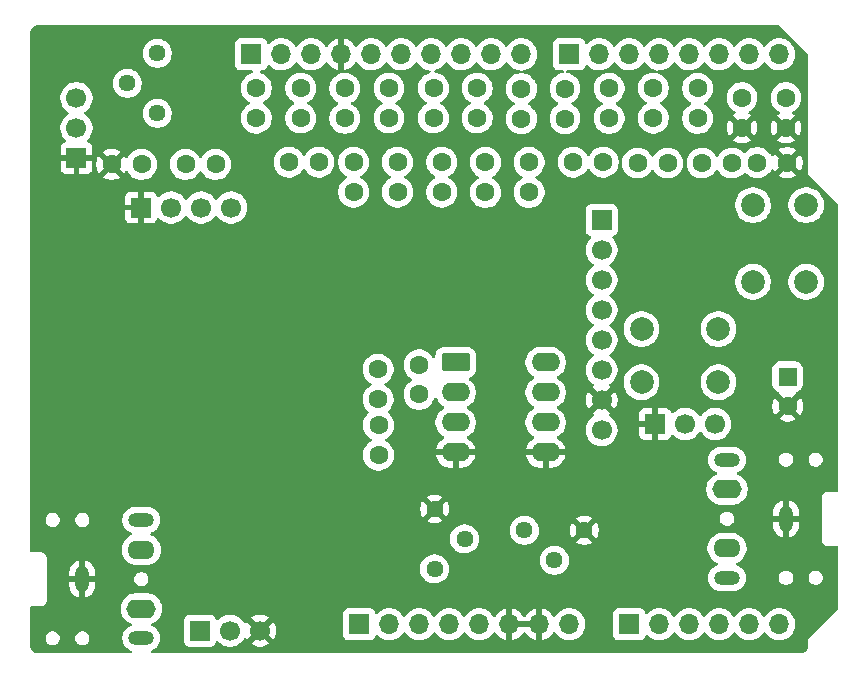
<source format=gbr>
%TF.GenerationSoftware,KiCad,Pcbnew,9.0.7*%
%TF.CreationDate,2026-02-04T15:49:08-07:00*%
%TF.ProjectId,Uno_Shield_DSP_Class_v1,556e6f5f-5368-4696-956c-645f4453505f,rev?*%
%TF.SameCoordinates,Original*%
%TF.FileFunction,Copper,L2,Bot*%
%TF.FilePolarity,Positive*%
%FSLAX46Y46*%
G04 Gerber Fmt 4.6, Leading zero omitted, Abs format (unit mm)*
G04 Created by KiCad (PCBNEW 9.0.7) date 2026-02-04 15:49:08*
%MOMM*%
%LPD*%
G01*
G04 APERTURE LIST*
G04 Aperture macros list*
%AMRoundRect*
0 Rectangle with rounded corners*
0 $1 Rounding radius*
0 $2 $3 $4 $5 $6 $7 $8 $9 X,Y pos of 4 corners*
0 Add a 4 corners polygon primitive as box body*
4,1,4,$2,$3,$4,$5,$6,$7,$8,$9,$2,$3,0*
0 Add four circle primitives for the rounded corners*
1,1,$1+$1,$2,$3*
1,1,$1+$1,$4,$5*
1,1,$1+$1,$6,$7*
1,1,$1+$1,$8,$9*
0 Add four rect primitives between the rounded corners*
20,1,$1+$1,$2,$3,$4,$5,0*
20,1,$1+$1,$4,$5,$6,$7,0*
20,1,$1+$1,$6,$7,$8,$9,0*
20,1,$1+$1,$8,$9,$2,$3,0*%
G04 Aperture macros list end*
%TA.AperFunction,ComponentPad*%
%ADD10R,1.700000X1.700000*%
%TD*%
%TA.AperFunction,ComponentPad*%
%ADD11O,1.700000X1.700000*%
%TD*%
%TA.AperFunction,ComponentPad*%
%ADD12C,1.600000*%
%TD*%
%TA.AperFunction,ComponentPad*%
%ADD13C,2.000000*%
%TD*%
%TA.AperFunction,ComponentPad*%
%ADD14C,1.700000*%
%TD*%
%TA.AperFunction,ComponentPad*%
%ADD15O,2.200000X1.200000*%
%TD*%
%TA.AperFunction,ComponentPad*%
%ADD16O,2.300000X1.600000*%
%TD*%
%TA.AperFunction,ComponentPad*%
%ADD17O,1.200000X2.200000*%
%TD*%
%TA.AperFunction,ComponentPad*%
%ADD18O,2.500000X1.600000*%
%TD*%
%TA.AperFunction,ComponentPad*%
%ADD19RoundRect,0.250000X-0.550000X0.550000X-0.550000X-0.550000X0.550000X-0.550000X0.550000X0.550000X0*%
%TD*%
%TA.AperFunction,ComponentPad*%
%ADD20C,1.440000*%
%TD*%
%TA.AperFunction,ComponentPad*%
%ADD21RoundRect,0.250000X-0.950000X-0.550000X0.950000X-0.550000X0.950000X0.550000X-0.950000X0.550000X0*%
%TD*%
%TA.AperFunction,ComponentPad*%
%ADD22O,2.400000X1.600000*%
%TD*%
G04 APERTURE END LIST*
D10*
%TO.P,J1,1,Pin_1*%
%TO.N,unconnected-(J1-Pin_1-Pad1)*%
X127940000Y-97460000D03*
D11*
%TO.P,J1,2,Pin_2*%
%TO.N,/IOREF*%
X130480000Y-97460000D03*
%TO.P,J1,3,Pin_3*%
%TO.N,/~{RESET}*%
X133020000Y-97460000D03*
%TO.P,J1,4,Pin_4*%
%TO.N,+3V3*%
X135560000Y-97460000D03*
%TO.P,J1,5,Pin_5*%
%TO.N,+5V*%
X138100000Y-97460000D03*
%TO.P,J1,6,Pin_6*%
%TO.N,GND*%
X140640000Y-97460000D03*
%TO.P,J1,7,Pin_7*%
X143180000Y-97460000D03*
%TO.P,J1,8,Pin_8*%
%TO.N,VCC*%
X145720000Y-97460000D03*
%TD*%
D10*
%TO.P,J3,1,Pin_1*%
%TO.N,/A0*%
X150800000Y-97460000D03*
D11*
%TO.P,J3,2,Pin_2*%
%TO.N,/A1*%
X153340000Y-97460000D03*
%TO.P,J3,3,Pin_3*%
%TO.N,/IN_RIGHT*%
X155880000Y-97460000D03*
%TO.P,J3,4,Pin_4*%
%TO.N,/IN_LEFT*%
X158420000Y-97460000D03*
%TO.P,J3,5,Pin_5*%
%TO.N,/SDA{slash}A4*%
X160960000Y-97460000D03*
%TO.P,J3,6,Pin_6*%
%TO.N,/SCL{slash}A5*%
X163500000Y-97460000D03*
%TD*%
D10*
%TO.P,J2,1,Pin_1*%
%TO.N,/SCL*%
X118796000Y-49200000D03*
D11*
%TO.P,J2,2,Pin_2*%
%TO.N,/SDA*%
X121336000Y-49200000D03*
%TO.P,J2,3,Pin_3*%
%TO.N,/AREF*%
X123876000Y-49200000D03*
%TO.P,J2,4,Pin_4*%
%TO.N,GND*%
X126416000Y-49200000D03*
%TO.P,J2,5,Pin_5*%
%TO.N,/D9*%
X128956000Y-49200000D03*
%TO.P,J2,6,Pin_6*%
%TO.N,/D8*%
X131496000Y-49200000D03*
%TO.P,J2,7,Pin_7*%
%TO.N,/D7*%
X134036000Y-49200000D03*
%TO.P,J2,8,Pin_8*%
%TO.N,/D6*%
X136576000Y-49200000D03*
%TO.P,J2,9,Pin_9*%
%TO.N,/D5*%
X139116000Y-49200000D03*
%TO.P,J2,10,Pin_10*%
%TO.N,/D4*%
X141656000Y-49200000D03*
%TD*%
D10*
%TO.P,J4,1,Pin_1*%
%TO.N,/D3*%
X145720000Y-49200000D03*
D11*
%TO.P,J4,2,Pin_2*%
%TO.N,/D2*%
X148260000Y-49200000D03*
%TO.P,J4,3,Pin_3*%
%TO.N,/D1*%
X150800000Y-49200000D03*
%TO.P,J4,4,Pin_4*%
%TO.N,/D0*%
X153340000Y-49200000D03*
%TO.P,J4,5,Pin_5*%
%TO.N,/BT2*%
X155880000Y-49200000D03*
%TO.P,J4,6,Pin_6*%
%TO.N,/BT1*%
X158420000Y-49200000D03*
%TO.P,J4,7,Pin_7*%
%TO.N,/TX{slash}1*%
X160960000Y-49200000D03*
%TO.P,J4,8,Pin_8*%
%TO.N,/RX{slash}0*%
X163500000Y-49200000D03*
%TD*%
D12*
%TO.P,R9,1*%
%TO.N,Net-(R10-Pad1)*%
X146066703Y-58335164D03*
%TO.P,R9,2*%
%TO.N,Net-(R7-Pad1)*%
X148606703Y-58335164D03*
%TD*%
%TO.P,R13,1*%
%TO.N,Net-(R13-Pad1)*%
X138625738Y-58356971D03*
%TO.P,R13,2*%
%TO.N,Net-(R11-Pad1)*%
X138625738Y-60896971D03*
%TD*%
%TO.P,R14,1*%
%TO.N,Net-(R13-Pad1)*%
X137925567Y-54596666D03*
%TO.P,R14,2*%
%TO.N,/D5*%
X137925567Y-52056666D03*
%TD*%
%TO.P,R18,1*%
%TO.N,Net-(R17-Pad1)*%
X130457533Y-54596666D03*
%TO.P,R18,2*%
%TO.N,/D7*%
X130457533Y-52056666D03*
%TD*%
%TO.P,R4,1*%
%TO.N,Net-(R3-Pad2)*%
X156593772Y-54631147D03*
%TO.P,R4,2*%
%TO.N,/D0*%
X156593772Y-52091147D03*
%TD*%
%TO.P,R15,1*%
%TO.N,Net-(R15-Pad1)*%
X134928937Y-58332161D03*
%TO.P,R15,2*%
%TO.N,Net-(R13-Pad1)*%
X134928937Y-60872161D03*
%TD*%
%TO.P,R19,1*%
%TO.N,Net-(R19-Pad1)*%
X127460903Y-58332161D03*
%TO.P,R19,2*%
%TO.N,Net-(R17-Pad1)*%
X127460903Y-60872161D03*
%TD*%
%TO.P,C2,1*%
%TO.N,Net-(U1A--)*%
X133000000Y-78000000D03*
%TO.P,C2,2*%
%TO.N,Net-(C2-Pad2)*%
X133000000Y-75500000D03*
%TD*%
%TO.P,R7,1*%
%TO.N,Net-(R7-Pad1)*%
X151504981Y-58409597D03*
%TO.P,R7,2*%
%TO.N,Net-(R5-Pad1)*%
X154044981Y-58409597D03*
%TD*%
%TO.P,R21,1*%
%TO.N,Net-(R21-Pad1)*%
X121990805Y-58336996D03*
%TO.P,R21,2*%
%TO.N,Net-(R19-Pad1)*%
X124530805Y-58336996D03*
%TD*%
D13*
%TO.P,SW2,1,1*%
%TO.N,+5V*%
X165785091Y-61970146D03*
X165785091Y-68470146D03*
%TO.P,SW2,2,2*%
%TO.N,/BT2*%
X161285091Y-61970146D03*
X161285091Y-68470146D03*
%TD*%
D12*
%TO.P,R20,1*%
%TO.N,Net-(R19-Pad1)*%
X126711111Y-54621477D03*
%TO.P,R20,2*%
%TO.N,/D8*%
X126711111Y-52081477D03*
%TD*%
%TO.P,R6,1*%
%TO.N,Net-(R5-Pad1)*%
X152847350Y-54606336D03*
%TO.P,R6,2*%
%TO.N,/D1*%
X152847350Y-52066336D03*
%TD*%
D10*
%TO.P,J7,1,Pin_1*%
%TO.N,/AUDIO_OUT*%
X114460000Y-98000000D03*
D14*
%TO.P,J7,2,Pin_2*%
X117000000Y-98000000D03*
%TO.P,J7,3,Pin_3*%
%TO.N,GND*%
X119540000Y-98000000D03*
%TD*%
D12*
%TO.P,R10,1*%
%TO.N,Net-(R10-Pad1)*%
X145362075Y-54642503D03*
%TO.P,R10,2*%
%TO.N,/D3*%
X145362075Y-52102503D03*
%TD*%
D10*
%TO.P,J5,1,Pin_1*%
%TO.N,unconnected-(J5-Pin_1-Pad1)*%
X148457417Y-63237225D03*
D14*
%TO.P,J5,2,Pin_2*%
%TO.N,unconnected-(J5-Pin_2-Pad2)*%
X148457417Y-65777225D03*
%TO.P,J5,3,Pin_3*%
%TO.N,unconnected-(J5-Pin_3-Pad3)*%
X148457417Y-68317225D03*
%TO.P,J5,4,Pin_4*%
%TO.N,unconnected-(J5-Pin_4-Pad4)*%
X148457417Y-70857225D03*
%TO.P,J5,5,Pin_5*%
%TO.N,/SDA*%
X148457417Y-73397225D03*
%TO.P,J5,6,Pin_6*%
%TO.N,/SCL*%
X148457417Y-75937225D03*
%TO.P,J5,7,Pin_7*%
%TO.N,GND*%
X148457417Y-78477225D03*
%TO.P,J5,8,Pin_8*%
%TO.N,+5V*%
X148457417Y-81017225D03*
%TD*%
D12*
%TO.P,R26,1*%
%TO.N,Net-(R26-Pad1)*%
X109509523Y-58523076D03*
%TO.P,R26,2*%
%TO.N,GND*%
X106969523Y-58523076D03*
%TD*%
D15*
%TO.P,J11,R*%
%TO.N,/AUDIO_OUT*%
X109489660Y-88639587D03*
D16*
%TO.P,J11,RN*%
X109489660Y-91139587D03*
D17*
%TO.P,J11,S*%
%TO.N,GND*%
X104489660Y-93639587D03*
D15*
%TO.P,J11,T*%
%TO.N,/AUDIO_OUT*%
X109489660Y-98639587D03*
D18*
%TO.P,J11,TN*%
X109489660Y-96139587D03*
%TD*%
D12*
%TO.P,R5,1*%
%TO.N,Net-(R5-Pad1)*%
X156971025Y-58409597D03*
%TO.P,R5,2*%
%TO.N,Net-(R3-Pad2)*%
X159511025Y-58409597D03*
%TD*%
D19*
%TO.P,C1,1*%
%TO.N,+5V*%
X164216336Y-76500000D03*
D12*
%TO.P,C1,2*%
%TO.N,GND*%
X164216336Y-79000000D03*
%TD*%
%TO.P,R24,1*%
%TO.N,Net-(C2-Pad2)*%
X129532183Y-75882242D03*
%TO.P,R24,2*%
%TO.N,Net-(U1A--)*%
X129532183Y-78422242D03*
%TD*%
%TO.P,R12,1*%
%TO.N,Net-(R11-Pad1)*%
X141671990Y-54646288D03*
%TO.P,R12,2*%
%TO.N,/D4*%
X141671990Y-52106288D03*
%TD*%
D13*
%TO.P,SW1,1,1*%
%TO.N,+5V*%
X158343155Y-76967040D03*
X151843155Y-76967040D03*
%TO.P,SW1,2,2*%
%TO.N,/BT1*%
X158343155Y-72467040D03*
X151843155Y-72467040D03*
%TD*%
D12*
%TO.P,R11,1*%
%TO.N,Net-(R11-Pad1)*%
X142322539Y-58356971D03*
%TO.P,R11,2*%
%TO.N,Net-(R10-Pad1)*%
X142322539Y-60896971D03*
%TD*%
%TO.P,R22,1*%
%TO.N,Net-(R21-Pad1)*%
X122989499Y-54596666D03*
%TO.P,R22,2*%
%TO.N,/D9*%
X122989499Y-52056666D03*
%TD*%
D10*
%TO.P,J12,1,Pin_1*%
%TO.N,GND*%
X153000000Y-80500000D03*
D14*
%TO.P,J12,2,Pin_2*%
%TO.N,/IN_RIGHT*%
X155540000Y-80500000D03*
%TO.P,J12,3,Pin_3*%
%TO.N,/IN_LEFT*%
X158080000Y-80500000D03*
%TD*%
D12*
%TO.P,R1,1*%
%TO.N,/BT1*%
X164070207Y-52876007D03*
%TO.P,R1,2*%
%TO.N,GND*%
X164070207Y-55416007D03*
%TD*%
%TO.P,R27,1*%
%TO.N,/AUDIO_OUT*%
X129572646Y-83136306D03*
%TO.P,R27,2*%
%TO.N,Net-(C2-Pad2)*%
X129572646Y-80596306D03*
%TD*%
%TO.P,R17,1*%
%TO.N,Net-(R17-Pad1)*%
X131182515Y-58332161D03*
%TO.P,R17,2*%
%TO.N,Net-(R15-Pad1)*%
X131182515Y-60872161D03*
%TD*%
%TO.P,R25,1*%
%TO.N,+5V*%
X113231135Y-58523076D03*
%TO.P,R25,2*%
%TO.N,Net-(R25-Pad2)*%
X115771135Y-58523076D03*
%TD*%
%TO.P,R16,1*%
%TO.N,Net-(R15-Pad1)*%
X134228766Y-54596666D03*
%TO.P,R16,2*%
%TO.N,/D6*%
X134228766Y-52056666D03*
%TD*%
D20*
%TO.P,RV1,1,1*%
%TO.N,+5V*%
X134321116Y-92777815D03*
%TO.P,RV1,2,2*%
%TO.N,/A0*%
X136861116Y-90237815D03*
%TO.P,RV1,3,3*%
%TO.N,GND*%
X134321116Y-87697815D03*
%TD*%
D12*
%TO.P,R2,1*%
%TO.N,/BT2*%
X160348595Y-52868327D03*
%TO.P,R2,2*%
%TO.N,GND*%
X160348595Y-55408327D03*
%TD*%
D21*
%TO.P,U1,1*%
%TO.N,Net-(C2-Pad2)*%
X136097959Y-75293197D03*
D22*
%TO.P,U1,2,-*%
%TO.N,Net-(U1A--)*%
X136097959Y-77833197D03*
%TO.P,U1,3,+*%
%TO.N,Net-(J9-Pin_2)*%
X136097959Y-80373197D03*
%TO.P,U1,4,V-*%
%TO.N,GND*%
X136097959Y-82913197D03*
%TO.P,U1,5,+*%
X143717959Y-82913197D03*
%TO.P,U1,6,-*%
%TO.N,Net-(U1B--)*%
X143717959Y-80373197D03*
%TO.P,U1,7*%
X143717959Y-77833197D03*
%TO.P,U1,8,V+*%
%TO.N,+5V*%
X143717959Y-75293197D03*
%TD*%
D10*
%TO.P,J9,1,Pin_1*%
%TO.N,GND*%
X104000000Y-58000000D03*
D14*
%TO.P,J9,2,Pin_2*%
%TO.N,Net-(J9-Pin_2)*%
X104000000Y-55460000D03*
%TO.P,J9,3,Pin_3*%
%TO.N,Net-(J9-Pin_3)*%
X104000000Y-52920000D03*
%TD*%
D12*
%TO.P,R3,1*%
%TO.N,GND*%
X164181794Y-58372380D03*
%TO.P,R3,2*%
%TO.N,Net-(R3-Pad2)*%
X161641794Y-58372380D03*
%TD*%
D15*
%TO.P,J10,R*%
%TO.N,/IN_RIGHT*%
X159078993Y-93529403D03*
D16*
%TO.P,J10,RN*%
X159078993Y-91029403D03*
D17*
%TO.P,J10,S*%
%TO.N,GND*%
X164078993Y-88529403D03*
D15*
%TO.P,J10,T*%
%TO.N,/IN_LEFT*%
X159078993Y-83529403D03*
D18*
%TO.P,J10,TN*%
X159078993Y-86029403D03*
%TD*%
D20*
%TO.P,RV3,1,1*%
%TO.N,Net-(R25-Pad2)*%
X110835347Y-49116703D03*
%TO.P,RV3,2,2*%
%TO.N,Net-(J9-Pin_3)*%
X108295347Y-51656703D03*
%TO.P,RV3,3,3*%
%TO.N,Net-(R26-Pad1)*%
X110835347Y-54196703D03*
%TD*%
%TO.P,RV2,1,1*%
%TO.N,+5V*%
X141920000Y-89500000D03*
%TO.P,RV2,2,2*%
%TO.N,/A1*%
X144460000Y-92040000D03*
%TO.P,RV2,3,3*%
%TO.N,GND*%
X147000000Y-89500000D03*
%TD*%
D12*
%TO.P,R8,1*%
%TO.N,Net-(R7-Pad1)*%
X149100927Y-54631147D03*
%TO.P,R8,2*%
%TO.N,/D2*%
X149100927Y-52091147D03*
%TD*%
D10*
%TO.P,J6,1,Pin_1*%
%TO.N,GND*%
X109476959Y-62174908D03*
D14*
%TO.P,J6,2,Pin_2*%
%TO.N,+5V*%
X112016959Y-62174908D03*
%TO.P,J6,3,Pin_3*%
%TO.N,/SCL*%
X114556959Y-62174908D03*
%TO.P,J6,4,Pin_4*%
%TO.N,/SDA*%
X117096959Y-62174908D03*
%TD*%
D12*
%TO.P,R23,1*%
%TO.N,Net-(U1A--)*%
X119232234Y-54601501D03*
%TO.P,R23,2*%
%TO.N,Net-(R21-Pad1)*%
X119232234Y-52061501D03*
%TD*%
%TA.AperFunction,Conductor*%
%TO.N,GND*%
G36*
X142714075Y-97267007D02*
G01*
X142680000Y-97394174D01*
X142680000Y-97525826D01*
X142714075Y-97652993D01*
X142746988Y-97710000D01*
X141073012Y-97710000D01*
X141105925Y-97652993D01*
X141140000Y-97525826D01*
X141140000Y-97394174D01*
X141105925Y-97267007D01*
X141073012Y-97210000D01*
X142746988Y-97210000D01*
X142714075Y-97267007D01*
G37*
%TD.AperFunction*%
%TA.AperFunction,Conductor*%
G36*
X163484404Y-46755185D02*
G01*
X163505046Y-46771819D01*
X165928181Y-49194954D01*
X165961666Y-49256277D01*
X165964500Y-49282635D01*
X165964500Y-59344982D01*
X165964500Y-59375018D01*
X165975994Y-59402767D01*
X165975995Y-59402768D01*
X168468181Y-61894954D01*
X168501666Y-61956277D01*
X168504500Y-61982635D01*
X168504500Y-81997111D01*
X168503493Y-82007341D01*
X168503493Y-86129903D01*
X168483808Y-86196942D01*
X168431004Y-86242697D01*
X168379493Y-86253903D01*
X167630364Y-86253903D01*
X167630326Y-86253892D01*
X167516391Y-86253893D01*
X167516388Y-86253894D01*
X167395458Y-86286299D01*
X167287027Y-86348903D01*
X167198497Y-86437434D01*
X167135895Y-86545866D01*
X167103493Y-86666796D01*
X167103493Y-90357414D01*
X167103497Y-90357451D01*
X167103497Y-90392004D01*
X167133142Y-90502637D01*
X167135902Y-90512937D01*
X167135903Y-90512940D01*
X167198499Y-90621361D01*
X167198501Y-90621364D01*
X167198502Y-90621365D01*
X167287032Y-90709895D01*
X167395458Y-90772496D01*
X167395460Y-90772496D01*
X167395461Y-90772497D01*
X167395462Y-90772498D01*
X167495295Y-90799248D01*
X167516392Y-90804902D01*
X167539308Y-90804902D01*
X167539312Y-90804903D01*
X167563975Y-90804903D01*
X167578992Y-90804903D01*
X167603523Y-90804903D01*
X168379493Y-90804903D01*
X168446532Y-90824588D01*
X168492287Y-90877392D01*
X168503493Y-90928903D01*
X168503493Y-95051472D01*
X168504500Y-95061696D01*
X168504500Y-96107364D01*
X168484815Y-96174403D01*
X168468181Y-96195045D01*
X165997233Y-98665994D01*
X165975995Y-98687231D01*
X165964500Y-98714982D01*
X165964500Y-99231907D01*
X165963903Y-99244061D01*
X165963903Y-99244062D01*
X165952505Y-99359778D01*
X165947763Y-99383618D01*
X165916977Y-99485109D01*
X165915789Y-99489024D01*
X165906486Y-99511482D01*
X165854561Y-99608627D01*
X165841056Y-99628839D01*
X165771176Y-99713988D01*
X165753988Y-99731176D01*
X165668839Y-99801056D01*
X165648627Y-99814561D01*
X165551482Y-99866486D01*
X165529028Y-99875787D01*
X165476321Y-99891776D01*
X165423618Y-99907763D01*
X165399778Y-99912505D01*
X165291162Y-99923203D01*
X165284060Y-99923903D01*
X165271907Y-99924500D01*
X110405193Y-99924500D01*
X110338154Y-99904815D01*
X110292399Y-99852011D01*
X110282455Y-99782853D01*
X110311480Y-99719297D01*
X110366875Y-99682569D01*
X110415173Y-99666876D01*
X110415176Y-99666875D01*
X110570641Y-99587661D01*
X110711799Y-99485104D01*
X110835177Y-99361726D01*
X110937734Y-99220568D01*
X111016948Y-99065103D01*
X111070865Y-98899161D01*
X111098160Y-98726828D01*
X111098160Y-98552346D01*
X111070865Y-98380013D01*
X111016948Y-98214071D01*
X111016948Y-98214070D01*
X110975910Y-98133530D01*
X110937734Y-98058606D01*
X110895155Y-98000001D01*
X110835182Y-97917454D01*
X110835178Y-97917449D01*
X110711797Y-97794068D01*
X110711792Y-97794064D01*
X110570644Y-97691515D01*
X110570643Y-97691514D01*
X110570641Y-97691513D01*
X110415176Y-97612299D01*
X110415164Y-97612295D01*
X110391297Y-97604540D01*
X110333622Y-97565102D01*
X110306424Y-97500743D01*
X110318339Y-97431897D01*
X110365583Y-97380421D01*
X110391294Y-97368679D01*
X110441950Y-97352221D01*
X110625463Y-97258716D01*
X110792090Y-97137655D01*
X110828400Y-97101345D01*
X113101500Y-97101345D01*
X113101500Y-98898654D01*
X113108011Y-98959202D01*
X113108011Y-98959204D01*
X113147511Y-99065103D01*
X113159111Y-99096204D01*
X113246739Y-99213261D01*
X113363796Y-99300889D01*
X113500799Y-99351989D01*
X113528050Y-99354918D01*
X113561345Y-99358499D01*
X113561362Y-99358500D01*
X115358638Y-99358500D01*
X115358654Y-99358499D01*
X115385692Y-99355591D01*
X115419201Y-99351989D01*
X115556204Y-99300889D01*
X115673261Y-99213261D01*
X115760889Y-99096204D01*
X115805957Y-98975371D01*
X115847827Y-98919442D01*
X115913291Y-98895025D01*
X115981564Y-98909877D01*
X116009818Y-98931028D01*
X116114996Y-99036206D01*
X116287991Y-99161894D01*
X116381438Y-99209507D01*
X116478516Y-99258972D01*
X116478519Y-99258973D01*
X116580200Y-99292010D01*
X116681884Y-99325049D01*
X116893084Y-99358500D01*
X116893085Y-99358500D01*
X117106915Y-99358500D01*
X117106916Y-99358500D01*
X117318116Y-99325049D01*
X117521483Y-99258972D01*
X117712009Y-99161894D01*
X117885004Y-99036206D01*
X118036206Y-98885004D01*
X118161894Y-98712009D01*
X118164283Y-98707319D01*
X118212254Y-98656522D01*
X118280074Y-98639724D01*
X118346210Y-98662258D01*
X118382196Y-98703783D01*
X118382829Y-98703396D01*
X118385167Y-98707211D01*
X118385251Y-98707308D01*
X118385371Y-98707545D01*
X118385373Y-98707547D01*
X118424728Y-98761716D01*
X119057037Y-98129408D01*
X119074075Y-98192993D01*
X119139901Y-98307007D01*
X119232993Y-98400099D01*
X119347007Y-98465925D01*
X119410590Y-98482962D01*
X118778282Y-99115269D01*
X118778282Y-99115270D01*
X118832449Y-99154624D01*
X119021782Y-99251095D01*
X119223870Y-99316757D01*
X119433754Y-99350000D01*
X119646246Y-99350000D01*
X119856127Y-99316757D01*
X119856130Y-99316757D01*
X120058217Y-99251095D01*
X120247554Y-99154622D01*
X120301716Y-99115270D01*
X120301717Y-99115270D01*
X119669408Y-98482962D01*
X119732993Y-98465925D01*
X119847007Y-98400099D01*
X119940099Y-98307007D01*
X120005925Y-98192993D01*
X120022962Y-98129409D01*
X120655270Y-98761717D01*
X120655270Y-98761716D01*
X120694622Y-98707554D01*
X120791095Y-98518217D01*
X120856757Y-98316130D01*
X120856757Y-98316127D01*
X120890000Y-98106246D01*
X120890000Y-97893753D01*
X120856757Y-97683872D01*
X120856757Y-97683869D01*
X120791095Y-97481782D01*
X120694624Y-97292449D01*
X120655270Y-97238282D01*
X120655269Y-97238282D01*
X120022962Y-97870590D01*
X120005925Y-97807007D01*
X119940099Y-97692993D01*
X119847007Y-97599901D01*
X119732993Y-97534075D01*
X119669409Y-97517037D01*
X120301716Y-96884728D01*
X120247550Y-96845375D01*
X120058217Y-96748904D01*
X119856129Y-96683242D01*
X119838903Y-96680514D01*
X119646246Y-96650000D01*
X119433754Y-96650000D01*
X119223872Y-96683242D01*
X119223869Y-96683242D01*
X119021782Y-96748904D01*
X118832439Y-96845380D01*
X118778282Y-96884727D01*
X118778282Y-96884728D01*
X119410591Y-97517037D01*
X119347007Y-97534075D01*
X119232993Y-97599901D01*
X119139901Y-97692993D01*
X119074075Y-97807007D01*
X119057037Y-97870591D01*
X118424728Y-97238282D01*
X118424727Y-97238282D01*
X118385380Y-97292440D01*
X118385374Y-97292449D01*
X118385246Y-97292702D01*
X118385172Y-97292780D01*
X118382838Y-97296590D01*
X118382036Y-97296099D01*
X118337264Y-97343490D01*
X118269441Y-97360275D01*
X118203309Y-97337728D01*
X118164283Y-97292680D01*
X118161894Y-97287991D01*
X118036206Y-97114996D01*
X117885004Y-96963794D01*
X117712009Y-96838106D01*
X117695390Y-96829638D01*
X117521483Y-96741027D01*
X117521480Y-96741026D01*
X117318117Y-96674951D01*
X117212516Y-96658225D01*
X117106916Y-96641500D01*
X116893084Y-96641500D01*
X116822684Y-96652650D01*
X116681882Y-96674951D01*
X116478519Y-96741026D01*
X116478516Y-96741027D01*
X116287990Y-96838106D01*
X116114997Y-96963793D01*
X116009818Y-97068972D01*
X115948495Y-97102456D01*
X115878803Y-97097472D01*
X115822870Y-97055600D01*
X115805958Y-97024629D01*
X115760889Y-96903796D01*
X115673261Y-96786739D01*
X115556204Y-96699111D01*
X115419203Y-96648011D01*
X115358654Y-96641500D01*
X115358638Y-96641500D01*
X113561362Y-96641500D01*
X113561345Y-96641500D01*
X113500797Y-96648011D01*
X113500795Y-96648011D01*
X113363795Y-96699111D01*
X113246739Y-96786739D01*
X113159111Y-96903795D01*
X113108011Y-97040795D01*
X113108011Y-97040797D01*
X113101500Y-97101345D01*
X110828400Y-97101345D01*
X110937728Y-96992017D01*
X111058789Y-96825390D01*
X111152294Y-96641877D01*
X111178460Y-96561345D01*
X126581500Y-96561345D01*
X126581500Y-98358654D01*
X126588011Y-98419202D01*
X126588011Y-98419204D01*
X126637672Y-98552346D01*
X126639111Y-98556204D01*
X126726739Y-98673261D01*
X126843796Y-98760889D01*
X126980799Y-98811989D01*
X127008050Y-98814918D01*
X127041345Y-98818499D01*
X127041362Y-98818500D01*
X128838638Y-98818500D01*
X128838654Y-98818499D01*
X128865692Y-98815591D01*
X128899201Y-98811989D01*
X129036204Y-98760889D01*
X129153261Y-98673261D01*
X129240889Y-98556204D01*
X129285957Y-98435371D01*
X129327827Y-98379442D01*
X129393291Y-98355025D01*
X129461564Y-98369877D01*
X129489818Y-98391028D01*
X129594996Y-98496206D01*
X129767991Y-98621894D01*
X129835952Y-98656522D01*
X129958516Y-98718972D01*
X129958519Y-98718973D01*
X130040458Y-98745596D01*
X130161884Y-98785049D01*
X130373084Y-98818500D01*
X130373085Y-98818500D01*
X130586915Y-98818500D01*
X130586916Y-98818500D01*
X130798116Y-98785049D01*
X131001483Y-98718972D01*
X131192009Y-98621894D01*
X131365004Y-98496206D01*
X131516206Y-98345004D01*
X131641894Y-98172009D01*
X131641896Y-98172004D01*
X131644270Y-98168132D01*
X131696080Y-98121254D01*
X131765009Y-98109829D01*
X131829173Y-98137483D01*
X131855730Y-98168132D01*
X131858103Y-98172005D01*
X131858105Y-98172008D01*
X131858106Y-98172009D01*
X131983794Y-98345004D01*
X132134996Y-98496206D01*
X132307991Y-98621894D01*
X132375952Y-98656522D01*
X132498516Y-98718972D01*
X132498519Y-98718973D01*
X132580458Y-98745596D01*
X132701884Y-98785049D01*
X132913084Y-98818500D01*
X132913085Y-98818500D01*
X133126915Y-98818500D01*
X133126916Y-98818500D01*
X133338116Y-98785049D01*
X133541483Y-98718972D01*
X133732009Y-98621894D01*
X133905004Y-98496206D01*
X134056206Y-98345004D01*
X134181894Y-98172009D01*
X134181896Y-98172004D01*
X134184270Y-98168132D01*
X134236080Y-98121254D01*
X134305009Y-98109829D01*
X134369173Y-98137483D01*
X134395730Y-98168132D01*
X134398103Y-98172005D01*
X134398105Y-98172008D01*
X134398106Y-98172009D01*
X134523794Y-98345004D01*
X134674996Y-98496206D01*
X134847991Y-98621894D01*
X134915952Y-98656522D01*
X135038516Y-98718972D01*
X135038519Y-98718973D01*
X135120458Y-98745596D01*
X135241884Y-98785049D01*
X135453084Y-98818500D01*
X135453085Y-98818500D01*
X135666915Y-98818500D01*
X135666916Y-98818500D01*
X135878116Y-98785049D01*
X136081483Y-98718972D01*
X136272009Y-98621894D01*
X136445004Y-98496206D01*
X136596206Y-98345004D01*
X136721894Y-98172009D01*
X136721896Y-98172004D01*
X136724270Y-98168132D01*
X136776080Y-98121254D01*
X136845009Y-98109829D01*
X136909173Y-98137483D01*
X136935730Y-98168132D01*
X136938103Y-98172005D01*
X136938105Y-98172008D01*
X136938106Y-98172009D01*
X137063794Y-98345004D01*
X137214996Y-98496206D01*
X137387991Y-98621894D01*
X137455952Y-98656522D01*
X137578516Y-98718972D01*
X137578519Y-98718973D01*
X137660458Y-98745596D01*
X137781884Y-98785049D01*
X137993084Y-98818500D01*
X137993085Y-98818500D01*
X138206915Y-98818500D01*
X138206916Y-98818500D01*
X138418116Y-98785049D01*
X138621483Y-98718972D01*
X138812009Y-98621894D01*
X138985004Y-98496206D01*
X139136206Y-98345004D01*
X139261894Y-98172009D01*
X139264283Y-98167319D01*
X139312254Y-98116522D01*
X139380074Y-98099724D01*
X139446210Y-98122258D01*
X139482201Y-98163788D01*
X139482832Y-98163402D01*
X139485164Y-98167207D01*
X139485251Y-98167308D01*
X139485376Y-98167554D01*
X139610272Y-98339459D01*
X139610276Y-98339464D01*
X139760535Y-98489723D01*
X139760540Y-98489727D01*
X139932442Y-98614620D01*
X140121782Y-98711095D01*
X140323871Y-98776757D01*
X140390000Y-98787231D01*
X140390000Y-97893012D01*
X140447007Y-97925925D01*
X140574174Y-97960000D01*
X140705826Y-97960000D01*
X140832993Y-97925925D01*
X140890000Y-97893012D01*
X140890000Y-98787230D01*
X140956126Y-98776757D01*
X140956129Y-98776757D01*
X141158217Y-98711095D01*
X141347557Y-98614620D01*
X141519459Y-98489727D01*
X141519464Y-98489723D01*
X141669723Y-98339464D01*
X141669727Y-98339459D01*
X141794620Y-98167558D01*
X141799514Y-98157954D01*
X141847488Y-98107157D01*
X141915308Y-98090361D01*
X141981444Y-98112897D01*
X142020486Y-98157954D01*
X142025379Y-98167558D01*
X142150272Y-98339459D01*
X142150276Y-98339464D01*
X142300535Y-98489723D01*
X142300540Y-98489727D01*
X142472442Y-98614620D01*
X142661782Y-98711095D01*
X142863871Y-98776757D01*
X142930000Y-98787231D01*
X142930000Y-97893012D01*
X142987007Y-97925925D01*
X143114174Y-97960000D01*
X143245826Y-97960000D01*
X143372993Y-97925925D01*
X143430000Y-97893012D01*
X143430000Y-98787230D01*
X143496126Y-98776757D01*
X143496129Y-98776757D01*
X143698217Y-98711095D01*
X143887557Y-98614620D01*
X144059459Y-98489727D01*
X144059464Y-98489723D01*
X144209723Y-98339464D01*
X144209727Y-98339459D01*
X144334619Y-98167560D01*
X144334738Y-98167327D01*
X144334808Y-98167252D01*
X144337168Y-98163402D01*
X144337976Y-98163897D01*
X144382707Y-98116526D01*
X144450526Y-98099723D01*
X144516663Y-98122254D01*
X144555712Y-98167311D01*
X144558105Y-98172008D01*
X144573352Y-98192993D01*
X144683794Y-98345004D01*
X144834996Y-98496206D01*
X145007991Y-98621894D01*
X145075952Y-98656522D01*
X145198516Y-98718972D01*
X145198519Y-98718973D01*
X145280458Y-98745596D01*
X145401884Y-98785049D01*
X145613084Y-98818500D01*
X145613085Y-98818500D01*
X145826915Y-98818500D01*
X145826916Y-98818500D01*
X146038116Y-98785049D01*
X146241483Y-98718972D01*
X146432009Y-98621894D01*
X146605004Y-98496206D01*
X146756206Y-98345004D01*
X146881894Y-98172009D01*
X146978972Y-97981483D01*
X147045049Y-97778116D01*
X147078500Y-97566916D01*
X147078500Y-97353084D01*
X147045049Y-97141884D01*
X147012010Y-97040200D01*
X146978973Y-96938519D01*
X146978972Y-96938516D01*
X146931516Y-96845380D01*
X146881894Y-96747991D01*
X146832869Y-96680514D01*
X146796844Y-96630929D01*
X146796842Y-96630927D01*
X146756206Y-96574996D01*
X146742555Y-96561345D01*
X149441500Y-96561345D01*
X149441500Y-98358654D01*
X149448011Y-98419202D01*
X149448011Y-98419204D01*
X149497672Y-98552346D01*
X149499111Y-98556204D01*
X149586739Y-98673261D01*
X149703796Y-98760889D01*
X149840799Y-98811989D01*
X149868050Y-98814918D01*
X149901345Y-98818499D01*
X149901362Y-98818500D01*
X151698638Y-98818500D01*
X151698654Y-98818499D01*
X151725692Y-98815591D01*
X151759201Y-98811989D01*
X151896204Y-98760889D01*
X152013261Y-98673261D01*
X152100889Y-98556204D01*
X152145957Y-98435371D01*
X152187827Y-98379442D01*
X152253291Y-98355025D01*
X152321564Y-98369877D01*
X152349818Y-98391028D01*
X152454996Y-98496206D01*
X152627991Y-98621894D01*
X152695952Y-98656522D01*
X152818516Y-98718972D01*
X152818519Y-98718973D01*
X152900458Y-98745596D01*
X153021884Y-98785049D01*
X153233084Y-98818500D01*
X153233085Y-98818500D01*
X153446915Y-98818500D01*
X153446916Y-98818500D01*
X153658116Y-98785049D01*
X153861483Y-98718972D01*
X154052009Y-98621894D01*
X154225004Y-98496206D01*
X154376206Y-98345004D01*
X154501894Y-98172009D01*
X154501896Y-98172004D01*
X154504270Y-98168132D01*
X154556080Y-98121254D01*
X154625009Y-98109829D01*
X154689173Y-98137483D01*
X154715730Y-98168132D01*
X154718103Y-98172005D01*
X154718105Y-98172008D01*
X154718106Y-98172009D01*
X154843794Y-98345004D01*
X154994996Y-98496206D01*
X155167991Y-98621894D01*
X155235952Y-98656522D01*
X155358516Y-98718972D01*
X155358519Y-98718973D01*
X155440458Y-98745596D01*
X155561884Y-98785049D01*
X155773084Y-98818500D01*
X155773085Y-98818500D01*
X155986915Y-98818500D01*
X155986916Y-98818500D01*
X156198116Y-98785049D01*
X156401483Y-98718972D01*
X156592009Y-98621894D01*
X156765004Y-98496206D01*
X156916206Y-98345004D01*
X157041894Y-98172009D01*
X157041896Y-98172004D01*
X157044270Y-98168132D01*
X157096080Y-98121254D01*
X157165009Y-98109829D01*
X157229173Y-98137483D01*
X157255730Y-98168132D01*
X157258103Y-98172005D01*
X157258105Y-98172008D01*
X157258106Y-98172009D01*
X157383794Y-98345004D01*
X157534996Y-98496206D01*
X157707991Y-98621894D01*
X157775952Y-98656522D01*
X157898516Y-98718972D01*
X157898519Y-98718973D01*
X157980458Y-98745596D01*
X158101884Y-98785049D01*
X158313084Y-98818500D01*
X158313085Y-98818500D01*
X158526915Y-98818500D01*
X158526916Y-98818500D01*
X158738116Y-98785049D01*
X158941483Y-98718972D01*
X159132009Y-98621894D01*
X159305004Y-98496206D01*
X159456206Y-98345004D01*
X159581894Y-98172009D01*
X159581896Y-98172004D01*
X159584270Y-98168132D01*
X159636080Y-98121254D01*
X159705009Y-98109829D01*
X159769173Y-98137483D01*
X159795730Y-98168132D01*
X159798103Y-98172005D01*
X159798105Y-98172008D01*
X159798106Y-98172009D01*
X159923794Y-98345004D01*
X160074996Y-98496206D01*
X160247991Y-98621894D01*
X160315952Y-98656522D01*
X160438516Y-98718972D01*
X160438519Y-98718973D01*
X160520458Y-98745596D01*
X160641884Y-98785049D01*
X160853084Y-98818500D01*
X160853085Y-98818500D01*
X161066915Y-98818500D01*
X161066916Y-98818500D01*
X161278116Y-98785049D01*
X161481483Y-98718972D01*
X161672009Y-98621894D01*
X161845004Y-98496206D01*
X161996206Y-98345004D01*
X162121894Y-98172009D01*
X162121896Y-98172004D01*
X162124270Y-98168132D01*
X162176080Y-98121254D01*
X162245009Y-98109829D01*
X162309173Y-98137483D01*
X162335730Y-98168132D01*
X162338103Y-98172005D01*
X162338105Y-98172008D01*
X162338106Y-98172009D01*
X162463794Y-98345004D01*
X162614996Y-98496206D01*
X162787991Y-98621894D01*
X162855952Y-98656522D01*
X162978516Y-98718972D01*
X162978519Y-98718973D01*
X163060458Y-98745596D01*
X163181884Y-98785049D01*
X163393084Y-98818500D01*
X163393085Y-98818500D01*
X163606915Y-98818500D01*
X163606916Y-98818500D01*
X163818116Y-98785049D01*
X164021483Y-98718972D01*
X164212009Y-98621894D01*
X164385004Y-98496206D01*
X164536206Y-98345004D01*
X164661894Y-98172009D01*
X164758972Y-97981483D01*
X164825049Y-97778116D01*
X164858500Y-97566916D01*
X164858500Y-97353084D01*
X164825049Y-97141884D01*
X164792010Y-97040200D01*
X164758973Y-96938519D01*
X164758972Y-96938516D01*
X164701331Y-96825390D01*
X164661894Y-96747991D01*
X164536206Y-96574996D01*
X164385004Y-96423794D01*
X164212009Y-96298106D01*
X164021483Y-96201027D01*
X164021480Y-96201026D01*
X163818117Y-96134951D01*
X163712516Y-96118225D01*
X163606916Y-96101500D01*
X163393084Y-96101500D01*
X163322684Y-96112650D01*
X163181882Y-96134951D01*
X162978519Y-96201026D01*
X162978516Y-96201027D01*
X162787990Y-96298106D01*
X162614993Y-96423796D01*
X162463796Y-96574993D01*
X162338105Y-96747991D01*
X162335727Y-96751873D01*
X162283914Y-96798748D01*
X162214984Y-96810169D01*
X162150822Y-96782512D01*
X162124273Y-96751873D01*
X162121894Y-96747991D01*
X162116834Y-96741026D01*
X161996206Y-96574996D01*
X161845004Y-96423794D01*
X161672009Y-96298106D01*
X161481483Y-96201027D01*
X161481480Y-96201026D01*
X161278117Y-96134951D01*
X161172516Y-96118225D01*
X161066916Y-96101500D01*
X160853084Y-96101500D01*
X160782684Y-96112650D01*
X160641882Y-96134951D01*
X160438519Y-96201026D01*
X160438516Y-96201027D01*
X160247990Y-96298106D01*
X160074993Y-96423796D01*
X159923796Y-96574993D01*
X159798105Y-96747991D01*
X159795727Y-96751873D01*
X159743914Y-96798748D01*
X159674984Y-96810169D01*
X159610822Y-96782512D01*
X159584273Y-96751873D01*
X159581894Y-96747991D01*
X159576834Y-96741026D01*
X159456206Y-96574996D01*
X159305004Y-96423794D01*
X159132009Y-96298106D01*
X158941483Y-96201027D01*
X158941480Y-96201026D01*
X158738117Y-96134951D01*
X158632516Y-96118225D01*
X158526916Y-96101500D01*
X158313084Y-96101500D01*
X158242684Y-96112650D01*
X158101882Y-96134951D01*
X157898519Y-96201026D01*
X157898516Y-96201027D01*
X157707990Y-96298106D01*
X157534993Y-96423796D01*
X157383796Y-96574993D01*
X157258105Y-96747991D01*
X157255727Y-96751873D01*
X157203914Y-96798748D01*
X157134984Y-96810169D01*
X157070822Y-96782512D01*
X157044273Y-96751873D01*
X157041894Y-96747991D01*
X157036834Y-96741026D01*
X156916206Y-96574996D01*
X156765004Y-96423794D01*
X156592009Y-96298106D01*
X156401483Y-96201027D01*
X156401480Y-96201026D01*
X156198117Y-96134951D01*
X156092516Y-96118225D01*
X155986916Y-96101500D01*
X155773084Y-96101500D01*
X155702684Y-96112650D01*
X155561882Y-96134951D01*
X155358519Y-96201026D01*
X155358516Y-96201027D01*
X155167990Y-96298106D01*
X154994993Y-96423796D01*
X154843796Y-96574993D01*
X154718105Y-96747991D01*
X154715727Y-96751873D01*
X154663914Y-96798748D01*
X154594984Y-96810169D01*
X154530822Y-96782512D01*
X154504273Y-96751873D01*
X154501894Y-96747991D01*
X154496834Y-96741026D01*
X154376206Y-96574996D01*
X154225004Y-96423794D01*
X154052009Y-96298106D01*
X153861483Y-96201027D01*
X153861480Y-96201026D01*
X153658117Y-96134951D01*
X153552516Y-96118225D01*
X153446916Y-96101500D01*
X153233084Y-96101500D01*
X153162684Y-96112650D01*
X153021882Y-96134951D01*
X152818519Y-96201026D01*
X152818516Y-96201027D01*
X152627990Y-96298106D01*
X152454997Y-96423793D01*
X152349818Y-96528972D01*
X152288495Y-96562456D01*
X152218803Y-96557472D01*
X152162870Y-96515600D01*
X152145958Y-96484629D01*
X152100889Y-96363796D01*
X152013261Y-96246739D01*
X151896204Y-96159111D01*
X151895172Y-96158726D01*
X151759203Y-96108011D01*
X151698654Y-96101500D01*
X151698638Y-96101500D01*
X149901362Y-96101500D01*
X149901345Y-96101500D01*
X149840797Y-96108011D01*
X149840795Y-96108011D01*
X149703795Y-96159111D01*
X149586739Y-96246739D01*
X149499111Y-96363795D01*
X149448011Y-96500795D01*
X149448011Y-96500797D01*
X149441500Y-96561345D01*
X146742555Y-96561345D01*
X146605004Y-96423794D01*
X146432009Y-96298106D01*
X146241483Y-96201027D01*
X146241480Y-96201026D01*
X146038117Y-96134951D01*
X145932516Y-96118225D01*
X145826916Y-96101500D01*
X145613084Y-96101500D01*
X145542684Y-96112650D01*
X145401882Y-96134951D01*
X145198519Y-96201026D01*
X145198516Y-96201027D01*
X145007990Y-96298106D01*
X144834993Y-96423796D01*
X144683796Y-96574993D01*
X144558103Y-96747994D01*
X144555709Y-96752693D01*
X144507731Y-96803485D01*
X144439908Y-96820275D01*
X144373775Y-96797732D01*
X144337800Y-96756210D01*
X144337168Y-96756598D01*
X144334829Y-96752781D01*
X144334743Y-96752682D01*
X144334620Y-96752441D01*
X144209727Y-96580540D01*
X144209723Y-96580535D01*
X144059464Y-96430276D01*
X144059459Y-96430272D01*
X143887557Y-96305379D01*
X143698215Y-96208903D01*
X143496124Y-96143241D01*
X143430000Y-96132768D01*
X143430000Y-97026988D01*
X143372993Y-96994075D01*
X143245826Y-96960000D01*
X143114174Y-96960000D01*
X142987007Y-96994075D01*
X142930000Y-97026988D01*
X142930000Y-96132768D01*
X142929999Y-96132768D01*
X142863875Y-96143241D01*
X142661784Y-96208903D01*
X142472442Y-96305379D01*
X142300540Y-96430272D01*
X142300535Y-96430276D01*
X142150276Y-96580535D01*
X142150272Y-96580540D01*
X142025377Y-96752444D01*
X142020484Y-96762048D01*
X141972509Y-96812844D01*
X141904688Y-96829638D01*
X141838553Y-96807100D01*
X141799516Y-96762048D01*
X141794622Y-96752444D01*
X141669727Y-96580540D01*
X141669723Y-96580535D01*
X141519464Y-96430276D01*
X141519459Y-96430272D01*
X141347557Y-96305379D01*
X141158215Y-96208903D01*
X140956124Y-96143241D01*
X140890000Y-96132768D01*
X140890000Y-97026988D01*
X140832993Y-96994075D01*
X140705826Y-96960000D01*
X140574174Y-96960000D01*
X140447007Y-96994075D01*
X140390000Y-97026988D01*
X140390000Y-96132768D01*
X140389999Y-96132768D01*
X140323875Y-96143241D01*
X140121784Y-96208903D01*
X139932442Y-96305379D01*
X139760540Y-96430272D01*
X139760535Y-96430276D01*
X139610276Y-96580535D01*
X139610272Y-96580540D01*
X139485376Y-96752446D01*
X139485374Y-96752448D01*
X139485246Y-96752701D01*
X139485172Y-96752779D01*
X139482832Y-96756598D01*
X139482029Y-96756106D01*
X139437264Y-96803489D01*
X139369441Y-96820274D01*
X139303309Y-96797727D01*
X139264285Y-96752683D01*
X139261895Y-96747992D01*
X139189254Y-96648011D01*
X139136206Y-96574996D01*
X138985004Y-96423794D01*
X138812009Y-96298106D01*
X138621483Y-96201027D01*
X138621480Y-96201026D01*
X138418117Y-96134951D01*
X138312516Y-96118225D01*
X138206916Y-96101500D01*
X137993084Y-96101500D01*
X137922684Y-96112650D01*
X137781882Y-96134951D01*
X137578519Y-96201026D01*
X137578516Y-96201027D01*
X137387990Y-96298106D01*
X137214993Y-96423796D01*
X137063796Y-96574993D01*
X136938105Y-96747991D01*
X136935727Y-96751873D01*
X136883914Y-96798748D01*
X136814984Y-96810169D01*
X136750822Y-96782512D01*
X136724273Y-96751873D01*
X136721894Y-96747991D01*
X136716834Y-96741026D01*
X136596206Y-96574996D01*
X136445004Y-96423794D01*
X136272009Y-96298106D01*
X136081483Y-96201027D01*
X136081480Y-96201026D01*
X135878117Y-96134951D01*
X135772516Y-96118225D01*
X135666916Y-96101500D01*
X135453084Y-96101500D01*
X135382684Y-96112650D01*
X135241882Y-96134951D01*
X135038519Y-96201026D01*
X135038516Y-96201027D01*
X134847990Y-96298106D01*
X134674993Y-96423796D01*
X134523796Y-96574993D01*
X134398105Y-96747991D01*
X134395727Y-96751873D01*
X134343914Y-96798748D01*
X134274984Y-96810169D01*
X134210822Y-96782512D01*
X134184273Y-96751873D01*
X134181894Y-96747991D01*
X134176834Y-96741026D01*
X134056206Y-96574996D01*
X133905004Y-96423794D01*
X133732009Y-96298106D01*
X133541483Y-96201027D01*
X133541480Y-96201026D01*
X133338117Y-96134951D01*
X133232516Y-96118225D01*
X133126916Y-96101500D01*
X132913084Y-96101500D01*
X132842684Y-96112650D01*
X132701882Y-96134951D01*
X132498519Y-96201026D01*
X132498516Y-96201027D01*
X132307990Y-96298106D01*
X132134993Y-96423796D01*
X131983796Y-96574993D01*
X131858105Y-96747991D01*
X131855727Y-96751873D01*
X131803914Y-96798748D01*
X131734984Y-96810169D01*
X131670822Y-96782512D01*
X131644273Y-96751873D01*
X131641894Y-96747991D01*
X131636834Y-96741026D01*
X131516206Y-96574996D01*
X131365004Y-96423794D01*
X131192009Y-96298106D01*
X131001483Y-96201027D01*
X131001480Y-96201026D01*
X130798117Y-96134951D01*
X130692516Y-96118225D01*
X130586916Y-96101500D01*
X130373084Y-96101500D01*
X130302684Y-96112650D01*
X130161882Y-96134951D01*
X129958519Y-96201026D01*
X129958516Y-96201027D01*
X129767990Y-96298106D01*
X129594997Y-96423793D01*
X129489818Y-96528972D01*
X129428495Y-96562456D01*
X129358803Y-96557472D01*
X129302870Y-96515600D01*
X129285958Y-96484629D01*
X129240889Y-96363796D01*
X129153261Y-96246739D01*
X129036204Y-96159111D01*
X129035172Y-96158726D01*
X128899203Y-96108011D01*
X128838654Y-96101500D01*
X128838638Y-96101500D01*
X127041362Y-96101500D01*
X127041345Y-96101500D01*
X126980797Y-96108011D01*
X126980795Y-96108011D01*
X126843795Y-96159111D01*
X126726739Y-96246739D01*
X126639111Y-96363795D01*
X126588011Y-96500795D01*
X126588011Y-96500797D01*
X126581500Y-96561345D01*
X111178460Y-96561345D01*
X111215940Y-96445995D01*
X111248160Y-96242568D01*
X111248160Y-96036606D01*
X111215940Y-95833179D01*
X111213142Y-95824569D01*
X111154539Y-95644207D01*
X111152294Y-95637297D01*
X111152292Y-95637294D01*
X111152292Y-95637292D01*
X111102648Y-95539862D01*
X111058789Y-95453784D01*
X111030653Y-95415058D01*
X110937733Y-95287163D01*
X110937729Y-95287158D01*
X110792088Y-95141517D01*
X110792083Y-95141513D01*
X110625466Y-95020460D01*
X110625465Y-95020459D01*
X110625463Y-95020458D01*
X110543350Y-94978619D01*
X110441954Y-94926954D01*
X110246068Y-94863306D01*
X110070454Y-94835492D01*
X110042641Y-94831087D01*
X108936679Y-94831087D01*
X108912210Y-94834962D01*
X108733251Y-94863306D01*
X108537365Y-94926954D01*
X108353853Y-95020460D01*
X108187236Y-95141513D01*
X108187231Y-95141517D01*
X108041590Y-95287158D01*
X108041586Y-95287163D01*
X107920533Y-95453780D01*
X107827027Y-95637292D01*
X107763379Y-95833178D01*
X107731160Y-96036606D01*
X107731160Y-96242567D01*
X107763379Y-96445995D01*
X107827027Y-96641881D01*
X107888256Y-96762048D01*
X107917924Y-96820274D01*
X107920533Y-96825393D01*
X108041586Y-96992010D01*
X108041590Y-96992015D01*
X108187231Y-97137656D01*
X108187236Y-97137660D01*
X108286805Y-97210000D01*
X108353857Y-97258716D01*
X108537370Y-97352221D01*
X108588022Y-97368679D01*
X108645696Y-97408115D01*
X108672895Y-97472474D01*
X108660981Y-97541320D01*
X108613737Y-97592796D01*
X108588023Y-97604539D01*
X108564151Y-97612295D01*
X108564143Y-97612298D01*
X108408675Y-97691515D01*
X108267527Y-97794064D01*
X108267522Y-97794068D01*
X108144141Y-97917449D01*
X108144137Y-97917454D01*
X108041588Y-98058602D01*
X107962371Y-98214070D01*
X107962370Y-98214073D01*
X107908455Y-98380011D01*
X107881160Y-98552346D01*
X107881160Y-98726827D01*
X107908455Y-98899162D01*
X107962370Y-99065100D01*
X107962371Y-99065103D01*
X108011689Y-99161893D01*
X108037862Y-99213260D01*
X108041588Y-99220571D01*
X108144137Y-99361719D01*
X108144141Y-99361724D01*
X108267522Y-99485105D01*
X108267527Y-99485109D01*
X108303827Y-99511482D01*
X108408679Y-99587661D01*
X108501007Y-99634705D01*
X108564143Y-99666875D01*
X108564146Y-99666876D01*
X108612445Y-99682569D01*
X108670120Y-99722006D01*
X108697319Y-99786364D01*
X108685405Y-99855211D01*
X108638161Y-99906687D01*
X108574127Y-99924500D01*
X100768093Y-99924500D01*
X100755939Y-99923903D01*
X100747995Y-99923120D01*
X100640221Y-99912505D01*
X100616381Y-99907763D01*
X100586939Y-99898832D01*
X100510968Y-99875786D01*
X100488517Y-99866486D01*
X100391372Y-99814561D01*
X100371160Y-99801056D01*
X100286011Y-99731176D01*
X100268823Y-99713988D01*
X100198943Y-99628839D01*
X100185438Y-99608627D01*
X100133510Y-99511476D01*
X100124215Y-99489037D01*
X100092234Y-99383612D01*
X100087494Y-99359777D01*
X100076097Y-99244061D01*
X100075500Y-99231907D01*
X100075500Y-98560530D01*
X101389160Y-98560530D01*
X101389160Y-98718644D01*
X101415917Y-98818500D01*
X101430083Y-98871370D01*
X101430086Y-98871377D01*
X101509135Y-99008296D01*
X101509139Y-99008301D01*
X101509140Y-99008303D01*
X101620944Y-99120107D01*
X101620946Y-99120108D01*
X101620950Y-99120111D01*
X101757869Y-99199160D01*
X101757876Y-99199164D01*
X101910603Y-99240087D01*
X101910605Y-99240087D01*
X102068715Y-99240087D01*
X102068717Y-99240087D01*
X102221444Y-99199164D01*
X102358376Y-99120107D01*
X102470180Y-99008303D01*
X102549237Y-98871371D01*
X102590160Y-98718644D01*
X102590160Y-98560530D01*
X103889160Y-98560530D01*
X103889160Y-98718644D01*
X103915917Y-98818500D01*
X103930083Y-98871370D01*
X103930086Y-98871377D01*
X104009135Y-99008296D01*
X104009139Y-99008301D01*
X104009140Y-99008303D01*
X104120944Y-99120107D01*
X104120946Y-99120108D01*
X104120950Y-99120111D01*
X104257869Y-99199160D01*
X104257876Y-99199164D01*
X104410603Y-99240087D01*
X104410605Y-99240087D01*
X104568715Y-99240087D01*
X104568717Y-99240087D01*
X104721444Y-99199164D01*
X104858376Y-99120107D01*
X104970180Y-99008303D01*
X105049237Y-98871371D01*
X105090160Y-98718644D01*
X105090160Y-98560530D01*
X105049237Y-98407803D01*
X105033193Y-98380013D01*
X104970184Y-98270877D01*
X104970178Y-98270869D01*
X104858377Y-98159068D01*
X104858369Y-98159062D01*
X104721450Y-98080013D01*
X104721446Y-98080011D01*
X104721444Y-98080010D01*
X104568717Y-98039087D01*
X104410603Y-98039087D01*
X104257876Y-98080010D01*
X104257869Y-98080013D01*
X104120950Y-98159062D01*
X104120942Y-98159068D01*
X104009141Y-98270869D01*
X104009135Y-98270877D01*
X103930086Y-98407796D01*
X103930083Y-98407803D01*
X103889160Y-98560530D01*
X102590160Y-98560530D01*
X102549237Y-98407803D01*
X102533193Y-98380013D01*
X102470184Y-98270877D01*
X102470178Y-98270869D01*
X102358377Y-98159068D01*
X102358369Y-98159062D01*
X102221450Y-98080013D01*
X102221446Y-98080011D01*
X102221444Y-98080010D01*
X102068717Y-98039087D01*
X101910603Y-98039087D01*
X101757876Y-98080010D01*
X101757869Y-98080013D01*
X101620950Y-98159062D01*
X101620942Y-98159068D01*
X101509141Y-98270869D01*
X101509135Y-98270877D01*
X101430086Y-98407796D01*
X101430083Y-98407803D01*
X101389160Y-98560530D01*
X100075500Y-98560530D01*
X100075500Y-96039087D01*
X100095185Y-95972048D01*
X100147989Y-95926293D01*
X100199500Y-95915087D01*
X101017102Y-95915087D01*
X101017341Y-95915062D01*
X101052240Y-95915065D01*
X101052252Y-95915066D01*
X101052252Y-95915065D01*
X101052253Y-95915066D01*
X101173191Y-95882671D01*
X101281622Y-95820076D01*
X101370156Y-95731548D01*
X101432758Y-95623121D01*
X101465162Y-95502185D01*
X101465160Y-95439585D01*
X101465160Y-95433909D01*
X101465160Y-94226158D01*
X103389660Y-94226158D01*
X103416745Y-94397171D01*
X103470251Y-94561844D01*
X103548855Y-94716111D01*
X103650627Y-94856189D01*
X103773057Y-94978619D01*
X103913135Y-95080391D01*
X104067404Y-95158995D01*
X104232075Y-95212501D01*
X104232074Y-95212501D01*
X104239659Y-95213702D01*
X104739660Y-95213702D01*
X104747244Y-95212501D01*
X104911915Y-95158995D01*
X105066184Y-95080391D01*
X105206262Y-94978619D01*
X105328692Y-94856189D01*
X105430464Y-94716111D01*
X105509068Y-94561844D01*
X105562574Y-94397171D01*
X105589660Y-94226158D01*
X105589660Y-93889587D01*
X104739660Y-93889587D01*
X104739660Y-95213702D01*
X104239659Y-95213702D01*
X104239660Y-95213701D01*
X104239660Y-93889587D01*
X103389660Y-93889587D01*
X103389660Y-94226158D01*
X101465160Y-94226158D01*
X101465160Y-93053015D01*
X103389660Y-93053015D01*
X103389660Y-93389587D01*
X104239660Y-93389587D01*
X104239660Y-93099805D01*
X104289660Y-93099805D01*
X104289660Y-94179369D01*
X104320108Y-94252878D01*
X104376369Y-94309139D01*
X104449878Y-94339587D01*
X104529442Y-94339587D01*
X104602951Y-94309139D01*
X104659212Y-94252878D01*
X104689660Y-94179369D01*
X104689660Y-93560530D01*
X108889160Y-93560530D01*
X108889160Y-93718644D01*
X108900560Y-93761187D01*
X108930083Y-93871370D01*
X108930086Y-93871377D01*
X109009135Y-94008296D01*
X109009139Y-94008301D01*
X109009140Y-94008303D01*
X109120944Y-94120107D01*
X109120946Y-94120108D01*
X109120950Y-94120111D01*
X109257869Y-94199160D01*
X109257876Y-94199164D01*
X109410603Y-94240087D01*
X109410605Y-94240087D01*
X109568715Y-94240087D01*
X109568717Y-94240087D01*
X109721444Y-94199164D01*
X109858376Y-94120107D01*
X109970180Y-94008303D01*
X110049237Y-93871371D01*
X110090160Y-93718644D01*
X110090160Y-93560530D01*
X110049237Y-93407803D01*
X109985619Y-93297612D01*
X109970184Y-93270877D01*
X109970178Y-93270869D01*
X109858377Y-93159068D01*
X109858369Y-93159062D01*
X109721450Y-93080013D01*
X109721446Y-93080011D01*
X109721444Y-93080010D01*
X109568717Y-93039087D01*
X109410603Y-93039087D01*
X109257876Y-93080010D01*
X109257869Y-93080013D01*
X109120950Y-93159062D01*
X109120942Y-93159068D01*
X109009141Y-93270869D01*
X109009135Y-93270877D01*
X108930086Y-93407796D01*
X108930083Y-93407803D01*
X108889160Y-93560530D01*
X104689660Y-93560530D01*
X104689660Y-93389587D01*
X104739660Y-93389587D01*
X105589660Y-93389587D01*
X105589660Y-93053015D01*
X105562573Y-92882001D01*
X105562573Y-92881998D01*
X105509070Y-92717334D01*
X105490623Y-92681130D01*
X133092616Y-92681130D01*
X133092616Y-92874499D01*
X133122866Y-93065490D01*
X133182618Y-93249392D01*
X133182619Y-93249395D01*
X133207191Y-93297619D01*
X133263329Y-93407796D01*
X133270410Y-93421692D01*
X133384062Y-93578122D01*
X133384066Y-93578127D01*
X133520803Y-93714864D01*
X133520808Y-93714868D01*
X133622811Y-93788977D01*
X133677242Y-93828523D01*
X133761348Y-93871377D01*
X133849535Y-93916311D01*
X133849538Y-93916312D01*
X133941489Y-93946188D01*
X134033442Y-93976065D01*
X134224431Y-94006315D01*
X134224432Y-94006315D01*
X134417800Y-94006315D01*
X134417801Y-94006315D01*
X134608790Y-93976065D01*
X134792696Y-93916311D01*
X134964990Y-93828523D01*
X135121430Y-93714863D01*
X135258164Y-93578129D01*
X135371824Y-93421689D01*
X135459612Y-93249395D01*
X135519366Y-93065489D01*
X135549616Y-92874500D01*
X135549616Y-92681130D01*
X135519366Y-92490141D01*
X135472543Y-92346033D01*
X135459613Y-92306237D01*
X135459612Y-92306234D01*
X135379257Y-92148529D01*
X135371824Y-92133941D01*
X135371822Y-92133938D01*
X135371821Y-92133936D01*
X135282744Y-92011331D01*
X135282742Y-92011329D01*
X135258165Y-91977502D01*
X135223978Y-91943315D01*
X143231500Y-91943315D01*
X143231500Y-92136685D01*
X143241335Y-92198782D01*
X143261750Y-92327675D01*
X143321502Y-92511577D01*
X143321503Y-92511580D01*
X143409294Y-92683877D01*
X143522946Y-92840307D01*
X143522950Y-92840312D01*
X143659687Y-92977049D01*
X143659692Y-92977053D01*
X143758560Y-93048884D01*
X143816126Y-93090708D01*
X143928756Y-93148095D01*
X143988419Y-93178496D01*
X143988422Y-93178497D01*
X144080373Y-93208373D01*
X144172326Y-93238250D01*
X144363315Y-93268500D01*
X144363316Y-93268500D01*
X144556684Y-93268500D01*
X144556685Y-93268500D01*
X144747674Y-93238250D01*
X144931580Y-93178496D01*
X145103874Y-93090708D01*
X145260314Y-92977048D01*
X145397048Y-92840314D01*
X145510708Y-92683874D01*
X145598496Y-92511580D01*
X145658250Y-92327674D01*
X145688500Y-92136685D01*
X145688500Y-91943315D01*
X145658250Y-91752326D01*
X145598496Y-91568420D01*
X145598496Y-91568419D01*
X145546471Y-91466315D01*
X145510708Y-91396126D01*
X145487425Y-91364080D01*
X145397053Y-91239692D01*
X145397049Y-91239687D01*
X145260312Y-91102950D01*
X145260307Y-91102946D01*
X145148712Y-91021868D01*
X145103877Y-90989294D01*
X145103876Y-90989293D01*
X145103874Y-90989292D01*
X145048675Y-90961166D01*
X144980486Y-90926422D01*
X157420493Y-90926422D01*
X157420493Y-91132383D01*
X157452712Y-91335811D01*
X157516360Y-91531697D01*
X157609866Y-91715209D01*
X157730919Y-91881826D01*
X157730923Y-91881831D01*
X157876564Y-92027472D01*
X157876569Y-92027476D01*
X158004164Y-92120178D01*
X158043190Y-92148532D01*
X158226703Y-92242037D01*
X158227346Y-92242246D01*
X158227560Y-92242392D01*
X158231196Y-92243898D01*
X158230879Y-92244661D01*
X158285024Y-92281677D01*
X158312227Y-92346033D01*
X158300319Y-92414880D01*
X158253080Y-92466361D01*
X158227355Y-92478110D01*
X158153479Y-92502113D01*
X158153476Y-92502114D01*
X157998008Y-92581331D01*
X157856860Y-92683880D01*
X157856855Y-92683884D01*
X157733474Y-92807265D01*
X157733470Y-92807270D01*
X157630921Y-92948418D01*
X157551704Y-93103886D01*
X157551703Y-93103889D01*
X157497788Y-93269827D01*
X157470493Y-93442162D01*
X157470493Y-93616643D01*
X157497788Y-93788978D01*
X157551703Y-93954916D01*
X157551704Y-93954919D01*
X157630921Y-94110387D01*
X157733470Y-94251535D01*
X157733474Y-94251540D01*
X157856855Y-94374921D01*
X157856860Y-94374925D01*
X157979977Y-94464374D01*
X157998012Y-94477477D01*
X158099639Y-94529259D01*
X158153476Y-94556691D01*
X158153479Y-94556692D01*
X158236448Y-94583649D01*
X158319419Y-94610608D01*
X158491752Y-94637903D01*
X158491753Y-94637903D01*
X159666233Y-94637903D01*
X159666234Y-94637903D01*
X159838567Y-94610608D01*
X160004509Y-94556691D01*
X160159974Y-94477477D01*
X160301132Y-94374920D01*
X160424510Y-94251542D01*
X160527067Y-94110384D01*
X160606281Y-93954919D01*
X160660198Y-93788977D01*
X160687493Y-93616644D01*
X160687493Y-93450346D01*
X163478493Y-93450346D01*
X163478493Y-93608460D01*
X163508017Y-93718643D01*
X163519416Y-93761186D01*
X163519419Y-93761193D01*
X163598468Y-93898112D01*
X163598472Y-93898117D01*
X163598473Y-93898119D01*
X163710277Y-94009923D01*
X163710279Y-94009924D01*
X163710283Y-94009927D01*
X163847202Y-94088976D01*
X163847209Y-94088980D01*
X163999936Y-94129903D01*
X163999938Y-94129903D01*
X164158048Y-94129903D01*
X164158050Y-94129903D01*
X164310777Y-94088980D01*
X164447709Y-94009923D01*
X164559513Y-93898119D01*
X164638570Y-93761187D01*
X164679493Y-93608460D01*
X164679493Y-93450346D01*
X165978493Y-93450346D01*
X165978493Y-93608460D01*
X166008017Y-93718643D01*
X166019416Y-93761186D01*
X166019419Y-93761193D01*
X166098468Y-93898112D01*
X166098472Y-93898117D01*
X166098473Y-93898119D01*
X166210277Y-94009923D01*
X166210279Y-94009924D01*
X166210283Y-94009927D01*
X166347202Y-94088976D01*
X166347209Y-94088980D01*
X166499936Y-94129903D01*
X166499938Y-94129903D01*
X166658048Y-94129903D01*
X166658050Y-94129903D01*
X166810777Y-94088980D01*
X166947709Y-94009923D01*
X167059513Y-93898119D01*
X167138570Y-93761187D01*
X167179493Y-93608460D01*
X167179493Y-93450346D01*
X167138570Y-93297619D01*
X167122526Y-93269829D01*
X167059517Y-93160693D01*
X167059511Y-93160685D01*
X166947710Y-93048884D01*
X166947702Y-93048878D01*
X166810783Y-92969829D01*
X166810779Y-92969827D01*
X166810777Y-92969826D01*
X166658050Y-92928903D01*
X166499936Y-92928903D01*
X166347209Y-92969826D01*
X166347202Y-92969829D01*
X166210283Y-93048878D01*
X166210275Y-93048884D01*
X166098474Y-93160685D01*
X166098468Y-93160693D01*
X166019419Y-93297612D01*
X166019416Y-93297619D01*
X165978493Y-93450346D01*
X164679493Y-93450346D01*
X164638570Y-93297619D01*
X164622526Y-93269829D01*
X164559517Y-93160693D01*
X164559511Y-93160685D01*
X164447710Y-93048884D01*
X164447702Y-93048878D01*
X164310783Y-92969829D01*
X164310779Y-92969827D01*
X164310777Y-92969826D01*
X164158050Y-92928903D01*
X163999936Y-92928903D01*
X163847209Y-92969826D01*
X163847202Y-92969829D01*
X163710283Y-93048878D01*
X163710275Y-93048884D01*
X163598474Y-93160685D01*
X163598468Y-93160693D01*
X163519419Y-93297612D01*
X163519416Y-93297619D01*
X163478493Y-93450346D01*
X160687493Y-93450346D01*
X160687493Y-93442162D01*
X160660198Y-93269829D01*
X160606281Y-93103887D01*
X160606281Y-93103886D01*
X160541653Y-92977049D01*
X160527067Y-92948422D01*
X160478810Y-92882002D01*
X160424515Y-92807270D01*
X160424511Y-92807265D01*
X160301130Y-92683884D01*
X160301125Y-92683880D01*
X160159977Y-92581331D01*
X160159976Y-92581330D01*
X160159974Y-92581329D01*
X160110168Y-92555951D01*
X160004509Y-92502114D01*
X160004506Y-92502113D01*
X159930630Y-92478110D01*
X159872955Y-92438673D01*
X159845756Y-92374314D01*
X159857671Y-92305468D01*
X159904915Y-92253992D01*
X159926826Y-92243986D01*
X159926790Y-92243898D01*
X159929265Y-92242872D01*
X159930634Y-92242247D01*
X159931283Y-92242037D01*
X160114796Y-92148532D01*
X160281423Y-92027471D01*
X160427061Y-91881833D01*
X160548122Y-91715206D01*
X160641627Y-91531693D01*
X160705273Y-91335811D01*
X160737493Y-91132384D01*
X160737493Y-90926422D01*
X160722725Y-90833179D01*
X160705273Y-90722994D01*
X160662686Y-90591927D01*
X160641627Y-90527113D01*
X160641625Y-90527110D01*
X160641625Y-90527108D01*
X160572784Y-90392002D01*
X160548122Y-90343600D01*
X160507114Y-90287157D01*
X160427066Y-90176979D01*
X160427062Y-90176974D01*
X160281421Y-90031333D01*
X160281416Y-90031329D01*
X160114799Y-89910276D01*
X160114798Y-89910275D01*
X160114796Y-89910274D01*
X160022619Y-89863307D01*
X159931287Y-89816770D01*
X159735401Y-89753122D01*
X159559787Y-89725308D01*
X159531974Y-89720903D01*
X158626012Y-89720903D01*
X158601543Y-89724778D01*
X158422584Y-89753122D01*
X158226698Y-89816770D01*
X158043186Y-89910276D01*
X157876569Y-90031329D01*
X157876564Y-90031333D01*
X157730923Y-90176974D01*
X157730919Y-90176979D01*
X157609866Y-90343596D01*
X157516360Y-90527108D01*
X157452712Y-90722994D01*
X157420493Y-90926422D01*
X144980486Y-90926422D01*
X144931580Y-90901503D01*
X144931577Y-90901502D01*
X144747675Y-90841750D01*
X144652179Y-90826625D01*
X144556685Y-90811500D01*
X144363315Y-90811500D01*
X144299652Y-90821583D01*
X144172324Y-90841750D01*
X143988422Y-90901502D01*
X143988419Y-90901503D01*
X143816122Y-90989294D01*
X143659692Y-91102946D01*
X143659687Y-91102950D01*
X143522950Y-91239687D01*
X143522946Y-91239692D01*
X143409294Y-91396122D01*
X143321503Y-91568419D01*
X143321502Y-91568422D01*
X143261750Y-91752324D01*
X143247982Y-91839254D01*
X143231500Y-91943315D01*
X135223978Y-91943315D01*
X135121428Y-91840765D01*
X135121423Y-91840761D01*
X134964993Y-91727109D01*
X134964992Y-91727108D01*
X134964990Y-91727107D01*
X134909791Y-91698981D01*
X134792696Y-91639318D01*
X134792693Y-91639317D01*
X134608791Y-91579565D01*
X134513295Y-91564440D01*
X134417801Y-91549315D01*
X134224431Y-91549315D01*
X134160768Y-91559398D01*
X134033440Y-91579565D01*
X133849538Y-91639317D01*
X133849535Y-91639318D01*
X133677238Y-91727109D01*
X133520808Y-91840761D01*
X133520803Y-91840765D01*
X133384066Y-91977502D01*
X133384062Y-91977507D01*
X133270410Y-92133937D01*
X133182619Y-92306234D01*
X133182618Y-92306237D01*
X133122866Y-92490139D01*
X133092616Y-92681130D01*
X105490623Y-92681130D01*
X105430464Y-92563062D01*
X105328692Y-92422984D01*
X105206262Y-92300554D01*
X105066184Y-92198782D01*
X104911917Y-92120178D01*
X104747249Y-92066674D01*
X104747241Y-92066672D01*
X104739660Y-92065471D01*
X104739660Y-93389587D01*
X104689660Y-93389587D01*
X104689660Y-93099805D01*
X104659212Y-93026296D01*
X104602951Y-92970035D01*
X104529442Y-92939587D01*
X104449878Y-92939587D01*
X104376369Y-92970035D01*
X104320108Y-93026296D01*
X104289660Y-93099805D01*
X104239660Y-93099805D01*
X104239660Y-92065471D01*
X104239659Y-92065471D01*
X104232078Y-92066672D01*
X104232070Y-92066674D01*
X104067402Y-92120178D01*
X103913135Y-92198782D01*
X103773057Y-92300554D01*
X103650627Y-92422984D01*
X103548855Y-92563062D01*
X103470251Y-92717329D01*
X103416745Y-92882002D01*
X103389660Y-93053015D01*
X101465160Y-93053015D01*
X101465160Y-91890998D01*
X101465214Y-91890810D01*
X101465212Y-91839585D01*
X101465213Y-91839585D01*
X101465210Y-91776979D01*
X101432798Y-91656037D01*
X101370187Y-91547605D01*
X101281644Y-91459074D01*
X101221869Y-91424569D01*
X101173203Y-91396476D01*
X101052256Y-91364080D01*
X100989652Y-91364087D01*
X100199500Y-91364087D01*
X100190814Y-91361536D01*
X100181853Y-91362825D01*
X100157812Y-91351846D01*
X100132461Y-91344402D01*
X100126533Y-91337561D01*
X100118297Y-91333800D01*
X100104007Y-91311565D01*
X100086706Y-91291598D01*
X100084418Y-91281083D01*
X100080523Y-91275022D01*
X100075500Y-91240087D01*
X100075500Y-91036606D01*
X107831160Y-91036606D01*
X107831160Y-91242567D01*
X107863379Y-91445995D01*
X107927027Y-91641881D01*
X108020533Y-91825393D01*
X108141586Y-91992010D01*
X108141590Y-91992015D01*
X108287231Y-92137656D01*
X108287236Y-92137660D01*
X108431389Y-92242392D01*
X108453857Y-92258716D01*
X108547116Y-92306234D01*
X108637365Y-92352219D01*
X108637367Y-92352219D01*
X108637370Y-92352221D01*
X108742367Y-92386336D01*
X108833251Y-92415867D01*
X108934965Y-92431977D01*
X109036679Y-92448087D01*
X109036680Y-92448087D01*
X109942640Y-92448087D01*
X109942641Y-92448087D01*
X110146068Y-92415867D01*
X110341950Y-92352221D01*
X110525463Y-92258716D01*
X110692090Y-92137655D01*
X110837728Y-91992017D01*
X110958789Y-91825390D01*
X111052294Y-91641877D01*
X111115940Y-91445995D01*
X111148160Y-91242568D01*
X111148160Y-91036606D01*
X111126762Y-90901503D01*
X111115940Y-90833178D01*
X111079166Y-90720000D01*
X111052294Y-90637297D01*
X111052292Y-90637294D01*
X111052292Y-90637292D01*
X110999674Y-90534025D01*
X110958789Y-90453784D01*
X110927180Y-90410278D01*
X110837733Y-90287163D01*
X110837729Y-90287158D01*
X110692088Y-90141517D01*
X110692083Y-90141513D01*
X110691556Y-90141130D01*
X135632616Y-90141130D01*
X135632616Y-90334500D01*
X135641724Y-90392002D01*
X135662866Y-90525490D01*
X135722618Y-90709392D01*
X135722619Y-90709395D01*
X135774645Y-90811500D01*
X135785690Y-90833178D01*
X135810410Y-90881692D01*
X135924062Y-91038122D01*
X135924066Y-91038127D01*
X136060803Y-91174864D01*
X136060808Y-91174868D01*
X136150575Y-91240087D01*
X136217242Y-91288523D01*
X136310050Y-91335811D01*
X136389535Y-91376311D01*
X136389538Y-91376312D01*
X136450521Y-91396126D01*
X136573442Y-91436065D01*
X136764431Y-91466315D01*
X136764432Y-91466315D01*
X136957800Y-91466315D01*
X136957801Y-91466315D01*
X137148790Y-91436065D01*
X137332696Y-91376311D01*
X137504990Y-91288523D01*
X137661430Y-91174863D01*
X137798164Y-91038129D01*
X137911824Y-90881689D01*
X137999612Y-90709395D01*
X138059366Y-90525489D01*
X138089616Y-90334500D01*
X138089616Y-90141130D01*
X138059366Y-89950141D01*
X138027983Y-89853554D01*
X137999613Y-89766237D01*
X137999612Y-89766234D01*
X137913222Y-89596685D01*
X137911824Y-89593941D01*
X137911822Y-89593938D01*
X137911821Y-89593936D01*
X137822744Y-89471331D01*
X137822742Y-89471329D01*
X137798165Y-89437502D01*
X137763978Y-89403315D01*
X140691500Y-89403315D01*
X140691500Y-89596684D01*
X140721750Y-89787675D01*
X140781502Y-89971577D01*
X140781503Y-89971580D01*
X140820855Y-90048811D01*
X140868092Y-90141519D01*
X140869294Y-90143877D01*
X140982946Y-90300307D01*
X140982950Y-90300312D01*
X141119687Y-90437049D01*
X141119692Y-90437053D01*
X141236888Y-90522200D01*
X141276126Y-90550708D01*
X141366866Y-90596942D01*
X141448419Y-90638496D01*
X141448422Y-90638497D01*
X141495838Y-90653903D01*
X141632326Y-90698250D01*
X141823315Y-90728500D01*
X141823316Y-90728500D01*
X142016684Y-90728500D01*
X142016685Y-90728500D01*
X142207674Y-90698250D01*
X142391580Y-90638496D01*
X142563874Y-90550708D01*
X142720314Y-90437048D01*
X142857048Y-90300314D01*
X142970708Y-90143874D01*
X143058496Y-89971580D01*
X143118250Y-89787674D01*
X143148500Y-89596685D01*
X143148500Y-89403984D01*
X145780000Y-89403984D01*
X145780000Y-89596015D01*
X145810040Y-89785684D01*
X145869383Y-89968321D01*
X145956561Y-90139415D01*
X145977798Y-90168646D01*
X146600000Y-89546445D01*
X146600000Y-89552661D01*
X146627259Y-89654394D01*
X146679920Y-89745606D01*
X146754394Y-89820080D01*
X146845606Y-89872741D01*
X146947339Y-89900000D01*
X146953554Y-89900000D01*
X146331351Y-90522200D01*
X146331352Y-90522201D01*
X146360577Y-90543434D01*
X146531678Y-90630616D01*
X146714315Y-90689959D01*
X146903985Y-90720000D01*
X147096015Y-90720000D01*
X147285684Y-90689959D01*
X147468321Y-90630616D01*
X147639419Y-90543436D01*
X147668646Y-90522201D01*
X147668646Y-90522200D01*
X147046447Y-89900000D01*
X147052661Y-89900000D01*
X147154394Y-89872741D01*
X147245606Y-89820080D01*
X147320080Y-89745606D01*
X147372741Y-89654394D01*
X147400000Y-89552661D01*
X147400000Y-89546446D01*
X148022200Y-90168646D01*
X148022201Y-90168646D01*
X148043436Y-90139419D01*
X148130616Y-89968321D01*
X148189959Y-89785684D01*
X148220000Y-89596015D01*
X148220000Y-89403984D01*
X148189959Y-89214315D01*
X148130616Y-89031678D01*
X148043434Y-88860577D01*
X148022201Y-88831352D01*
X148022200Y-88831351D01*
X147400000Y-89453552D01*
X147400000Y-89447339D01*
X147372741Y-89345606D01*
X147320080Y-89254394D01*
X147245606Y-89179920D01*
X147154394Y-89127259D01*
X147052661Y-89100000D01*
X147046447Y-89100000D01*
X147668646Y-88477798D01*
X147639415Y-88456561D01*
X147627218Y-88450346D01*
X158478493Y-88450346D01*
X158478493Y-88608460D01*
X158510210Y-88726827D01*
X158519416Y-88761186D01*
X158519419Y-88761193D01*
X158598468Y-88898112D01*
X158598472Y-88898117D01*
X158598473Y-88898119D01*
X158710277Y-89009923D01*
X158710279Y-89009924D01*
X158710283Y-89009927D01*
X158847202Y-89088976D01*
X158847209Y-89088980D01*
X158999936Y-89129903D01*
X158999938Y-89129903D01*
X159158048Y-89129903D01*
X159158050Y-89129903D01*
X159210034Y-89115974D01*
X162978993Y-89115974D01*
X163006078Y-89286987D01*
X163059584Y-89451660D01*
X163138188Y-89605927D01*
X163239960Y-89746005D01*
X163362390Y-89868435D01*
X163502468Y-89970207D01*
X163656737Y-90048811D01*
X163821408Y-90102317D01*
X163821407Y-90102317D01*
X163828992Y-90103518D01*
X164328993Y-90103518D01*
X164336577Y-90102317D01*
X164501248Y-90048811D01*
X164655517Y-89970207D01*
X164795595Y-89868435D01*
X164918025Y-89746005D01*
X165019797Y-89605927D01*
X165098401Y-89451660D01*
X165151907Y-89286987D01*
X165178993Y-89115974D01*
X165178993Y-88779403D01*
X164328993Y-88779403D01*
X164328993Y-90103518D01*
X163828992Y-90103518D01*
X163828993Y-90103517D01*
X163828993Y-88779403D01*
X162978993Y-88779403D01*
X162978993Y-89115974D01*
X159210034Y-89115974D01*
X159310777Y-89088980D01*
X159447709Y-89009923D01*
X159559513Y-88898119D01*
X159638570Y-88761187D01*
X159679493Y-88608460D01*
X159679493Y-88450346D01*
X159638570Y-88297619D01*
X159590334Y-88214071D01*
X159559517Y-88160693D01*
X159559511Y-88160685D01*
X159447708Y-88048882D01*
X159441584Y-88045347D01*
X159441583Y-88045346D01*
X159310779Y-87969827D01*
X159310778Y-87969826D01*
X159310777Y-87969826D01*
X159210030Y-87942831D01*
X162978993Y-87942831D01*
X162978993Y-88279403D01*
X163828993Y-88279403D01*
X163828993Y-87989621D01*
X163878993Y-87989621D01*
X163878993Y-89069185D01*
X163909441Y-89142694D01*
X163965702Y-89198955D01*
X164039211Y-89229403D01*
X164118775Y-89229403D01*
X164192284Y-89198955D01*
X164248545Y-89142694D01*
X164278993Y-89069185D01*
X164278993Y-88279403D01*
X164328993Y-88279403D01*
X165178993Y-88279403D01*
X165178993Y-87942831D01*
X165151907Y-87771818D01*
X165098401Y-87607145D01*
X165019797Y-87452878D01*
X164918025Y-87312800D01*
X164795595Y-87190370D01*
X164655517Y-87088598D01*
X164501250Y-87009994D01*
X164336582Y-86956490D01*
X164336574Y-86956488D01*
X164328993Y-86955287D01*
X164328993Y-88279403D01*
X164278993Y-88279403D01*
X164278993Y-87989621D01*
X164248545Y-87916112D01*
X164192284Y-87859851D01*
X164118775Y-87829403D01*
X164039211Y-87829403D01*
X163965702Y-87859851D01*
X163909441Y-87916112D01*
X163878993Y-87989621D01*
X163828993Y-87989621D01*
X163828993Y-86955287D01*
X163828992Y-86955287D01*
X163821411Y-86956488D01*
X163821403Y-86956490D01*
X163656735Y-87009994D01*
X163502468Y-87088598D01*
X163362390Y-87190370D01*
X163239960Y-87312800D01*
X163138188Y-87452878D01*
X163059584Y-87607145D01*
X163006078Y-87771818D01*
X162978993Y-87942831D01*
X159210030Y-87942831D01*
X159158050Y-87928903D01*
X158999936Y-87928903D01*
X158847209Y-87969826D01*
X158847202Y-87969829D01*
X158710283Y-88048878D01*
X158710275Y-88048884D01*
X158598474Y-88160685D01*
X158598468Y-88160693D01*
X158519419Y-88297612D01*
X158519416Y-88297619D01*
X158478493Y-88450346D01*
X147627218Y-88450346D01*
X147468321Y-88369383D01*
X147285684Y-88310040D01*
X147096015Y-88280000D01*
X146903985Y-88280000D01*
X146714315Y-88310040D01*
X146531678Y-88369383D01*
X146360578Y-88456564D01*
X146331352Y-88477798D01*
X146331351Y-88477798D01*
X146953554Y-89100000D01*
X146947339Y-89100000D01*
X146845606Y-89127259D01*
X146754394Y-89179920D01*
X146679920Y-89254394D01*
X146627259Y-89345606D01*
X146600000Y-89447339D01*
X146600000Y-89453553D01*
X145977798Y-88831351D01*
X145977798Y-88831352D01*
X145956564Y-88860578D01*
X145869383Y-89031678D01*
X145810040Y-89214315D01*
X145780000Y-89403984D01*
X143148500Y-89403984D01*
X143148500Y-89403315D01*
X143118250Y-89212326D01*
X143086944Y-89115974D01*
X143058497Y-89028422D01*
X143058496Y-89028419D01*
X143002140Y-88917815D01*
X142970708Y-88856126D01*
X142914966Y-88779403D01*
X142857053Y-88699692D01*
X142857049Y-88699687D01*
X142720312Y-88562950D01*
X142720307Y-88562946D01*
X142563877Y-88449294D01*
X142563876Y-88449293D01*
X142563874Y-88449292D01*
X142508675Y-88421166D01*
X142391580Y-88361503D01*
X142391577Y-88361502D01*
X142207675Y-88301750D01*
X142066582Y-88279403D01*
X142016685Y-88271500D01*
X141823315Y-88271500D01*
X141773418Y-88279403D01*
X141632324Y-88301750D01*
X141448422Y-88361502D01*
X141448419Y-88361503D01*
X141276122Y-88449294D01*
X141119692Y-88562946D01*
X141119687Y-88562950D01*
X140982950Y-88699687D01*
X140982946Y-88699692D01*
X140869294Y-88856122D01*
X140781503Y-89028419D01*
X140781502Y-89028422D01*
X140721750Y-89212324D01*
X140691500Y-89403315D01*
X137763978Y-89403315D01*
X137661428Y-89300765D01*
X137661423Y-89300761D01*
X137504993Y-89187109D01*
X137504992Y-89187108D01*
X137504990Y-89187107D01*
X137449791Y-89158981D01*
X137332696Y-89099318D01*
X137332693Y-89099317D01*
X137148791Y-89039565D01*
X137053295Y-89024440D01*
X136957801Y-89009315D01*
X136764431Y-89009315D01*
X136700768Y-89019398D01*
X136573440Y-89039565D01*
X136389538Y-89099317D01*
X136389535Y-89099318D01*
X136217238Y-89187109D01*
X136060808Y-89300761D01*
X136060803Y-89300765D01*
X135924066Y-89437502D01*
X135924062Y-89437507D01*
X135810410Y-89593937D01*
X135722619Y-89766234D01*
X135722618Y-89766237D01*
X135662866Y-89950139D01*
X135659688Y-89970207D01*
X135632616Y-90141130D01*
X110691556Y-90141130D01*
X110525466Y-90020460D01*
X110525465Y-90020459D01*
X110525463Y-90020458D01*
X110387455Y-89950139D01*
X110341951Y-89926953D01*
X110341294Y-89926740D01*
X110341075Y-89926590D01*
X110337457Y-89925092D01*
X110337771Y-89924331D01*
X110283619Y-89887301D01*
X110256423Y-89822942D01*
X110268339Y-89754096D01*
X110315584Y-89702621D01*
X110341298Y-89690879D01*
X110415170Y-89666877D01*
X110415176Y-89666875D01*
X110439671Y-89654394D01*
X110570641Y-89587661D01*
X110711799Y-89485104D01*
X110835177Y-89361726D01*
X110937734Y-89220568D01*
X111016948Y-89065103D01*
X111070865Y-88899161D01*
X111098160Y-88726828D01*
X111098160Y-88552346D01*
X111070865Y-88380013D01*
X111016948Y-88214071D01*
X111016948Y-88214070D01*
X110948641Y-88080013D01*
X110937734Y-88058606D01*
X110873234Y-87969829D01*
X110835182Y-87917454D01*
X110835178Y-87917449D01*
X110711793Y-87794064D01*
X110578539Y-87697251D01*
X110578529Y-87697244D01*
X110570642Y-87691513D01*
X110415176Y-87612298D01*
X110415173Y-87612297D01*
X110382863Y-87601799D01*
X133101116Y-87601799D01*
X133101116Y-87793830D01*
X133131156Y-87983499D01*
X133190499Y-88166136D01*
X133277677Y-88337230D01*
X133298914Y-88366461D01*
X133921116Y-87744260D01*
X133921116Y-87750476D01*
X133948375Y-87852209D01*
X134001036Y-87943421D01*
X134075510Y-88017895D01*
X134166722Y-88070556D01*
X134268455Y-88097815D01*
X134274670Y-88097815D01*
X133652467Y-88720015D01*
X133652468Y-88720016D01*
X133681693Y-88741249D01*
X133852794Y-88828431D01*
X134035431Y-88887774D01*
X134225101Y-88917815D01*
X134417131Y-88917815D01*
X134606800Y-88887774D01*
X134789437Y-88828431D01*
X134960535Y-88741251D01*
X134989762Y-88720016D01*
X134989762Y-88720015D01*
X134367563Y-88097815D01*
X134373777Y-88097815D01*
X134475510Y-88070556D01*
X134566722Y-88017895D01*
X134641196Y-87943421D01*
X134693857Y-87852209D01*
X134721116Y-87750476D01*
X134721116Y-87744261D01*
X135343316Y-88366461D01*
X135343317Y-88366461D01*
X135364552Y-88337234D01*
X135451732Y-88166136D01*
X135511075Y-87983499D01*
X135541116Y-87793830D01*
X135541116Y-87601799D01*
X135511075Y-87412130D01*
X135451732Y-87229493D01*
X135364550Y-87058392D01*
X135343317Y-87029167D01*
X135343316Y-87029166D01*
X134721116Y-87651367D01*
X134721116Y-87645154D01*
X134693857Y-87543421D01*
X134641196Y-87452209D01*
X134566722Y-87377735D01*
X134475510Y-87325074D01*
X134373777Y-87297815D01*
X134367563Y-87297815D01*
X134989762Y-86675613D01*
X134960531Y-86654376D01*
X134789437Y-86567198D01*
X134606800Y-86507855D01*
X134417131Y-86477815D01*
X134225101Y-86477815D01*
X134035431Y-86507855D01*
X133852794Y-86567198D01*
X133681694Y-86654379D01*
X133652468Y-86675613D01*
X133652467Y-86675613D01*
X134274670Y-87297815D01*
X134268455Y-87297815D01*
X134166722Y-87325074D01*
X134075510Y-87377735D01*
X134001036Y-87452209D01*
X133948375Y-87543421D01*
X133921116Y-87645154D01*
X133921116Y-87651368D01*
X133298914Y-87029166D01*
X133298914Y-87029167D01*
X133277680Y-87058393D01*
X133190499Y-87229493D01*
X133131156Y-87412130D01*
X133101116Y-87601799D01*
X110382863Y-87601799D01*
X110249235Y-87558382D01*
X110154774Y-87543421D01*
X110076901Y-87531087D01*
X108902419Y-87531087D01*
X108844974Y-87540185D01*
X108730084Y-87558382D01*
X108564146Y-87612297D01*
X108564143Y-87612298D01*
X108408675Y-87691515D01*
X108267527Y-87794064D01*
X108267522Y-87794068D01*
X108144141Y-87917449D01*
X108144137Y-87917454D01*
X108041588Y-88058602D01*
X107962371Y-88214070D01*
X107962370Y-88214073D01*
X107908455Y-88380011D01*
X107904053Y-88407803D01*
X107881160Y-88552346D01*
X107881160Y-88726828D01*
X107886602Y-88761186D01*
X107908455Y-88899162D01*
X107962370Y-89065100D01*
X107962371Y-89065103D01*
X108016208Y-89170762D01*
X108037386Y-89212326D01*
X108041588Y-89220571D01*
X108144137Y-89361719D01*
X108144141Y-89361724D01*
X108267522Y-89485105D01*
X108267527Y-89485109D01*
X108360505Y-89552661D01*
X108408679Y-89587661D01*
X108510306Y-89639443D01*
X108564143Y-89666875D01*
X108564149Y-89666877D01*
X108638021Y-89690879D01*
X108695697Y-89730316D01*
X108722896Y-89794674D01*
X108710982Y-89863520D01*
X108663738Y-89914997D01*
X108641826Y-89925004D01*
X108641863Y-89925092D01*
X108639427Y-89926100D01*
X108638032Y-89926738D01*
X108637368Y-89926953D01*
X108453853Y-90020460D01*
X108287236Y-90141513D01*
X108287231Y-90141517D01*
X108141590Y-90287158D01*
X108141586Y-90287163D01*
X108020533Y-90453780D01*
X107927027Y-90637292D01*
X107863379Y-90833178D01*
X107831160Y-91036606D01*
X100075500Y-91036606D01*
X100075500Y-88560530D01*
X101389160Y-88560530D01*
X101389160Y-88718644D01*
X101418578Y-88828431D01*
X101430083Y-88871370D01*
X101430086Y-88871377D01*
X101509135Y-89008296D01*
X101509139Y-89008301D01*
X101509140Y-89008303D01*
X101620944Y-89120107D01*
X101620946Y-89120108D01*
X101620950Y-89120111D01*
X101724544Y-89179920D01*
X101757876Y-89199164D01*
X101910603Y-89240087D01*
X101910605Y-89240087D01*
X102068715Y-89240087D01*
X102068717Y-89240087D01*
X102221444Y-89199164D01*
X102358376Y-89120107D01*
X102470180Y-89008303D01*
X102549237Y-88871371D01*
X102590160Y-88718644D01*
X102590160Y-88560530D01*
X103889160Y-88560530D01*
X103889160Y-88718644D01*
X103918578Y-88828431D01*
X103930083Y-88871370D01*
X103930086Y-88871377D01*
X104009135Y-89008296D01*
X104009139Y-89008301D01*
X104009140Y-89008303D01*
X104120944Y-89120107D01*
X104120946Y-89120108D01*
X104120950Y-89120111D01*
X104224544Y-89179920D01*
X104257876Y-89199164D01*
X104410603Y-89240087D01*
X104410605Y-89240087D01*
X104568715Y-89240087D01*
X104568717Y-89240087D01*
X104721444Y-89199164D01*
X104858376Y-89120107D01*
X104970180Y-89008303D01*
X105049237Y-88871371D01*
X105090160Y-88718644D01*
X105090160Y-88560530D01*
X105049237Y-88407803D01*
X105033193Y-88380013D01*
X104970184Y-88270877D01*
X104970178Y-88270869D01*
X104858377Y-88159068D01*
X104858369Y-88159062D01*
X104721450Y-88080013D01*
X104721446Y-88080011D01*
X104721444Y-88080010D01*
X104568717Y-88039087D01*
X104410603Y-88039087D01*
X104257876Y-88080010D01*
X104257869Y-88080013D01*
X104120950Y-88159062D01*
X104120942Y-88159068D01*
X104009141Y-88270869D01*
X104009135Y-88270877D01*
X103930086Y-88407796D01*
X103930083Y-88407803D01*
X103889160Y-88560530D01*
X102590160Y-88560530D01*
X102549237Y-88407803D01*
X102533193Y-88380013D01*
X102470184Y-88270877D01*
X102470178Y-88270869D01*
X102358377Y-88159068D01*
X102358369Y-88159062D01*
X102221450Y-88080013D01*
X102221446Y-88080011D01*
X102221444Y-88080010D01*
X102068717Y-88039087D01*
X101910603Y-88039087D01*
X101757876Y-88080010D01*
X101757869Y-88080013D01*
X101620950Y-88159062D01*
X101620942Y-88159068D01*
X101509141Y-88270869D01*
X101509135Y-88270877D01*
X101430086Y-88407796D01*
X101430083Y-88407803D01*
X101389160Y-88560530D01*
X100075500Y-88560530D01*
X100075500Y-85926422D01*
X157320493Y-85926422D01*
X157320493Y-86132383D01*
X157352712Y-86335811D01*
X157416360Y-86531697D01*
X157509866Y-86715209D01*
X157630919Y-86881826D01*
X157630923Y-86881831D01*
X157776564Y-87027472D01*
X157776569Y-87027476D01*
X157910208Y-87124569D01*
X157943190Y-87148532D01*
X158060121Y-87208112D01*
X158126698Y-87242035D01*
X158126700Y-87242035D01*
X158126703Y-87242037D01*
X158231700Y-87276152D01*
X158322584Y-87305683D01*
X158424298Y-87321793D01*
X158526012Y-87337903D01*
X158526013Y-87337903D01*
X159631973Y-87337903D01*
X159631974Y-87337903D01*
X159835401Y-87305683D01*
X160031283Y-87242037D01*
X160214796Y-87148532D01*
X160381423Y-87027471D01*
X160527061Y-86881833D01*
X160648122Y-86715206D01*
X160741627Y-86531693D01*
X160805273Y-86335811D01*
X160837493Y-86132384D01*
X160837493Y-85926422D01*
X160805273Y-85722995D01*
X160741627Y-85527113D01*
X160741625Y-85527110D01*
X160741625Y-85527108D01*
X160707702Y-85460531D01*
X160648122Y-85343600D01*
X160632654Y-85322311D01*
X160527066Y-85176979D01*
X160527062Y-85176974D01*
X160381421Y-85031333D01*
X160381416Y-85031329D01*
X160214799Y-84910276D01*
X160214798Y-84910275D01*
X160214796Y-84910274D01*
X160157489Y-84881074D01*
X160031287Y-84816770D01*
X159999511Y-84806445D01*
X159980629Y-84800310D01*
X159922955Y-84760873D01*
X159895757Y-84696514D01*
X159907672Y-84627668D01*
X159954917Y-84576192D01*
X159980631Y-84564449D01*
X160004509Y-84556691D01*
X160159974Y-84477477D01*
X160301132Y-84374920D01*
X160424510Y-84251542D01*
X160527067Y-84110384D01*
X160606281Y-83954919D01*
X160660198Y-83788977D01*
X160687493Y-83616644D01*
X160687493Y-83450346D01*
X163478493Y-83450346D01*
X163478493Y-83608460D01*
X163519123Y-83760091D01*
X163519416Y-83761186D01*
X163519419Y-83761193D01*
X163598468Y-83898112D01*
X163598472Y-83898117D01*
X163598473Y-83898119D01*
X163710277Y-84009923D01*
X163710279Y-84009924D01*
X163710283Y-84009927D01*
X163736488Y-84025056D01*
X163847209Y-84088980D01*
X163999936Y-84129903D01*
X163999938Y-84129903D01*
X164158048Y-84129903D01*
X164158050Y-84129903D01*
X164310777Y-84088980D01*
X164447709Y-84009923D01*
X164559513Y-83898119D01*
X164638570Y-83761187D01*
X164679493Y-83608460D01*
X164679493Y-83450346D01*
X165978493Y-83450346D01*
X165978493Y-83608460D01*
X166019123Y-83760091D01*
X166019416Y-83761186D01*
X166019419Y-83761193D01*
X166098468Y-83898112D01*
X166098472Y-83898117D01*
X166098473Y-83898119D01*
X166210277Y-84009923D01*
X166210279Y-84009924D01*
X166210283Y-84009927D01*
X166236488Y-84025056D01*
X166347209Y-84088980D01*
X166499936Y-84129903D01*
X166499938Y-84129903D01*
X166658048Y-84129903D01*
X166658050Y-84129903D01*
X166810777Y-84088980D01*
X166947709Y-84009923D01*
X167059513Y-83898119D01*
X167138570Y-83761187D01*
X167179493Y-83608460D01*
X167179493Y-83450346D01*
X167138570Y-83297619D01*
X167122526Y-83269829D01*
X167059517Y-83160693D01*
X167059511Y-83160685D01*
X166947710Y-83048884D01*
X166947702Y-83048878D01*
X166810783Y-82969829D01*
X166810779Y-82969827D01*
X166810777Y-82969826D01*
X166658050Y-82928903D01*
X166499936Y-82928903D01*
X166347209Y-82969826D01*
X166347202Y-82969829D01*
X166210283Y-83048878D01*
X166210275Y-83048884D01*
X166098474Y-83160685D01*
X166098468Y-83160693D01*
X166019419Y-83297612D01*
X166019416Y-83297619D01*
X165978493Y-83450346D01*
X164679493Y-83450346D01*
X164638570Y-83297619D01*
X164622526Y-83269829D01*
X164559517Y-83160693D01*
X164559511Y-83160685D01*
X164447710Y-83048884D01*
X164447702Y-83048878D01*
X164310783Y-82969829D01*
X164310779Y-82969827D01*
X164310777Y-82969826D01*
X164158050Y-82928903D01*
X163999936Y-82928903D01*
X163847209Y-82969826D01*
X163847202Y-82969829D01*
X163710283Y-83048878D01*
X163710275Y-83048884D01*
X163598474Y-83160685D01*
X163598468Y-83160693D01*
X163519419Y-83297612D01*
X163519416Y-83297619D01*
X163478493Y-83450346D01*
X160687493Y-83450346D01*
X160687493Y-83442162D01*
X160660198Y-83269829D01*
X160606281Y-83103887D01*
X160606281Y-83103886D01*
X160578252Y-83048878D01*
X160527067Y-82948422D01*
X160512886Y-82928903D01*
X160424515Y-82807270D01*
X160424511Y-82807265D01*
X160301130Y-82683884D01*
X160301125Y-82683880D01*
X160159977Y-82581331D01*
X160159976Y-82581330D01*
X160159974Y-82581329D01*
X160079757Y-82540456D01*
X160004509Y-82502114D01*
X160004506Y-82502113D01*
X159838568Y-82448198D01*
X159752400Y-82434550D01*
X159666234Y-82420903D01*
X158491752Y-82420903D01*
X158434307Y-82430001D01*
X158319417Y-82448198D01*
X158153479Y-82502113D01*
X158153476Y-82502114D01*
X157998008Y-82581331D01*
X157856860Y-82683880D01*
X157856855Y-82683884D01*
X157733474Y-82807265D01*
X157733470Y-82807270D01*
X157630921Y-82948418D01*
X157551704Y-83103886D01*
X157551703Y-83103889D01*
X157497788Y-83269827D01*
X157470493Y-83442162D01*
X157470493Y-83616643D01*
X157497788Y-83788978D01*
X157551703Y-83954916D01*
X157551704Y-83954919D01*
X157630921Y-84110387D01*
X157733470Y-84251535D01*
X157733474Y-84251540D01*
X157856855Y-84374921D01*
X157856860Y-84374925D01*
X157953044Y-84444806D01*
X157998012Y-84477477D01*
X158153477Y-84556691D01*
X158177352Y-84564448D01*
X158235028Y-84603885D01*
X158262228Y-84668243D01*
X158250314Y-84737090D01*
X158203071Y-84788566D01*
X158177356Y-84800310D01*
X158126702Y-84816768D01*
X157943186Y-84910276D01*
X157776569Y-85031329D01*
X157776564Y-85031333D01*
X157630923Y-85176974D01*
X157630919Y-85176979D01*
X157509866Y-85343596D01*
X157416360Y-85527108D01*
X157352712Y-85722994D01*
X157320493Y-85926422D01*
X100075500Y-85926422D01*
X100075500Y-75779261D01*
X128223683Y-75779261D01*
X128223683Y-75985222D01*
X128255902Y-76188650D01*
X128319550Y-76384536D01*
X128374180Y-76491751D01*
X128407855Y-76557842D01*
X128413056Y-76568048D01*
X128534109Y-76734665D01*
X128534113Y-76734670D01*
X128679754Y-76880311D01*
X128679759Y-76880315D01*
X128846378Y-77001370D01*
X128925642Y-77041758D01*
X128976437Y-77089732D01*
X128993232Y-77157553D01*
X128970694Y-77223688D01*
X128925642Y-77262726D01*
X128846378Y-77303113D01*
X128679759Y-77424168D01*
X128679754Y-77424172D01*
X128534113Y-77569813D01*
X128534109Y-77569818D01*
X128413056Y-77736435D01*
X128319550Y-77919947D01*
X128255902Y-78115833D01*
X128223683Y-78319261D01*
X128223683Y-78525222D01*
X128255902Y-78728650D01*
X128319550Y-78924536D01*
X128374180Y-79031751D01*
X128410135Y-79102317D01*
X128413056Y-79108048D01*
X128534109Y-79274665D01*
X128534113Y-79274670D01*
X128679752Y-79420309D01*
X128688785Y-79426872D01*
X128731451Y-79482202D01*
X128737430Y-79551815D01*
X128704825Y-79613611D01*
X128703582Y-79614872D01*
X128574571Y-79743883D01*
X128453519Y-79910499D01*
X128360013Y-80094011D01*
X128296365Y-80289897D01*
X128264146Y-80493325D01*
X128264146Y-80699286D01*
X128296365Y-80902714D01*
X128360013Y-81098600D01*
X128453519Y-81282112D01*
X128574572Y-81448729D01*
X128574576Y-81448734D01*
X128720217Y-81594375D01*
X128720222Y-81594379D01*
X128886841Y-81715434D01*
X128966105Y-81755822D01*
X129016900Y-81803796D01*
X129033695Y-81871617D01*
X129011157Y-81937752D01*
X128966105Y-81976790D01*
X128886841Y-82017177D01*
X128720222Y-82138232D01*
X128720217Y-82138236D01*
X128574576Y-82283877D01*
X128574572Y-82283882D01*
X128453519Y-82450499D01*
X128360013Y-82634011D01*
X128296365Y-82829897D01*
X128264146Y-83033325D01*
X128264146Y-83239286D01*
X128296365Y-83442714D01*
X128360013Y-83638600D01*
X128421917Y-83760091D01*
X128436635Y-83788977D01*
X128453519Y-83822112D01*
X128574572Y-83988729D01*
X128574576Y-83988734D01*
X128720217Y-84134375D01*
X128720222Y-84134379D01*
X128828707Y-84213197D01*
X128886843Y-84255435D01*
X129003774Y-84315015D01*
X129070351Y-84348938D01*
X129070353Y-84348938D01*
X129070356Y-84348940D01*
X129150314Y-84374920D01*
X129266237Y-84412586D01*
X129367951Y-84428696D01*
X129469665Y-84444806D01*
X129469666Y-84444806D01*
X129675626Y-84444806D01*
X129675627Y-84444806D01*
X129879054Y-84412586D01*
X130074936Y-84348940D01*
X130258449Y-84255435D01*
X130425076Y-84134374D01*
X130570714Y-83988736D01*
X130691775Y-83822109D01*
X130785280Y-83638596D01*
X130848926Y-83442714D01*
X130881146Y-83239287D01*
X130881146Y-83033325D01*
X130848926Y-82829898D01*
X130785280Y-82634016D01*
X130785278Y-82634013D01*
X130785278Y-82634011D01*
X130751355Y-82567434D01*
X130691775Y-82450503D01*
X130670269Y-82420903D01*
X130570719Y-82283882D01*
X130570715Y-82283877D01*
X130425074Y-82138236D01*
X130425069Y-82138232D01*
X130258452Y-82017179D01*
X130258451Y-82017178D01*
X130258449Y-82017177D01*
X130179186Y-81976790D01*
X130128391Y-81928816D01*
X130111596Y-81860995D01*
X130134133Y-81794860D01*
X130179187Y-81755821D01*
X130258449Y-81715435D01*
X130425076Y-81594374D01*
X130570714Y-81448736D01*
X130691775Y-81282109D01*
X130785280Y-81098596D01*
X130848926Y-80902714D01*
X130881146Y-80699287D01*
X130881146Y-80493325D01*
X130848926Y-80289898D01*
X130835962Y-80250000D01*
X130813829Y-80181880D01*
X130785280Y-80094016D01*
X130785278Y-80094013D01*
X130785278Y-80094011D01*
X130727706Y-79981021D01*
X130691775Y-79910503D01*
X130663003Y-79870902D01*
X130570719Y-79743882D01*
X130570715Y-79743877D01*
X130425074Y-79598236D01*
X130416042Y-79591674D01*
X130373377Y-79536344D01*
X130367398Y-79466730D01*
X130400004Y-79404935D01*
X130401108Y-79403814D01*
X130530251Y-79274672D01*
X130651312Y-79108045D01*
X130744817Y-78924532D01*
X130808463Y-78728650D01*
X130840683Y-78525223D01*
X130840683Y-78319261D01*
X130835135Y-78284232D01*
X130808463Y-78115833D01*
X130757507Y-77959007D01*
X130744817Y-77919952D01*
X130744815Y-77919949D01*
X130744815Y-77919947D01*
X130710892Y-77853370D01*
X130651312Y-77736439D01*
X130587805Y-77649028D01*
X130530256Y-77569818D01*
X130530252Y-77569813D01*
X130384611Y-77424172D01*
X130384606Y-77424168D01*
X130217989Y-77303115D01*
X130217988Y-77303114D01*
X130217986Y-77303113D01*
X130138723Y-77262726D01*
X130087928Y-77214752D01*
X130071133Y-77146931D01*
X130093670Y-77080796D01*
X130138724Y-77041757D01*
X130217986Y-77001371D01*
X130384613Y-76880310D01*
X130530251Y-76734672D01*
X130651312Y-76568045D01*
X130744817Y-76384532D01*
X130808463Y-76188650D01*
X130840683Y-75985223D01*
X130840683Y-75779261D01*
X130808463Y-75575834D01*
X130808462Y-75575830D01*
X130808462Y-75575829D01*
X130761230Y-75430465D01*
X130750362Y-75397019D01*
X131691500Y-75397019D01*
X131691500Y-75602981D01*
X131695345Y-75627259D01*
X131723719Y-75806408D01*
X131787367Y-76002294D01*
X131880873Y-76185806D01*
X132001926Y-76352423D01*
X132001930Y-76352428D01*
X132147571Y-76498069D01*
X132147576Y-76498073D01*
X132314195Y-76619128D01*
X132354207Y-76639516D01*
X132405002Y-76687491D01*
X132421797Y-76755312D01*
X132399259Y-76821446D01*
X132354207Y-76860484D01*
X132314195Y-76880871D01*
X132147576Y-77001926D01*
X132147571Y-77001930D01*
X132001930Y-77147571D01*
X132001926Y-77147576D01*
X131880873Y-77314193D01*
X131787367Y-77497705D01*
X131723719Y-77693591D01*
X131705520Y-77808499D01*
X131691500Y-77897019D01*
X131691500Y-78102981D01*
X131693825Y-78117660D01*
X131723719Y-78306408D01*
X131787367Y-78502294D01*
X131828730Y-78583471D01*
X131880781Y-78685627D01*
X131880873Y-78685806D01*
X132001926Y-78852423D01*
X132001930Y-78852428D01*
X132147571Y-78998069D01*
X132147576Y-78998073D01*
X132206230Y-79040687D01*
X132314197Y-79119129D01*
X132405611Y-79165707D01*
X132497705Y-79212632D01*
X132497707Y-79212632D01*
X132497710Y-79212634D01*
X132585095Y-79241027D01*
X132693591Y-79276280D01*
X132795305Y-79292390D01*
X132897019Y-79308500D01*
X132897020Y-79308500D01*
X133102980Y-79308500D01*
X133102981Y-79308500D01*
X133306408Y-79276280D01*
X133502290Y-79212634D01*
X133685803Y-79119129D01*
X133852430Y-78998068D01*
X133998068Y-78852430D01*
X134119129Y-78685803D01*
X134212634Y-78502290D01*
X134259401Y-78358353D01*
X134298838Y-78300679D01*
X134363197Y-78273481D01*
X134432043Y-78285396D01*
X134483519Y-78332640D01*
X134487817Y-78340378D01*
X134569642Y-78500968D01*
X134578832Y-78519003D01*
X134699885Y-78685620D01*
X134699889Y-78685625D01*
X134845530Y-78831266D01*
X134845535Y-78831270D01*
X135012154Y-78952325D01*
X135091418Y-78992713D01*
X135142213Y-79040687D01*
X135159008Y-79108508D01*
X135136470Y-79174643D01*
X135091418Y-79213681D01*
X135012154Y-79254068D01*
X134845535Y-79375123D01*
X134845530Y-79375127D01*
X134699889Y-79520768D01*
X134699885Y-79520773D01*
X134578832Y-79687390D01*
X134485326Y-79870902D01*
X134421678Y-80066788D01*
X134389459Y-80270216D01*
X134389459Y-80476177D01*
X134421678Y-80679605D01*
X134485326Y-80875491D01*
X134578832Y-81059003D01*
X134699885Y-81225620D01*
X134699889Y-81225625D01*
X134845530Y-81371266D01*
X134845535Y-81371270D01*
X134952156Y-81448734D01*
X135012156Y-81492326D01*
X135100778Y-81537481D01*
X135151574Y-81585456D01*
X135168369Y-81653277D01*
X135145832Y-81719411D01*
X135100778Y-81758451D01*
X135016609Y-81801337D01*
X134851064Y-81921614D01*
X134851063Y-81921614D01*
X134706376Y-82066301D01*
X134706376Y-82066302D01*
X134586099Y-82231847D01*
X134493203Y-82414167D01*
X134429968Y-82608783D01*
X134421350Y-82663197D01*
X135782273Y-82663197D01*
X135777879Y-82667591D01*
X135725218Y-82758803D01*
X135697959Y-82860536D01*
X135697959Y-82965858D01*
X135725218Y-83067591D01*
X135777879Y-83158803D01*
X135782273Y-83163197D01*
X134421350Y-83163197D01*
X134429968Y-83217610D01*
X134493203Y-83412226D01*
X134586099Y-83594546D01*
X134706376Y-83760091D01*
X134706376Y-83760092D01*
X134851063Y-83904779D01*
X135016609Y-84025056D01*
X135198927Y-84117952D01*
X135393541Y-84181187D01*
X135595642Y-84213197D01*
X135847959Y-84213197D01*
X135847959Y-83228883D01*
X135852353Y-83233277D01*
X135943565Y-83285938D01*
X136045298Y-83313197D01*
X136150620Y-83313197D01*
X136252353Y-83285938D01*
X136343565Y-83233277D01*
X136347959Y-83228883D01*
X136347959Y-84213197D01*
X136600276Y-84213197D01*
X136802376Y-84181187D01*
X136996990Y-84117952D01*
X137179308Y-84025056D01*
X137344853Y-83904779D01*
X137344854Y-83904779D01*
X137489541Y-83760092D01*
X137489541Y-83760091D01*
X137609818Y-83594546D01*
X137702714Y-83412226D01*
X137765949Y-83217610D01*
X137774568Y-83163197D01*
X136413645Y-83163197D01*
X136418039Y-83158803D01*
X136470700Y-83067591D01*
X136497959Y-82965858D01*
X136497959Y-82860536D01*
X136470700Y-82758803D01*
X136418039Y-82667591D01*
X136413645Y-82663197D01*
X137774568Y-82663197D01*
X137765949Y-82608783D01*
X137702714Y-82414167D01*
X137609818Y-82231847D01*
X137489541Y-82066302D01*
X137489541Y-82066301D01*
X137344854Y-81921614D01*
X137179308Y-81801337D01*
X137095139Y-81758451D01*
X137044343Y-81710477D01*
X137027548Y-81642656D01*
X137050085Y-81576521D01*
X137095138Y-81537481D01*
X137183762Y-81492326D01*
X137350389Y-81371265D01*
X137496027Y-81225627D01*
X137617088Y-81059000D01*
X137710593Y-80875487D01*
X137774239Y-80679605D01*
X137806459Y-80476178D01*
X137806459Y-80270216D01*
X137794228Y-80192993D01*
X137774239Y-80066788D01*
X137744708Y-79975904D01*
X137710593Y-79870907D01*
X137710591Y-79870904D01*
X137710591Y-79870902D01*
X137668344Y-79787990D01*
X137617088Y-79687394D01*
X137576819Y-79631968D01*
X137496032Y-79520773D01*
X137496028Y-79520768D01*
X137350387Y-79375127D01*
X137350382Y-79375123D01*
X137183765Y-79254070D01*
X137183764Y-79254069D01*
X137183762Y-79254068D01*
X137104499Y-79213681D01*
X137053704Y-79165707D01*
X137036909Y-79097886D01*
X137059446Y-79031751D01*
X137104500Y-78992712D01*
X137183762Y-78952326D01*
X137350389Y-78831265D01*
X137496027Y-78685627D01*
X137617088Y-78519000D01*
X137710593Y-78335487D01*
X137774239Y-78139605D01*
X137806459Y-77936178D01*
X137806459Y-77730216D01*
X137781054Y-77569818D01*
X137774239Y-77526788D01*
X137710591Y-77330902D01*
X137655962Y-77223688D01*
X137617088Y-77147394D01*
X137583056Y-77100553D01*
X137496032Y-76980773D01*
X137496028Y-76980768D01*
X137350383Y-76835123D01*
X137268821Y-76775866D01*
X137226155Y-76720537D01*
X137220176Y-76650923D01*
X137252781Y-76589128D01*
X137302701Y-76557843D01*
X137370697Y-76535312D01*
X137521611Y-76442227D01*
X137646989Y-76316849D01*
X137740074Y-76165935D01*
X137795846Y-75997623D01*
X137806459Y-75893742D01*
X137806458Y-75190216D01*
X142009459Y-75190216D01*
X142009459Y-75396177D01*
X142041678Y-75599605D01*
X142105326Y-75795491D01*
X142158300Y-75899456D01*
X142196542Y-75974510D01*
X142198832Y-75979003D01*
X142319885Y-76145620D01*
X142319889Y-76145625D01*
X142465530Y-76291266D01*
X142465535Y-76291270D01*
X142632154Y-76412325D01*
X142711418Y-76452713D01*
X142762213Y-76500687D01*
X142779008Y-76568508D01*
X142756470Y-76634643D01*
X142711418Y-76673681D01*
X142632154Y-76714068D01*
X142465535Y-76835123D01*
X142465530Y-76835127D01*
X142319889Y-76980768D01*
X142319885Y-76980773D01*
X142198832Y-77147390D01*
X142105326Y-77330902D01*
X142041678Y-77526788D01*
X142009459Y-77730216D01*
X142009459Y-77936177D01*
X142041678Y-78139605D01*
X142105326Y-78335491D01*
X142144004Y-78411399D01*
X142189642Y-78500968D01*
X142198832Y-78519003D01*
X142319885Y-78685620D01*
X142319889Y-78685625D01*
X142465530Y-78831266D01*
X142465535Y-78831270D01*
X142632154Y-78952325D01*
X142711418Y-78992713D01*
X142762213Y-79040687D01*
X142779008Y-79108508D01*
X142756470Y-79174643D01*
X142711418Y-79213681D01*
X142632154Y-79254068D01*
X142465535Y-79375123D01*
X142465530Y-79375127D01*
X142319889Y-79520768D01*
X142319885Y-79520773D01*
X142198832Y-79687390D01*
X142105326Y-79870902D01*
X142041678Y-80066788D01*
X142009459Y-80270216D01*
X142009459Y-80476177D01*
X142041678Y-80679605D01*
X142105326Y-80875491D01*
X142198832Y-81059003D01*
X142319885Y-81225620D01*
X142319889Y-81225625D01*
X142465530Y-81371266D01*
X142465535Y-81371270D01*
X142572156Y-81448734D01*
X142632156Y-81492326D01*
X142720778Y-81537481D01*
X142771574Y-81585456D01*
X142788369Y-81653277D01*
X142765832Y-81719411D01*
X142720778Y-81758451D01*
X142636609Y-81801337D01*
X142471064Y-81921614D01*
X142471063Y-81921614D01*
X142326376Y-82066301D01*
X142326376Y-82066302D01*
X142206099Y-82231847D01*
X142113203Y-82414167D01*
X142049968Y-82608783D01*
X142041350Y-82663197D01*
X143402273Y-82663197D01*
X143397879Y-82667591D01*
X143345218Y-82758803D01*
X143317959Y-82860536D01*
X143317959Y-82965858D01*
X143345218Y-83067591D01*
X143397879Y-83158803D01*
X143402273Y-83163197D01*
X142041350Y-83163197D01*
X142049968Y-83217610D01*
X142113203Y-83412226D01*
X142206099Y-83594546D01*
X142326376Y-83760091D01*
X142326376Y-83760092D01*
X142471063Y-83904779D01*
X142636609Y-84025056D01*
X142818927Y-84117952D01*
X143013541Y-84181187D01*
X143215642Y-84213197D01*
X143467959Y-84213197D01*
X143467959Y-83228883D01*
X143472353Y-83233277D01*
X143563565Y-83285938D01*
X143665298Y-83313197D01*
X143770620Y-83313197D01*
X143872353Y-83285938D01*
X143963565Y-83233277D01*
X143967959Y-83228883D01*
X143967959Y-84213197D01*
X144220276Y-84213197D01*
X144422376Y-84181187D01*
X144616990Y-84117952D01*
X144799308Y-84025056D01*
X144964853Y-83904779D01*
X144964854Y-83904779D01*
X145109541Y-83760092D01*
X145109541Y-83760091D01*
X145229818Y-83594546D01*
X145322714Y-83412226D01*
X145385949Y-83217610D01*
X145394568Y-83163197D01*
X144033645Y-83163197D01*
X144038039Y-83158803D01*
X144090700Y-83067591D01*
X144117959Y-82965858D01*
X144117959Y-82860536D01*
X144090700Y-82758803D01*
X144038039Y-82667591D01*
X144033645Y-82663197D01*
X145394568Y-82663197D01*
X145385949Y-82608783D01*
X145322714Y-82414167D01*
X145229818Y-82231847D01*
X145109541Y-82066302D01*
X145109541Y-82066301D01*
X144964854Y-81921614D01*
X144799308Y-81801337D01*
X144715139Y-81758451D01*
X144664343Y-81710477D01*
X144647548Y-81642656D01*
X144670085Y-81576521D01*
X144715138Y-81537481D01*
X144803762Y-81492326D01*
X144970389Y-81371265D01*
X145116027Y-81225627D01*
X145237088Y-81059000D01*
X145330593Y-80875487D01*
X145387844Y-80699287D01*
X145394238Y-80679609D01*
X145394238Y-80679608D01*
X145394239Y-80679605D01*
X145426459Y-80476178D01*
X145426459Y-80270216D01*
X145414228Y-80192993D01*
X145394239Y-80066788D01*
X145364708Y-79975904D01*
X145330593Y-79870907D01*
X145330591Y-79870904D01*
X145330591Y-79870902D01*
X145288344Y-79787990D01*
X145237088Y-79687394D01*
X145196819Y-79631968D01*
X145116032Y-79520773D01*
X145116028Y-79520768D01*
X144970387Y-79375127D01*
X144970382Y-79375123D01*
X144803765Y-79254070D01*
X144803764Y-79254069D01*
X144803762Y-79254068D01*
X144724499Y-79213681D01*
X144673704Y-79165707D01*
X144656909Y-79097886D01*
X144679446Y-79031751D01*
X144724500Y-78992712D01*
X144803762Y-78952326D01*
X144970389Y-78831265D01*
X145116027Y-78685627D01*
X145237088Y-78519000D01*
X145330593Y-78335487D01*
X145394239Y-78139605D01*
X145426459Y-77936178D01*
X145426459Y-77730216D01*
X145401054Y-77569818D01*
X145394239Y-77526788D01*
X145330591Y-77330902D01*
X145275962Y-77223688D01*
X145237088Y-77147394D01*
X145203056Y-77100553D01*
X145116032Y-76980773D01*
X145116028Y-76980768D01*
X144970387Y-76835127D01*
X144970382Y-76835123D01*
X144803765Y-76714070D01*
X144803764Y-76714069D01*
X144803762Y-76714068D01*
X144724499Y-76673681D01*
X144673704Y-76625707D01*
X144656909Y-76557886D01*
X144679446Y-76491751D01*
X144724500Y-76452712D01*
X144803762Y-76412326D01*
X144970389Y-76291265D01*
X145116027Y-76145627D01*
X145237088Y-75979000D01*
X145330593Y-75795487D01*
X145394239Y-75599605D01*
X145426459Y-75396178D01*
X145426459Y-75190216D01*
X145401054Y-75029818D01*
X145394239Y-74986788D01*
X145342727Y-74828251D01*
X145330593Y-74790907D01*
X145330591Y-74790904D01*
X145330591Y-74790902D01*
X145280525Y-74692644D01*
X145237088Y-74607394D01*
X145160466Y-74501932D01*
X145116032Y-74440773D01*
X145116028Y-74440768D01*
X144970387Y-74295127D01*
X144970382Y-74295123D01*
X144803765Y-74174070D01*
X144803764Y-74174069D01*
X144803762Y-74174068D01*
X144745078Y-74144167D01*
X144620253Y-74080564D01*
X144424367Y-74016916D01*
X144248753Y-73989102D01*
X144220940Y-73984697D01*
X143214978Y-73984697D01*
X143190509Y-73988572D01*
X143011550Y-74016916D01*
X142815664Y-74080564D01*
X142632152Y-74174070D01*
X142465535Y-74295123D01*
X142465530Y-74295127D01*
X142319889Y-74440768D01*
X142319885Y-74440773D01*
X142198832Y-74607390D01*
X142105326Y-74790902D01*
X142041678Y-74986788D01*
X142009459Y-75190216D01*
X137806458Y-75190216D01*
X137806458Y-74692653D01*
X137795846Y-74588771D01*
X137740074Y-74420459D01*
X137646989Y-74269545D01*
X137521611Y-74144167D01*
X137370697Y-74051082D01*
X137267589Y-74016916D01*
X137202386Y-73995310D01*
X137098504Y-73984697D01*
X135097421Y-73984697D01*
X135097405Y-73984698D01*
X134993531Y-73995310D01*
X134825223Y-74051081D01*
X134825218Y-74051083D01*
X134674305Y-74144168D01*
X134548930Y-74269543D01*
X134455845Y-74420456D01*
X134455843Y-74420461D01*
X134400072Y-74588769D01*
X134389459Y-74692644D01*
X134389459Y-74828251D01*
X134369774Y-74895290D01*
X134316970Y-74941045D01*
X134247812Y-74950989D01*
X134184256Y-74921964D01*
X134154975Y-74884546D01*
X134119130Y-74814198D01*
X134119129Y-74814197D01*
X133998073Y-74647576D01*
X133998069Y-74647571D01*
X133852428Y-74501930D01*
X133852423Y-74501926D01*
X133685806Y-74380873D01*
X133685805Y-74380872D01*
X133685803Y-74380871D01*
X133628496Y-74351671D01*
X133502294Y-74287367D01*
X133306408Y-74223719D01*
X133130794Y-74195905D01*
X133102981Y-74191500D01*
X132897019Y-74191500D01*
X132872550Y-74195375D01*
X132693591Y-74223719D01*
X132497705Y-74287367D01*
X132314193Y-74380873D01*
X132147576Y-74501926D01*
X132147571Y-74501930D01*
X132001930Y-74647571D01*
X132001926Y-74647576D01*
X131880873Y-74814193D01*
X131787367Y-74997705D01*
X131723719Y-75193591D01*
X131698793Y-75350971D01*
X131691500Y-75397019D01*
X130750362Y-75397019D01*
X130750089Y-75396178D01*
X130744817Y-75379952D01*
X130651312Y-75196439D01*
X130635844Y-75175150D01*
X130530256Y-75029818D01*
X130530252Y-75029813D01*
X130384611Y-74884172D01*
X130384606Y-74884168D01*
X130217989Y-74763115D01*
X130217988Y-74763114D01*
X130217986Y-74763113D01*
X130135620Y-74721145D01*
X130034477Y-74669609D01*
X129838591Y-74605961D01*
X129662977Y-74578147D01*
X129635164Y-74573742D01*
X129429202Y-74573742D01*
X129404733Y-74577617D01*
X129225774Y-74605961D01*
X129029888Y-74669609D01*
X128846376Y-74763115D01*
X128679759Y-74884168D01*
X128679754Y-74884172D01*
X128534113Y-75029813D01*
X128534109Y-75029818D01*
X128413056Y-75196435D01*
X128319550Y-75379947D01*
X128255902Y-75575833D01*
X128223683Y-75779261D01*
X100075500Y-75779261D01*
X100075500Y-61277063D01*
X108126959Y-61277063D01*
X108126959Y-61924908D01*
X109043947Y-61924908D01*
X109011034Y-61981915D01*
X108976959Y-62109082D01*
X108976959Y-62240734D01*
X109011034Y-62367901D01*
X109043947Y-62424908D01*
X108126959Y-62424908D01*
X108126959Y-63072752D01*
X108133360Y-63132280D01*
X108133362Y-63132287D01*
X108183604Y-63266994D01*
X108183608Y-63267001D01*
X108269768Y-63382095D01*
X108269771Y-63382098D01*
X108384865Y-63468258D01*
X108384872Y-63468262D01*
X108519579Y-63518504D01*
X108519586Y-63518506D01*
X108579114Y-63524907D01*
X108579131Y-63524908D01*
X109226959Y-63524908D01*
X109226959Y-62607920D01*
X109283966Y-62640833D01*
X109411133Y-62674908D01*
X109542785Y-62674908D01*
X109669952Y-62640833D01*
X109726959Y-62607920D01*
X109726959Y-63524908D01*
X110374787Y-63524908D01*
X110374803Y-63524907D01*
X110434331Y-63518506D01*
X110434338Y-63518504D01*
X110569045Y-63468262D01*
X110569052Y-63468258D01*
X110684146Y-63382098D01*
X110684149Y-63382095D01*
X110770309Y-63267001D01*
X110770314Y-63266992D01*
X110816307Y-63143678D01*
X110858178Y-63087744D01*
X110923642Y-63063326D01*
X110991915Y-63078177D01*
X111020170Y-63099329D01*
X111131955Y-63211114D01*
X111304950Y-63336802D01*
X111366427Y-63368126D01*
X111495475Y-63433880D01*
X111495478Y-63433881D01*
X111518934Y-63441502D01*
X111698843Y-63499957D01*
X111910043Y-63533408D01*
X111910044Y-63533408D01*
X112123874Y-63533408D01*
X112123875Y-63533408D01*
X112335075Y-63499957D01*
X112538442Y-63433880D01*
X112728968Y-63336802D01*
X112901963Y-63211114D01*
X113053165Y-63059912D01*
X113178853Y-62886917D01*
X113178855Y-62886912D01*
X113181229Y-62883040D01*
X113233039Y-62836162D01*
X113301968Y-62824737D01*
X113366132Y-62852391D01*
X113392689Y-62883040D01*
X113395062Y-62886913D01*
X113395065Y-62886917D01*
X113520753Y-63059912D01*
X113671955Y-63211114D01*
X113844950Y-63336802D01*
X113906427Y-63368126D01*
X114035475Y-63433880D01*
X114035478Y-63433881D01*
X114058934Y-63441502D01*
X114238843Y-63499957D01*
X114450043Y-63533408D01*
X114450044Y-63533408D01*
X114663874Y-63533408D01*
X114663875Y-63533408D01*
X114875075Y-63499957D01*
X115078442Y-63433880D01*
X115268968Y-63336802D01*
X115441963Y-63211114D01*
X115593165Y-63059912D01*
X115718853Y-62886917D01*
X115718855Y-62886912D01*
X115721229Y-62883040D01*
X115773039Y-62836162D01*
X115841968Y-62824737D01*
X115906132Y-62852391D01*
X115932689Y-62883040D01*
X115935062Y-62886913D01*
X115935065Y-62886917D01*
X116060753Y-63059912D01*
X116211955Y-63211114D01*
X116384950Y-63336802D01*
X116446427Y-63368126D01*
X116575475Y-63433880D01*
X116575478Y-63433881D01*
X116598934Y-63441502D01*
X116778843Y-63499957D01*
X116990043Y-63533408D01*
X116990044Y-63533408D01*
X117203874Y-63533408D01*
X117203875Y-63533408D01*
X117415075Y-63499957D01*
X117618442Y-63433880D01*
X117808968Y-63336802D01*
X117981963Y-63211114D01*
X118133165Y-63059912D01*
X118258853Y-62886917D01*
X118355931Y-62696391D01*
X118422008Y-62493024D01*
X118446471Y-62338570D01*
X147098917Y-62338570D01*
X147098917Y-64135879D01*
X147105428Y-64196427D01*
X147105428Y-64196429D01*
X147156528Y-64333429D01*
X147244156Y-64450486D01*
X147361213Y-64538114D01*
X147482043Y-64583181D01*
X147537974Y-64625052D01*
X147562391Y-64690516D01*
X147547539Y-64758789D01*
X147526389Y-64787043D01*
X147421210Y-64892222D01*
X147295523Y-65065215D01*
X147198444Y-65255741D01*
X147198443Y-65255744D01*
X147132368Y-65459107D01*
X147098917Y-65670309D01*
X147098917Y-65884140D01*
X147132368Y-66095342D01*
X147198443Y-66298705D01*
X147198444Y-66298708D01*
X147295523Y-66489234D01*
X147421211Y-66662229D01*
X147572413Y-66813431D01*
X147745408Y-66939119D01*
X147749290Y-66941498D01*
X147796165Y-66993311D01*
X147807586Y-67062241D01*
X147779929Y-67126403D01*
X147749290Y-67152952D01*
X147745408Y-67155330D01*
X147572410Y-67281021D01*
X147421213Y-67432218D01*
X147295523Y-67605215D01*
X147198444Y-67795741D01*
X147198443Y-67795744D01*
X147132368Y-67999107D01*
X147098917Y-68210309D01*
X147098917Y-68424140D01*
X147132368Y-68635342D01*
X147198443Y-68838705D01*
X147198444Y-68838708D01*
X147295523Y-69029234D01*
X147421211Y-69202229D01*
X147572413Y-69353431D01*
X147745408Y-69479119D01*
X147749290Y-69481498D01*
X147796165Y-69533311D01*
X147807586Y-69602241D01*
X147779929Y-69666403D01*
X147749290Y-69692952D01*
X147745408Y-69695330D01*
X147572410Y-69821021D01*
X147421213Y-69972218D01*
X147295523Y-70145215D01*
X147198444Y-70335741D01*
X147198443Y-70335744D01*
X147132368Y-70539107D01*
X147098917Y-70750309D01*
X147098917Y-70964140D01*
X147132368Y-71175342D01*
X147198443Y-71378705D01*
X147198444Y-71378708D01*
X147252256Y-71484318D01*
X147295523Y-71569234D01*
X147421211Y-71742229D01*
X147572413Y-71893431D01*
X147745408Y-72019119D01*
X147749290Y-72021498D01*
X147796165Y-72073311D01*
X147807586Y-72142241D01*
X147779929Y-72206403D01*
X147749290Y-72232952D01*
X147745408Y-72235330D01*
X147572410Y-72361021D01*
X147421213Y-72512218D01*
X147295523Y-72685215D01*
X147198444Y-72875741D01*
X147198443Y-72875744D01*
X147132368Y-73079107D01*
X147098917Y-73290309D01*
X147098917Y-73504140D01*
X147132368Y-73715342D01*
X147198443Y-73918705D01*
X147198444Y-73918708D01*
X147280914Y-74080563D01*
X147295523Y-74109234D01*
X147421211Y-74282229D01*
X147572413Y-74433431D01*
X147666694Y-74501930D01*
X147745408Y-74559119D01*
X147749290Y-74561498D01*
X147796165Y-74613311D01*
X147807586Y-74682241D01*
X147779929Y-74746403D01*
X147749290Y-74772952D01*
X147745408Y-74775330D01*
X147572410Y-74901021D01*
X147421213Y-75052218D01*
X147295523Y-75225215D01*
X147198444Y-75415741D01*
X147198443Y-75415744D01*
X147132368Y-75619107D01*
X147098917Y-75830309D01*
X147098917Y-76044140D01*
X147132368Y-76255342D01*
X147198443Y-76458705D01*
X147198444Y-76458708D01*
X147290571Y-76639515D01*
X147295523Y-76649234D01*
X147421211Y-76822229D01*
X147572413Y-76973431D01*
X147745408Y-77099119D01*
X147750097Y-77101508D01*
X147800895Y-77149479D01*
X147817693Y-77217299D01*
X147795159Y-77283435D01*
X147753622Y-77319434D01*
X147754007Y-77320063D01*
X147750221Y-77322382D01*
X147750119Y-77322471D01*
X147749866Y-77322599D01*
X147749857Y-77322605D01*
X147695699Y-77361952D01*
X147695699Y-77361953D01*
X148328008Y-77994262D01*
X148264424Y-78011300D01*
X148150410Y-78077126D01*
X148057318Y-78170218D01*
X147991492Y-78284232D01*
X147974454Y-78347816D01*
X147342145Y-77715507D01*
X147342144Y-77715507D01*
X147302797Y-77769664D01*
X147206321Y-77959007D01*
X147140659Y-78161094D01*
X147140659Y-78161097D01*
X147107417Y-78370978D01*
X147107417Y-78583471D01*
X147140659Y-78793352D01*
X147140659Y-78793355D01*
X147206321Y-78995442D01*
X147302792Y-79184775D01*
X147342145Y-79238941D01*
X147974454Y-78606633D01*
X147991492Y-78670218D01*
X148057318Y-78784232D01*
X148150410Y-78877324D01*
X148264424Y-78943150D01*
X148328007Y-78960187D01*
X147695699Y-79592494D01*
X147695699Y-79592495D01*
X147749866Y-79631849D01*
X147750099Y-79631968D01*
X147750172Y-79632037D01*
X147754021Y-79634396D01*
X147753525Y-79635204D01*
X147800896Y-79679941D01*
X147817692Y-79747762D01*
X147795156Y-79813897D01*
X147750110Y-79852934D01*
X147745411Y-79855328D01*
X147572410Y-79981021D01*
X147421213Y-80132218D01*
X147295523Y-80305215D01*
X147198444Y-80495741D01*
X147198443Y-80495744D01*
X147132368Y-80699107D01*
X147098917Y-80910309D01*
X147098917Y-81124140D01*
X147132368Y-81335342D01*
X147198443Y-81538705D01*
X147198444Y-81538708D01*
X147288492Y-81715435D01*
X147295523Y-81729234D01*
X147421211Y-81902229D01*
X147572413Y-82053431D01*
X147745408Y-82179119D01*
X147838855Y-82226732D01*
X147935933Y-82276197D01*
X147935936Y-82276198D01*
X147959586Y-82283882D01*
X148139301Y-82342274D01*
X148350501Y-82375725D01*
X148350502Y-82375725D01*
X148564332Y-82375725D01*
X148564333Y-82375725D01*
X148775533Y-82342274D01*
X148978900Y-82276197D01*
X149169426Y-82179119D01*
X149342421Y-82053431D01*
X149493623Y-81902229D01*
X149619311Y-81729234D01*
X149716389Y-81538708D01*
X149782466Y-81335341D01*
X149815917Y-81124141D01*
X149815917Y-80910309D01*
X149801315Y-80818116D01*
X149785464Y-80718036D01*
X149782466Y-80699107D01*
X149716390Y-80495744D01*
X149716389Y-80495741D01*
X149664082Y-80393084D01*
X149619311Y-80305216D01*
X149493623Y-80132221D01*
X149342421Y-79981019D01*
X149169426Y-79855331D01*
X149169427Y-79855331D01*
X149169425Y-79855330D01*
X149164728Y-79852937D01*
X149113934Y-79804960D01*
X149097141Y-79737139D01*
X149119681Y-79671005D01*
X149126523Y-79662173D01*
X149177508Y-79602155D01*
X151650000Y-79602155D01*
X151650000Y-80250000D01*
X152566988Y-80250000D01*
X152534075Y-80307007D01*
X152500000Y-80434174D01*
X152500000Y-80565826D01*
X152534075Y-80692993D01*
X152566988Y-80750000D01*
X151650000Y-80750000D01*
X151650000Y-81397844D01*
X151656401Y-81457372D01*
X151656403Y-81457379D01*
X151706645Y-81592086D01*
X151706649Y-81592093D01*
X151792809Y-81707187D01*
X151792812Y-81707190D01*
X151907906Y-81793350D01*
X151907913Y-81793354D01*
X152042620Y-81843596D01*
X152042627Y-81843598D01*
X152102155Y-81849999D01*
X152102172Y-81850000D01*
X152750000Y-81850000D01*
X152750000Y-80933012D01*
X152807007Y-80965925D01*
X152934174Y-81000000D01*
X153065826Y-81000000D01*
X153192993Y-80965925D01*
X153250000Y-80933012D01*
X153250000Y-81850000D01*
X153897828Y-81850000D01*
X153897844Y-81849999D01*
X153957372Y-81843598D01*
X153957379Y-81843596D01*
X154092086Y-81793354D01*
X154092093Y-81793350D01*
X154207187Y-81707190D01*
X154207190Y-81707187D01*
X154293350Y-81592093D01*
X154293355Y-81592084D01*
X154339348Y-81468770D01*
X154381219Y-81412836D01*
X154446683Y-81388418D01*
X154514956Y-81403269D01*
X154543211Y-81424421D01*
X154654996Y-81536206D01*
X154827991Y-81661894D01*
X154866857Y-81681697D01*
X155018516Y-81758972D01*
X155018519Y-81758973D01*
X155120200Y-81792010D01*
X155221884Y-81825049D01*
X155433084Y-81858500D01*
X155433085Y-81858500D01*
X155646915Y-81858500D01*
X155646916Y-81858500D01*
X155858116Y-81825049D01*
X156061483Y-81758972D01*
X156252009Y-81661894D01*
X156425004Y-81536206D01*
X156576206Y-81385004D01*
X156701894Y-81212009D01*
X156701896Y-81212004D01*
X156704270Y-81208132D01*
X156756080Y-81161254D01*
X156825009Y-81149829D01*
X156889173Y-81177483D01*
X156915730Y-81208132D01*
X156918103Y-81212005D01*
X156918106Y-81212009D01*
X157043794Y-81385004D01*
X157194996Y-81536206D01*
X157367991Y-81661894D01*
X157406857Y-81681697D01*
X157558516Y-81758972D01*
X157558519Y-81758973D01*
X157660200Y-81792010D01*
X157761884Y-81825049D01*
X157973084Y-81858500D01*
X157973085Y-81858500D01*
X158186915Y-81858500D01*
X158186916Y-81858500D01*
X158398116Y-81825049D01*
X158601483Y-81758972D01*
X158792009Y-81661894D01*
X158965004Y-81536206D01*
X159116206Y-81385004D01*
X159241894Y-81212009D01*
X159338972Y-81021483D01*
X159405049Y-80818116D01*
X159438500Y-80606916D01*
X159438500Y-80393084D01*
X159405049Y-80181884D01*
X159388912Y-80132218D01*
X159368870Y-80070532D01*
X159338973Y-79978519D01*
X159338972Y-79978516D01*
X159259483Y-79822512D01*
X159241894Y-79787991D01*
X159116206Y-79614996D01*
X158965004Y-79463794D01*
X158792009Y-79338106D01*
X158756631Y-79320080D01*
X158601483Y-79241027D01*
X158601480Y-79241026D01*
X158398117Y-79174951D01*
X158268325Y-79154394D01*
X158186916Y-79141500D01*
X157973084Y-79141500D01*
X157902684Y-79152650D01*
X157761882Y-79174951D01*
X157558519Y-79241026D01*
X157558516Y-79241027D01*
X157367990Y-79338106D01*
X157194993Y-79463796D01*
X157043796Y-79614993D01*
X156918105Y-79787991D01*
X156915727Y-79791873D01*
X156863914Y-79838748D01*
X156794984Y-79850169D01*
X156730822Y-79822512D01*
X156704273Y-79791873D01*
X156701894Y-79787991D01*
X156669843Y-79743877D01*
X156576206Y-79614996D01*
X156425004Y-79463794D01*
X156252009Y-79338106D01*
X156216631Y-79320080D01*
X156061483Y-79241027D01*
X156061480Y-79241026D01*
X155858117Y-79174951D01*
X155728325Y-79154394D01*
X155646916Y-79141500D01*
X155433084Y-79141500D01*
X155362684Y-79152650D01*
X155221882Y-79174951D01*
X155018519Y-79241026D01*
X155018516Y-79241027D01*
X154827990Y-79338106D01*
X154654997Y-79463793D01*
X154543211Y-79575579D01*
X154481888Y-79609063D01*
X154412196Y-79604079D01*
X154356263Y-79562207D01*
X154339348Y-79531230D01*
X154293354Y-79407913D01*
X154293350Y-79407906D01*
X154207190Y-79292812D01*
X154207187Y-79292809D01*
X154092093Y-79206649D01*
X154092086Y-79206645D01*
X153957379Y-79156403D01*
X153957372Y-79156401D01*
X153897844Y-79150000D01*
X153250000Y-79150000D01*
X153250000Y-80066988D01*
X153192993Y-80034075D01*
X153065826Y-80000000D01*
X152934174Y-80000000D01*
X152807007Y-80034075D01*
X152750000Y-80066988D01*
X152750000Y-79150000D01*
X152102155Y-79150000D01*
X152042627Y-79156401D01*
X152042620Y-79156403D01*
X151907913Y-79206645D01*
X151907906Y-79206649D01*
X151792812Y-79292809D01*
X151792809Y-79292812D01*
X151706649Y-79407906D01*
X151706645Y-79407913D01*
X151656403Y-79542620D01*
X151656401Y-79542627D01*
X151650000Y-79602155D01*
X149177508Y-79602155D01*
X149201064Y-79574425D01*
X148586825Y-78960187D01*
X148650410Y-78943150D01*
X148764424Y-78877324D01*
X148857516Y-78784232D01*
X148923342Y-78670218D01*
X148940379Y-78606633D01*
X149572687Y-79238942D01*
X149572687Y-79238941D01*
X149612039Y-79184779D01*
X149708512Y-78995442D01*
X149754308Y-78854498D01*
X149774174Y-78793355D01*
X149774174Y-78793352D01*
X149807417Y-78583471D01*
X149807417Y-78370978D01*
X149774174Y-78161097D01*
X149774174Y-78161094D01*
X149708512Y-77959007D01*
X149612041Y-77769674D01*
X149572687Y-77715507D01*
X149572686Y-77715507D01*
X148940379Y-78347815D01*
X148923342Y-78284232D01*
X148857516Y-78170218D01*
X148764424Y-78077126D01*
X148650410Y-78011300D01*
X148586826Y-77994262D01*
X149219133Y-77361953D01*
X149164964Y-77322598D01*
X149164962Y-77322596D01*
X149164725Y-77322476D01*
X149164651Y-77322406D01*
X149160813Y-77320054D01*
X149161307Y-77319247D01*
X149113932Y-77274499D01*
X149097141Y-77206676D01*
X149119683Y-77140543D01*
X149164736Y-77101508D01*
X149169426Y-77099119D01*
X149342421Y-76973431D01*
X149467540Y-76848312D01*
X150334655Y-76848312D01*
X150334655Y-77085767D01*
X150371798Y-77320281D01*
X150445174Y-77546107D01*
X150520322Y-77693592D01*
X150552970Y-77757667D01*
X150692535Y-77949762D01*
X150860433Y-78117660D01*
X151052528Y-78257225D01*
X151149055Y-78306408D01*
X151264087Y-78365020D01*
X151264089Y-78365020D01*
X151264092Y-78365022D01*
X151385139Y-78404352D01*
X151489913Y-78438396D01*
X151724428Y-78475540D01*
X151724433Y-78475540D01*
X151961882Y-78475540D01*
X152196396Y-78438396D01*
X152422218Y-78365022D01*
X152633782Y-78257225D01*
X152825877Y-78117660D01*
X152993775Y-77949762D01*
X153133340Y-77757667D01*
X153241137Y-77546103D01*
X153314511Y-77320281D01*
X153323627Y-77262726D01*
X153351655Y-77085767D01*
X153351655Y-76848312D01*
X156834655Y-76848312D01*
X156834655Y-77085767D01*
X156871798Y-77320281D01*
X156945174Y-77546107D01*
X157020322Y-77693592D01*
X157052970Y-77757667D01*
X157192535Y-77949762D01*
X157360433Y-78117660D01*
X157552528Y-78257225D01*
X157649055Y-78306408D01*
X157764087Y-78365020D01*
X157764089Y-78365020D01*
X157764092Y-78365022D01*
X157885139Y-78404352D01*
X157989913Y-78438396D01*
X158224428Y-78475540D01*
X158224433Y-78475540D01*
X158461882Y-78475540D01*
X158696396Y-78438396D01*
X158922218Y-78365022D01*
X159133782Y-78257225D01*
X159325877Y-78117660D01*
X159493775Y-77949762D01*
X159633340Y-77757667D01*
X159741137Y-77546103D01*
X159814511Y-77320281D01*
X159823627Y-77262726D01*
X159851655Y-77085767D01*
X159851655Y-76848312D01*
X159814511Y-76613798D01*
X159762171Y-76452713D01*
X159741137Y-76387977D01*
X159741135Y-76387974D01*
X159741135Y-76387972D01*
X159638126Y-76185806D01*
X159633340Y-76176413D01*
X159493775Y-75984318D01*
X159408904Y-75899447D01*
X162907836Y-75899447D01*
X162907836Y-77100537D01*
X162907837Y-77100553D01*
X162918449Y-77204427D01*
X162957607Y-77322599D01*
X162974221Y-77372738D01*
X163067306Y-77523652D01*
X163192684Y-77649030D01*
X163343598Y-77742115D01*
X163408128Y-77763497D01*
X163465572Y-77803269D01*
X163492396Y-77867784D01*
X163492742Y-77890932D01*
X163490413Y-77920524D01*
X164169890Y-78600000D01*
X164163675Y-78600000D01*
X164061942Y-78627259D01*
X163970730Y-78679920D01*
X163896256Y-78754394D01*
X163843595Y-78845606D01*
X163816336Y-78947339D01*
X163816336Y-78953553D01*
X163136860Y-78274077D01*
X163136859Y-78274077D01*
X163104479Y-78318644D01*
X163011580Y-78500968D01*
X162948345Y-78695582D01*
X162916336Y-78897682D01*
X162916336Y-79102317D01*
X162948345Y-79304417D01*
X163011580Y-79499031D01*
X163104477Y-79681350D01*
X163104483Y-79681359D01*
X163136859Y-79725921D01*
X163136860Y-79725922D01*
X163816336Y-79046446D01*
X163816336Y-79052661D01*
X163843595Y-79154394D01*
X163896256Y-79245606D01*
X163970730Y-79320080D01*
X164061942Y-79372741D01*
X164163675Y-79400000D01*
X164169889Y-79400000D01*
X163490412Y-80079474D01*
X163534986Y-80111859D01*
X163717304Y-80204755D01*
X163911918Y-80267990D01*
X164114019Y-80300000D01*
X164318653Y-80300000D01*
X164520753Y-80267990D01*
X164715367Y-80204755D01*
X164897685Y-80111859D01*
X164942257Y-80079474D01*
X164262783Y-79400000D01*
X164268997Y-79400000D01*
X164370730Y-79372741D01*
X164461942Y-79320080D01*
X164536416Y-79245606D01*
X164589077Y-79154394D01*
X164616336Y-79052661D01*
X164616336Y-79046447D01*
X165295810Y-79725921D01*
X165328195Y-79681349D01*
X165421091Y-79499031D01*
X165484326Y-79304417D01*
X165516336Y-79102317D01*
X165516336Y-78897682D01*
X165484326Y-78695582D01*
X165421091Y-78500968D01*
X165328195Y-78318650D01*
X165295810Y-78274077D01*
X165295810Y-78274076D01*
X164616336Y-78953551D01*
X164616336Y-78947339D01*
X164589077Y-78845606D01*
X164536416Y-78754394D01*
X164461942Y-78679920D01*
X164370730Y-78627259D01*
X164268997Y-78600000D01*
X164262782Y-78600000D01*
X164942257Y-77920524D01*
X164939929Y-77890932D01*
X164954293Y-77822555D01*
X165003345Y-77772798D01*
X165024541Y-77763498D01*
X165089074Y-77742115D01*
X165239988Y-77649030D01*
X165365366Y-77523652D01*
X165458451Y-77372738D01*
X165514223Y-77204426D01*
X165524836Y-77100545D01*
X165524835Y-75899456D01*
X165514223Y-75795574D01*
X165458451Y-75627262D01*
X165365366Y-75476348D01*
X165239988Y-75350970D01*
X165089074Y-75257885D01*
X164990481Y-75225215D01*
X164920763Y-75202113D01*
X164816881Y-75191500D01*
X163615798Y-75191500D01*
X163615782Y-75191501D01*
X163511908Y-75202113D01*
X163343600Y-75257884D01*
X163343595Y-75257886D01*
X163192682Y-75350971D01*
X163067307Y-75476346D01*
X162974222Y-75627259D01*
X162974220Y-75627264D01*
X162918449Y-75795572D01*
X162907836Y-75899447D01*
X159408904Y-75899447D01*
X159325877Y-75816420D01*
X159133782Y-75676855D01*
X158922222Y-75569059D01*
X158696396Y-75495683D01*
X158461882Y-75458540D01*
X158461877Y-75458540D01*
X158224433Y-75458540D01*
X158224428Y-75458540D01*
X157989913Y-75495683D01*
X157764087Y-75569059D01*
X157552527Y-75676855D01*
X157360430Y-75816422D01*
X157192537Y-75984315D01*
X157052970Y-76176412D01*
X156945174Y-76387972D01*
X156871798Y-76613798D01*
X156834655Y-76848312D01*
X153351655Y-76848312D01*
X153314511Y-76613798D01*
X153262171Y-76452713D01*
X153241137Y-76387977D01*
X153241135Y-76387974D01*
X153241135Y-76387972D01*
X153138126Y-76185806D01*
X153133340Y-76176413D01*
X152993775Y-75984318D01*
X152825877Y-75816420D01*
X152633782Y-75676855D01*
X152422222Y-75569059D01*
X152196396Y-75495683D01*
X151961882Y-75458540D01*
X151961877Y-75458540D01*
X151724433Y-75458540D01*
X151724428Y-75458540D01*
X151489913Y-75495683D01*
X151264087Y-75569059D01*
X151052527Y-75676855D01*
X150860430Y-75816422D01*
X150692537Y-75984315D01*
X150552970Y-76176412D01*
X150445174Y-76387972D01*
X150371798Y-76613798D01*
X150334655Y-76848312D01*
X149467540Y-76848312D01*
X149493623Y-76822229D01*
X149619311Y-76649234D01*
X149716389Y-76458708D01*
X149782466Y-76255341D01*
X149815917Y-76044141D01*
X149815917Y-75830309D01*
X149782466Y-75619109D01*
X149716389Y-75415742D01*
X149716389Y-75415741D01*
X149635957Y-75257886D01*
X149619311Y-75225216D01*
X149493623Y-75052221D01*
X149342421Y-74901019D01*
X149169426Y-74775331D01*
X149169422Y-74775328D01*
X149165549Y-74772955D01*
X149118671Y-74721145D01*
X149107246Y-74652216D01*
X149134900Y-74588052D01*
X149165549Y-74561495D01*
X149169422Y-74559121D01*
X149169421Y-74559121D01*
X149169426Y-74559119D01*
X149342421Y-74433431D01*
X149493623Y-74282229D01*
X149619311Y-74109234D01*
X149716389Y-73918708D01*
X149782466Y-73715341D01*
X149815917Y-73504141D01*
X149815917Y-73290309D01*
X149782466Y-73079109D01*
X149716389Y-72875742D01*
X149716389Y-72875741D01*
X149619310Y-72685215D01*
X149547057Y-72585767D01*
X149493623Y-72512221D01*
X149342421Y-72361019D01*
X149324931Y-72348312D01*
X150334655Y-72348312D01*
X150334655Y-72585767D01*
X150371798Y-72820281D01*
X150445174Y-73046107D01*
X150552970Y-73257667D01*
X150692535Y-73449762D01*
X150860433Y-73617660D01*
X151052528Y-73757225D01*
X151152483Y-73808154D01*
X151264087Y-73865020D01*
X151264089Y-73865020D01*
X151264092Y-73865022D01*
X151385139Y-73904352D01*
X151489913Y-73938396D01*
X151724428Y-73975540D01*
X151724433Y-73975540D01*
X151961882Y-73975540D01*
X152196396Y-73938396D01*
X152256989Y-73918708D01*
X152422218Y-73865022D01*
X152633782Y-73757225D01*
X152825877Y-73617660D01*
X152993775Y-73449762D01*
X153133340Y-73257667D01*
X153241137Y-73046103D01*
X153314511Y-72820281D01*
X153351655Y-72585767D01*
X153351655Y-72348312D01*
X156834655Y-72348312D01*
X156834655Y-72585767D01*
X156871798Y-72820281D01*
X156945174Y-73046107D01*
X157052970Y-73257667D01*
X157192535Y-73449762D01*
X157360433Y-73617660D01*
X157552528Y-73757225D01*
X157652483Y-73808154D01*
X157764087Y-73865020D01*
X157764089Y-73865020D01*
X157764092Y-73865022D01*
X157885139Y-73904352D01*
X157989913Y-73938396D01*
X158224428Y-73975540D01*
X158224433Y-73975540D01*
X158461882Y-73975540D01*
X158696396Y-73938396D01*
X158756989Y-73918708D01*
X158922218Y-73865022D01*
X159133782Y-73757225D01*
X159325877Y-73617660D01*
X159493775Y-73449762D01*
X159633340Y-73257667D01*
X159741137Y-73046103D01*
X159814511Y-72820281D01*
X159851655Y-72585767D01*
X159851655Y-72348312D01*
X159814511Y-72113798D01*
X159741135Y-71887972D01*
X159633339Y-71676412D01*
X159493775Y-71484318D01*
X159325877Y-71316420D01*
X159133782Y-71176855D01*
X159130811Y-71175341D01*
X158922222Y-71069059D01*
X158696396Y-70995683D01*
X158461882Y-70958540D01*
X158461877Y-70958540D01*
X158224433Y-70958540D01*
X158224428Y-70958540D01*
X157989913Y-70995683D01*
X157764087Y-71069059D01*
X157552527Y-71176855D01*
X157360430Y-71316422D01*
X157192537Y-71484315D01*
X157052970Y-71676412D01*
X156945174Y-71887972D01*
X156871798Y-72113798D01*
X156834655Y-72348312D01*
X153351655Y-72348312D01*
X153314511Y-72113798D01*
X153241135Y-71887972D01*
X153133339Y-71676412D01*
X152993775Y-71484318D01*
X152825877Y-71316420D01*
X152633782Y-71176855D01*
X152630811Y-71175341D01*
X152422222Y-71069059D01*
X152196396Y-70995683D01*
X151961882Y-70958540D01*
X151961877Y-70958540D01*
X151724433Y-70958540D01*
X151724428Y-70958540D01*
X151489913Y-70995683D01*
X151264087Y-71069059D01*
X151052527Y-71176855D01*
X150860430Y-71316422D01*
X150692537Y-71484315D01*
X150552970Y-71676412D01*
X150445174Y-71887972D01*
X150371798Y-72113798D01*
X150334655Y-72348312D01*
X149324931Y-72348312D01*
X149169426Y-72235331D01*
X149169422Y-72235328D01*
X149165549Y-72232955D01*
X149118671Y-72181145D01*
X149107246Y-72112216D01*
X149134900Y-72048052D01*
X149165549Y-72021495D01*
X149169422Y-72019121D01*
X149169421Y-72019121D01*
X149169426Y-72019119D01*
X149342421Y-71893431D01*
X149493623Y-71742229D01*
X149619311Y-71569234D01*
X149716389Y-71378708D01*
X149782466Y-71175341D01*
X149815917Y-70964141D01*
X149815917Y-70750309D01*
X149782466Y-70539109D01*
X149716389Y-70335742D01*
X149716389Y-70335741D01*
X149619310Y-70145215D01*
X149493623Y-69972221D01*
X149342421Y-69821019D01*
X149169426Y-69695331D01*
X149169422Y-69695328D01*
X149165549Y-69692955D01*
X149118671Y-69641145D01*
X149107246Y-69572216D01*
X149134900Y-69508052D01*
X149165549Y-69481495D01*
X149169422Y-69479121D01*
X149169421Y-69479121D01*
X149169426Y-69479119D01*
X149342421Y-69353431D01*
X149493623Y-69202229D01*
X149619311Y-69029234D01*
X149716389Y-68838708D01*
X149782466Y-68635341D01*
X149815917Y-68424141D01*
X149815917Y-68351418D01*
X159776591Y-68351418D01*
X159776591Y-68588873D01*
X159813734Y-68823387D01*
X159887110Y-69049213D01*
X159965076Y-69202229D01*
X159994906Y-69260773D01*
X160134471Y-69452868D01*
X160302369Y-69620766D01*
X160494464Y-69760331D01*
X160594419Y-69811260D01*
X160706023Y-69868126D01*
X160706025Y-69868126D01*
X160706028Y-69868128D01*
X160827075Y-69907458D01*
X160931849Y-69941502D01*
X161166364Y-69978646D01*
X161166369Y-69978646D01*
X161403818Y-69978646D01*
X161638332Y-69941502D01*
X161864154Y-69868128D01*
X162075718Y-69760331D01*
X162267813Y-69620766D01*
X162435711Y-69452868D01*
X162575276Y-69260773D01*
X162683073Y-69049209D01*
X162756447Y-68823387D01*
X162793591Y-68588873D01*
X162793591Y-68351418D01*
X164276591Y-68351418D01*
X164276591Y-68588873D01*
X164313734Y-68823387D01*
X164387110Y-69049213D01*
X164465076Y-69202229D01*
X164494906Y-69260773D01*
X164634471Y-69452868D01*
X164802369Y-69620766D01*
X164994464Y-69760331D01*
X165094419Y-69811260D01*
X165206023Y-69868126D01*
X165206025Y-69868126D01*
X165206028Y-69868128D01*
X165327075Y-69907458D01*
X165431849Y-69941502D01*
X165666364Y-69978646D01*
X165666369Y-69978646D01*
X165903818Y-69978646D01*
X166138332Y-69941502D01*
X166364154Y-69868128D01*
X166575718Y-69760331D01*
X166767813Y-69620766D01*
X166935711Y-69452868D01*
X167075276Y-69260773D01*
X167183073Y-69049209D01*
X167256447Y-68823387D01*
X167293591Y-68588873D01*
X167293591Y-68351418D01*
X167256447Y-68116904D01*
X167183071Y-67891078D01*
X167075275Y-67679518D01*
X166935711Y-67487424D01*
X166767813Y-67319526D01*
X166575718Y-67179961D01*
X166522710Y-67152952D01*
X166364158Y-67072165D01*
X166138332Y-66998789D01*
X165903818Y-66961646D01*
X165903813Y-66961646D01*
X165666369Y-66961646D01*
X165666364Y-66961646D01*
X165431849Y-66998789D01*
X165206023Y-67072165D01*
X164994463Y-67179961D01*
X164802366Y-67319528D01*
X164634473Y-67487421D01*
X164494906Y-67679518D01*
X164387110Y-67891078D01*
X164313734Y-68116904D01*
X164276591Y-68351418D01*
X162793591Y-68351418D01*
X162756447Y-68116904D01*
X162683071Y-67891078D01*
X162575275Y-67679518D01*
X162435711Y-67487424D01*
X162267813Y-67319526D01*
X162075718Y-67179961D01*
X162022710Y-67152952D01*
X161864158Y-67072165D01*
X161638332Y-66998789D01*
X161403818Y-66961646D01*
X161403813Y-66961646D01*
X161166369Y-66961646D01*
X161166364Y-66961646D01*
X160931849Y-66998789D01*
X160706023Y-67072165D01*
X160494463Y-67179961D01*
X160302366Y-67319528D01*
X160134473Y-67487421D01*
X159994906Y-67679518D01*
X159887110Y-67891078D01*
X159813734Y-68116904D01*
X159776591Y-68351418D01*
X149815917Y-68351418D01*
X149815917Y-68210309D01*
X149782466Y-67999109D01*
X149716389Y-67795742D01*
X149716389Y-67795741D01*
X149619310Y-67605215D01*
X149533730Y-67487424D01*
X149493623Y-67432221D01*
X149342421Y-67281019D01*
X149169426Y-67155331D01*
X149169422Y-67155328D01*
X149165549Y-67152955D01*
X149118671Y-67101145D01*
X149107246Y-67032216D01*
X149134900Y-66968052D01*
X149165549Y-66941495D01*
X149169422Y-66939121D01*
X149169421Y-66939121D01*
X149169426Y-66939119D01*
X149342421Y-66813431D01*
X149493623Y-66662229D01*
X149619311Y-66489234D01*
X149716389Y-66298708D01*
X149782466Y-66095341D01*
X149815917Y-65884141D01*
X149815917Y-65670309D01*
X149782466Y-65459109D01*
X149716389Y-65255742D01*
X149716389Y-65255741D01*
X149619310Y-65065215D01*
X149493623Y-64892221D01*
X149388445Y-64787043D01*
X149354960Y-64725720D01*
X149359944Y-64656028D01*
X149401816Y-64600095D01*
X149432784Y-64583184D01*
X149553621Y-64538114D01*
X149670678Y-64450486D01*
X149758306Y-64333429D01*
X149809406Y-64196426D01*
X149813008Y-64162917D01*
X149815916Y-64135879D01*
X149815917Y-64135862D01*
X149815917Y-62338587D01*
X149815916Y-62338570D01*
X149812574Y-62307495D01*
X149809406Y-62278024D01*
X149795497Y-62240734D01*
X149770327Y-62173251D01*
X149758306Y-62141021D01*
X149670678Y-62023964D01*
X149566289Y-61945819D01*
X149566287Y-61945817D01*
X149553624Y-61936337D01*
X149553623Y-61936336D01*
X149416620Y-61885236D01*
X149356071Y-61878725D01*
X149356055Y-61878725D01*
X147558779Y-61878725D01*
X147558762Y-61878725D01*
X147498214Y-61885236D01*
X147498212Y-61885236D01*
X147361212Y-61936336D01*
X147244156Y-62023964D01*
X147156528Y-62141020D01*
X147105428Y-62278020D01*
X147105428Y-62278022D01*
X147098917Y-62338570D01*
X118446471Y-62338570D01*
X118455459Y-62281824D01*
X118455459Y-62067992D01*
X118422008Y-61856792D01*
X118355931Y-61653425D01*
X118355931Y-61653424D01*
X118258852Y-61462898D01*
X118212617Y-61399261D01*
X118133165Y-61289904D01*
X117981963Y-61138702D01*
X117808968Y-61013014D01*
X117618442Y-60915935D01*
X117618439Y-60915934D01*
X117415076Y-60849859D01*
X117297956Y-60831309D01*
X117203875Y-60816408D01*
X116990043Y-60816408D01*
X116919643Y-60827558D01*
X116778841Y-60849859D01*
X116575478Y-60915934D01*
X116575475Y-60915935D01*
X116384949Y-61013014D01*
X116211952Y-61138704D01*
X116060755Y-61289901D01*
X115935064Y-61462899D01*
X115932686Y-61466781D01*
X115880873Y-61513656D01*
X115811943Y-61525077D01*
X115747781Y-61497420D01*
X115721232Y-61466781D01*
X115718853Y-61462899D01*
X115672617Y-61399261D01*
X115593165Y-61289904D01*
X115441963Y-61138702D01*
X115268968Y-61013014D01*
X115078442Y-60915935D01*
X115078439Y-60915934D01*
X114875076Y-60849859D01*
X114757956Y-60831309D01*
X114663875Y-60816408D01*
X114450043Y-60816408D01*
X114379643Y-60827558D01*
X114238841Y-60849859D01*
X114035478Y-60915934D01*
X114035475Y-60915935D01*
X113844949Y-61013014D01*
X113671952Y-61138704D01*
X113520755Y-61289901D01*
X113395064Y-61462899D01*
X113392686Y-61466781D01*
X113340873Y-61513656D01*
X113271943Y-61525077D01*
X113207781Y-61497420D01*
X113181232Y-61466781D01*
X113178853Y-61462899D01*
X113132617Y-61399261D01*
X113053165Y-61289904D01*
X112901963Y-61138702D01*
X112728968Y-61013014D01*
X112538442Y-60915935D01*
X112538439Y-60915934D01*
X112335076Y-60849859D01*
X112217956Y-60831309D01*
X112123875Y-60816408D01*
X111910043Y-60816408D01*
X111839643Y-60827558D01*
X111698841Y-60849859D01*
X111495478Y-60915934D01*
X111495475Y-60915935D01*
X111304949Y-61013014D01*
X111131956Y-61138701D01*
X111020170Y-61250487D01*
X110958847Y-61283971D01*
X110889155Y-61278987D01*
X110833222Y-61237115D01*
X110816307Y-61206138D01*
X110770313Y-61082821D01*
X110770309Y-61082814D01*
X110684149Y-60967720D01*
X110684146Y-60967717D01*
X110569052Y-60881557D01*
X110569045Y-60881553D01*
X110434338Y-60831311D01*
X110434331Y-60831309D01*
X110374803Y-60824908D01*
X109726959Y-60824908D01*
X109726959Y-61741896D01*
X109669952Y-61708983D01*
X109542785Y-61674908D01*
X109411133Y-61674908D01*
X109283966Y-61708983D01*
X109226959Y-61741896D01*
X109226959Y-60824908D01*
X108579114Y-60824908D01*
X108519586Y-60831309D01*
X108519579Y-60831311D01*
X108384872Y-60881553D01*
X108384865Y-60881557D01*
X108269771Y-60967717D01*
X108269768Y-60967720D01*
X108183608Y-61082814D01*
X108183604Y-61082821D01*
X108133362Y-61217528D01*
X108133360Y-61217535D01*
X108126959Y-61277063D01*
X100075500Y-61277063D01*
X100075500Y-52813084D01*
X102641500Y-52813084D01*
X102641500Y-53026916D01*
X102651367Y-53089215D01*
X102674951Y-53238117D01*
X102741026Y-53441480D01*
X102741027Y-53441483D01*
X102802339Y-53561813D01*
X102838106Y-53632009D01*
X102963794Y-53805004D01*
X103114996Y-53956206D01*
X103273891Y-54071650D01*
X103287991Y-54081894D01*
X103291873Y-54084273D01*
X103338748Y-54136086D01*
X103350169Y-54205016D01*
X103322512Y-54269178D01*
X103291873Y-54295727D01*
X103287991Y-54298105D01*
X103114993Y-54423796D01*
X102963796Y-54574993D01*
X102838106Y-54747990D01*
X102741027Y-54938516D01*
X102741026Y-54938519D01*
X102674951Y-55141882D01*
X102644333Y-55335199D01*
X102641500Y-55353084D01*
X102641500Y-55566916D01*
X102651367Y-55629215D01*
X102674951Y-55778117D01*
X102741026Y-55981480D01*
X102741027Y-55981483D01*
X102800073Y-56097366D01*
X102838106Y-56172009D01*
X102963794Y-56345004D01*
X102963796Y-56345006D01*
X103075578Y-56456788D01*
X103109063Y-56518111D01*
X103104079Y-56587803D01*
X103062207Y-56643736D01*
X103031230Y-56660651D01*
X102907913Y-56706645D01*
X102907906Y-56706649D01*
X102792812Y-56792809D01*
X102792809Y-56792812D01*
X102706649Y-56907906D01*
X102706645Y-56907913D01*
X102656403Y-57042620D01*
X102656401Y-57042627D01*
X102650000Y-57102155D01*
X102650000Y-57750000D01*
X103566988Y-57750000D01*
X103534075Y-57807007D01*
X103500000Y-57934174D01*
X103500000Y-58065826D01*
X103534075Y-58192993D01*
X103566988Y-58250000D01*
X102650000Y-58250000D01*
X102650000Y-58897844D01*
X102656401Y-58957372D01*
X102656403Y-58957379D01*
X102706645Y-59092086D01*
X102706649Y-59092093D01*
X102792809Y-59207187D01*
X102792812Y-59207190D01*
X102907906Y-59293350D01*
X102907913Y-59293354D01*
X103042620Y-59343596D01*
X103042627Y-59343598D01*
X103102155Y-59349999D01*
X103102172Y-59350000D01*
X103750000Y-59350000D01*
X103750000Y-58433012D01*
X103807007Y-58465925D01*
X103934174Y-58500000D01*
X104065826Y-58500000D01*
X104192993Y-58465925D01*
X104250000Y-58433012D01*
X104250000Y-59350000D01*
X104897828Y-59350000D01*
X104897844Y-59349999D01*
X104957372Y-59343598D01*
X104957379Y-59343596D01*
X105092086Y-59293354D01*
X105092093Y-59293350D01*
X105207187Y-59207190D01*
X105207190Y-59207187D01*
X105293350Y-59092093D01*
X105293354Y-59092086D01*
X105343596Y-58957379D01*
X105343598Y-58957372D01*
X105349999Y-58897844D01*
X105350000Y-58897827D01*
X105350000Y-58420758D01*
X105669523Y-58420758D01*
X105669523Y-58625393D01*
X105701532Y-58827493D01*
X105764767Y-59022107D01*
X105857664Y-59204426D01*
X105857670Y-59204435D01*
X105890046Y-59248997D01*
X105890047Y-59248998D01*
X106569523Y-58569522D01*
X106569523Y-58575737D01*
X106596782Y-58677470D01*
X106649443Y-58768682D01*
X106723917Y-58843156D01*
X106815129Y-58895817D01*
X106916862Y-58923076D01*
X106923076Y-58923076D01*
X106243599Y-59602550D01*
X106288173Y-59634935D01*
X106470491Y-59727831D01*
X106665105Y-59791066D01*
X106867206Y-59823076D01*
X107071840Y-59823076D01*
X107273940Y-59791066D01*
X107468554Y-59727831D01*
X107650872Y-59634935D01*
X107695444Y-59602550D01*
X107015970Y-58923076D01*
X107022184Y-58923076D01*
X107123917Y-58895817D01*
X107215129Y-58843156D01*
X107289603Y-58768682D01*
X107342264Y-58677470D01*
X107369523Y-58575737D01*
X107369523Y-58569523D01*
X108048997Y-59248997D01*
X108081384Y-59204423D01*
X108081384Y-59204422D01*
X108124268Y-59120257D01*
X108172241Y-59069461D01*
X108240062Y-59052665D01*
X108306197Y-59075202D01*
X108345238Y-59120256D01*
X108389533Y-59207190D01*
X108390396Y-59208882D01*
X108511449Y-59375499D01*
X108511453Y-59375504D01*
X108657094Y-59521145D01*
X108657099Y-59521149D01*
X108716714Y-59564461D01*
X108823720Y-59642205D01*
X108909431Y-59685877D01*
X109007228Y-59735708D01*
X109007230Y-59735708D01*
X109007233Y-59735710D01*
X109060545Y-59753032D01*
X109203114Y-59799356D01*
X109304828Y-59815466D01*
X109406542Y-59831576D01*
X109406543Y-59831576D01*
X109612503Y-59831576D01*
X109612504Y-59831576D01*
X109815931Y-59799356D01*
X110011813Y-59735710D01*
X110195326Y-59642205D01*
X110361953Y-59521144D01*
X110507591Y-59375506D01*
X110628652Y-59208879D01*
X110722157Y-59025366D01*
X110785803Y-58829484D01*
X110818023Y-58626057D01*
X110818023Y-58420095D01*
X111922635Y-58420095D01*
X111922635Y-58626056D01*
X111954854Y-58829484D01*
X112018502Y-59025370D01*
X112071620Y-59129617D01*
X112111145Y-59207190D01*
X112112008Y-59208882D01*
X112233061Y-59375499D01*
X112233065Y-59375504D01*
X112378706Y-59521145D01*
X112378711Y-59521149D01*
X112438326Y-59564461D01*
X112545332Y-59642205D01*
X112631043Y-59685877D01*
X112728840Y-59735708D01*
X112728842Y-59735708D01*
X112728845Y-59735710D01*
X112782157Y-59753032D01*
X112924726Y-59799356D01*
X113026440Y-59815466D01*
X113128154Y-59831576D01*
X113128155Y-59831576D01*
X113334115Y-59831576D01*
X113334116Y-59831576D01*
X113537543Y-59799356D01*
X113733425Y-59735710D01*
X113916938Y-59642205D01*
X114083565Y-59521144D01*
X114229203Y-59375506D01*
X114350264Y-59208879D01*
X114390650Y-59129616D01*
X114438625Y-59078821D01*
X114506446Y-59062026D01*
X114572581Y-59084563D01*
X114611619Y-59129616D01*
X114651145Y-59207190D01*
X114652008Y-59208882D01*
X114773061Y-59375499D01*
X114773065Y-59375504D01*
X114918706Y-59521145D01*
X114918711Y-59521149D01*
X114978326Y-59564461D01*
X115085332Y-59642205D01*
X115171043Y-59685877D01*
X115268840Y-59735708D01*
X115268842Y-59735708D01*
X115268845Y-59735710D01*
X115322157Y-59753032D01*
X115464726Y-59799356D01*
X115566440Y-59815466D01*
X115668154Y-59831576D01*
X115668155Y-59831576D01*
X115874115Y-59831576D01*
X115874116Y-59831576D01*
X116077543Y-59799356D01*
X116273425Y-59735710D01*
X116456938Y-59642205D01*
X116623565Y-59521144D01*
X116769203Y-59375506D01*
X116890264Y-59208879D01*
X116983769Y-59025366D01*
X117047415Y-58829484D01*
X117079635Y-58626057D01*
X117079635Y-58420095D01*
X117050163Y-58234015D01*
X120682305Y-58234015D01*
X120682305Y-58439976D01*
X120714524Y-58643404D01*
X120778172Y-58839290D01*
X120838339Y-58957372D01*
X120871323Y-59022107D01*
X120871678Y-59022802D01*
X120992731Y-59189419D01*
X120992735Y-59189424D01*
X121138376Y-59335065D01*
X121138381Y-59335069D01*
X121238309Y-59407670D01*
X121305002Y-59456125D01*
X121421933Y-59515705D01*
X121488510Y-59549628D01*
X121488512Y-59549628D01*
X121488515Y-59549630D01*
X121549992Y-59569605D01*
X121684396Y-59613276D01*
X121740923Y-59622229D01*
X121887824Y-59645496D01*
X121887825Y-59645496D01*
X122093785Y-59645496D01*
X122093786Y-59645496D01*
X122297213Y-59613276D01*
X122493095Y-59549630D01*
X122496691Y-59547798D01*
X122512680Y-59539651D01*
X122676608Y-59456125D01*
X122843235Y-59335064D01*
X122988873Y-59189426D01*
X123109934Y-59022799D01*
X123150320Y-58943536D01*
X123198295Y-58892741D01*
X123266116Y-58875946D01*
X123332251Y-58898483D01*
X123371289Y-58943536D01*
X123411323Y-59022107D01*
X123411678Y-59022802D01*
X123532731Y-59189419D01*
X123532735Y-59189424D01*
X123678376Y-59335065D01*
X123678381Y-59335069D01*
X123778309Y-59407670D01*
X123845002Y-59456125D01*
X123961933Y-59515705D01*
X124028510Y-59549628D01*
X124028512Y-59549628D01*
X124028515Y-59549630D01*
X124089992Y-59569605D01*
X124224396Y-59613276D01*
X124280923Y-59622229D01*
X124427824Y-59645496D01*
X124427825Y-59645496D01*
X124633785Y-59645496D01*
X124633786Y-59645496D01*
X124837213Y-59613276D01*
X125033095Y-59549630D01*
X125036691Y-59547798D01*
X125052680Y-59539651D01*
X125216608Y-59456125D01*
X125383235Y-59335064D01*
X125528873Y-59189426D01*
X125649934Y-59022799D01*
X125743439Y-58839286D01*
X125807085Y-58643404D01*
X125839305Y-58439977D01*
X125839305Y-58234015D01*
X125838539Y-58229180D01*
X126152403Y-58229180D01*
X126152403Y-58435142D01*
X126152879Y-58438145D01*
X126184622Y-58638569D01*
X126248270Y-58834455D01*
X126341776Y-59017967D01*
X126462829Y-59184584D01*
X126462833Y-59184589D01*
X126608474Y-59330230D01*
X126608479Y-59330234D01*
X126775098Y-59451289D01*
X126854362Y-59491677D01*
X126905157Y-59539651D01*
X126921952Y-59607472D01*
X126899414Y-59673607D01*
X126854362Y-59712645D01*
X126775098Y-59753032D01*
X126608479Y-59874087D01*
X126608474Y-59874091D01*
X126462833Y-60019732D01*
X126462829Y-60019737D01*
X126341776Y-60186354D01*
X126248270Y-60369866D01*
X126184622Y-60565752D01*
X126152403Y-60769180D01*
X126152403Y-60975141D01*
X126184622Y-61178569D01*
X126248270Y-61374455D01*
X126341776Y-61557967D01*
X126462829Y-61724584D01*
X126462833Y-61724589D01*
X126608474Y-61870230D01*
X126608479Y-61870234D01*
X126753811Y-61975822D01*
X126775100Y-61991290D01*
X126892031Y-62050870D01*
X126958608Y-62084793D01*
X126958610Y-62084793D01*
X126958613Y-62084795D01*
X127063610Y-62118910D01*
X127154494Y-62148441D01*
X127256208Y-62164551D01*
X127357922Y-62180661D01*
X127357923Y-62180661D01*
X127563883Y-62180661D01*
X127563884Y-62180661D01*
X127767311Y-62148441D01*
X127963193Y-62084795D01*
X128146706Y-61991290D01*
X128313333Y-61870229D01*
X128458971Y-61724591D01*
X128580032Y-61557964D01*
X128673537Y-61374451D01*
X128737183Y-61178569D01*
X128769403Y-60975142D01*
X128769403Y-60769180D01*
X128741113Y-60590563D01*
X128737183Y-60565752D01*
X128707652Y-60474868D01*
X128673537Y-60369871D01*
X128673535Y-60369868D01*
X128673535Y-60369866D01*
X128592671Y-60211164D01*
X128580032Y-60186358D01*
X128477001Y-60044547D01*
X128458976Y-60019737D01*
X128458972Y-60019732D01*
X128313331Y-59874091D01*
X128313326Y-59874087D01*
X128146709Y-59753034D01*
X128146708Y-59753033D01*
X128146706Y-59753032D01*
X128067443Y-59712645D01*
X128016648Y-59664671D01*
X127999853Y-59596850D01*
X128022390Y-59530715D01*
X128067444Y-59491676D01*
X128067778Y-59491506D01*
X128146706Y-59451290D01*
X128313333Y-59330229D01*
X128458971Y-59184591D01*
X128580032Y-59017964D01*
X128673537Y-58834451D01*
X128737183Y-58638569D01*
X128769403Y-58435142D01*
X128769403Y-58229180D01*
X129874015Y-58229180D01*
X129874015Y-58435142D01*
X129874491Y-58438145D01*
X129906234Y-58638569D01*
X129969882Y-58834455D01*
X130063388Y-59017967D01*
X130184441Y-59184584D01*
X130184445Y-59184589D01*
X130330086Y-59330230D01*
X130330091Y-59330234D01*
X130496710Y-59451289D01*
X130575974Y-59491677D01*
X130626769Y-59539651D01*
X130643564Y-59607472D01*
X130621026Y-59673607D01*
X130575974Y-59712645D01*
X130496710Y-59753032D01*
X130330091Y-59874087D01*
X130330086Y-59874091D01*
X130184445Y-60019732D01*
X130184441Y-60019737D01*
X130063388Y-60186354D01*
X129969882Y-60369866D01*
X129906234Y-60565752D01*
X129874015Y-60769180D01*
X129874015Y-60975141D01*
X129906234Y-61178569D01*
X129969882Y-61374455D01*
X130063388Y-61557967D01*
X130184441Y-61724584D01*
X130184445Y-61724589D01*
X130330086Y-61870230D01*
X130330091Y-61870234D01*
X130475423Y-61975822D01*
X130496712Y-61991290D01*
X130613643Y-62050870D01*
X130680220Y-62084793D01*
X130680222Y-62084793D01*
X130680225Y-62084795D01*
X130785222Y-62118910D01*
X130876106Y-62148441D01*
X130977820Y-62164551D01*
X131079534Y-62180661D01*
X131079535Y-62180661D01*
X131285495Y-62180661D01*
X131285496Y-62180661D01*
X131488923Y-62148441D01*
X131684805Y-62084795D01*
X131868318Y-61991290D01*
X132034945Y-61870229D01*
X132180583Y-61724591D01*
X132301644Y-61557964D01*
X132395149Y-61374451D01*
X132458795Y-61178569D01*
X132491015Y-60975142D01*
X132491015Y-60769180D01*
X132462725Y-60590563D01*
X132458795Y-60565752D01*
X132429264Y-60474868D01*
X132395149Y-60369871D01*
X132395147Y-60369868D01*
X132395147Y-60369866D01*
X132314283Y-60211164D01*
X132301644Y-60186358D01*
X132198613Y-60044547D01*
X132180588Y-60019737D01*
X132180584Y-60019732D01*
X132034943Y-59874091D01*
X132034938Y-59874087D01*
X131868321Y-59753034D01*
X131868320Y-59753033D01*
X131868318Y-59753032D01*
X131789055Y-59712645D01*
X131738260Y-59664671D01*
X131721465Y-59596850D01*
X131744002Y-59530715D01*
X131789056Y-59491676D01*
X131789390Y-59491506D01*
X131868318Y-59451290D01*
X132034945Y-59330229D01*
X132180583Y-59184591D01*
X132301644Y-59017964D01*
X132395149Y-58834451D01*
X132458795Y-58638569D01*
X132491015Y-58435142D01*
X132491015Y-58229180D01*
X133620437Y-58229180D01*
X133620437Y-58435142D01*
X133620913Y-58438145D01*
X133652656Y-58638569D01*
X133716304Y-58834455D01*
X133809810Y-59017967D01*
X133930863Y-59184584D01*
X133930867Y-59184589D01*
X134076508Y-59330230D01*
X134076513Y-59330234D01*
X134243132Y-59451289D01*
X134322396Y-59491677D01*
X134373191Y-59539651D01*
X134389986Y-59607472D01*
X134367448Y-59673607D01*
X134322396Y-59712645D01*
X134243132Y-59753032D01*
X134076513Y-59874087D01*
X134076508Y-59874091D01*
X133930867Y-60019732D01*
X133930863Y-60019737D01*
X133809810Y-60186354D01*
X133716304Y-60369866D01*
X133652656Y-60565752D01*
X133620437Y-60769180D01*
X133620437Y-60975141D01*
X133652656Y-61178569D01*
X133716304Y-61374455D01*
X133809810Y-61557967D01*
X133930863Y-61724584D01*
X133930867Y-61724589D01*
X134076508Y-61870230D01*
X134076513Y-61870234D01*
X134221845Y-61975822D01*
X134243134Y-61991290D01*
X134360065Y-62050870D01*
X134426642Y-62084793D01*
X134426644Y-62084793D01*
X134426647Y-62084795D01*
X134531644Y-62118910D01*
X134622528Y-62148441D01*
X134724242Y-62164551D01*
X134825956Y-62180661D01*
X134825957Y-62180661D01*
X135031917Y-62180661D01*
X135031918Y-62180661D01*
X135235345Y-62148441D01*
X135431227Y-62084795D01*
X135614740Y-61991290D01*
X135781367Y-61870229D01*
X135927005Y-61724591D01*
X136048066Y-61557964D01*
X136141571Y-61374451D01*
X136205217Y-61178569D01*
X136237437Y-60975142D01*
X136237437Y-60769180D01*
X136209147Y-60590563D01*
X136205217Y-60565752D01*
X136175686Y-60474868D01*
X136141571Y-60369871D01*
X136141569Y-60369868D01*
X136141569Y-60369866D01*
X136060705Y-60211164D01*
X136048066Y-60186358D01*
X135945035Y-60044547D01*
X135927010Y-60019737D01*
X135927006Y-60019732D01*
X135781365Y-59874091D01*
X135781360Y-59874087D01*
X135614743Y-59753034D01*
X135614742Y-59753033D01*
X135614740Y-59753032D01*
X135535477Y-59712645D01*
X135484682Y-59664671D01*
X135467887Y-59596850D01*
X135490424Y-59530715D01*
X135535478Y-59491676D01*
X135535812Y-59491506D01*
X135614740Y-59451290D01*
X135781367Y-59330229D01*
X135927005Y-59184591D01*
X136048066Y-59017964D01*
X136141571Y-58834451D01*
X136205217Y-58638569D01*
X136237437Y-58435142D01*
X136237437Y-58253990D01*
X137317238Y-58253990D01*
X137317238Y-58459951D01*
X137349457Y-58663379D01*
X137413105Y-58859265D01*
X137463094Y-58957372D01*
X137497741Y-59025370D01*
X137506611Y-59042777D01*
X137627664Y-59209394D01*
X137627668Y-59209399D01*
X137773309Y-59355040D01*
X137773314Y-59355044D01*
X137939933Y-59476099D01*
X138019197Y-59516487D01*
X138069992Y-59564461D01*
X138086787Y-59632282D01*
X138064249Y-59698417D01*
X138019197Y-59737455D01*
X137939933Y-59777842D01*
X137773314Y-59898897D01*
X137773309Y-59898901D01*
X137627668Y-60044542D01*
X137627664Y-60044547D01*
X137506611Y-60211164D01*
X137413105Y-60394676D01*
X137349457Y-60590562D01*
X137317238Y-60793990D01*
X137317238Y-60999951D01*
X137349457Y-61203379D01*
X137413105Y-61399265D01*
X137506611Y-61582777D01*
X137627664Y-61749394D01*
X137627668Y-61749399D01*
X137773309Y-61895040D01*
X137773314Y-61895044D01*
X137830150Y-61936337D01*
X137939935Y-62016100D01*
X138056866Y-62075680D01*
X138123443Y-62109603D01*
X138123445Y-62109603D01*
X138123448Y-62109605D01*
X138220133Y-62141020D01*
X138319329Y-62173251D01*
X138366114Y-62180661D01*
X138522757Y-62205471D01*
X138522758Y-62205471D01*
X138728718Y-62205471D01*
X138728719Y-62205471D01*
X138932146Y-62173251D01*
X139128028Y-62109605D01*
X139311541Y-62016100D01*
X139478168Y-61895039D01*
X139623806Y-61749401D01*
X139744867Y-61582774D01*
X139838372Y-61399261D01*
X139902018Y-61203379D01*
X139934238Y-60999952D01*
X139934238Y-60793990D01*
X139902018Y-60590563D01*
X139893956Y-60565752D01*
X139838370Y-60394676D01*
X139804447Y-60328099D01*
X139744867Y-60211168D01*
X139726839Y-60186354D01*
X139623811Y-60044547D01*
X139623807Y-60044542D01*
X139478166Y-59898901D01*
X139478161Y-59898897D01*
X139311544Y-59777844D01*
X139311543Y-59777843D01*
X139311541Y-59777842D01*
X139232278Y-59737455D01*
X139181483Y-59689481D01*
X139164688Y-59621660D01*
X139187225Y-59555525D01*
X139232279Y-59516486D01*
X139311541Y-59476100D01*
X139478168Y-59355039D01*
X139623806Y-59209401D01*
X139744867Y-59042774D01*
X139838372Y-58859261D01*
X139902018Y-58663379D01*
X139934238Y-58459952D01*
X139934238Y-58253990D01*
X141014039Y-58253990D01*
X141014039Y-58459951D01*
X141046258Y-58663379D01*
X141109906Y-58859265D01*
X141159895Y-58957372D01*
X141194542Y-59025370D01*
X141203412Y-59042777D01*
X141324465Y-59209394D01*
X141324469Y-59209399D01*
X141470110Y-59355040D01*
X141470115Y-59355044D01*
X141636734Y-59476099D01*
X141715998Y-59516487D01*
X141766793Y-59564461D01*
X141783588Y-59632282D01*
X141761050Y-59698417D01*
X141715998Y-59737455D01*
X141636734Y-59777842D01*
X141470115Y-59898897D01*
X141470110Y-59898901D01*
X141324469Y-60044542D01*
X141324465Y-60044547D01*
X141203412Y-60211164D01*
X141109906Y-60394676D01*
X141046258Y-60590562D01*
X141014039Y-60793990D01*
X141014039Y-60999951D01*
X141046258Y-61203379D01*
X141109906Y-61399265D01*
X141203412Y-61582777D01*
X141324465Y-61749394D01*
X141324469Y-61749399D01*
X141470110Y-61895040D01*
X141470115Y-61895044D01*
X141526951Y-61936337D01*
X141636736Y-62016100D01*
X141753667Y-62075680D01*
X141820244Y-62109603D01*
X141820246Y-62109603D01*
X141820249Y-62109605D01*
X141916934Y-62141020D01*
X142016130Y-62173251D01*
X142062915Y-62180661D01*
X142219558Y-62205471D01*
X142219559Y-62205471D01*
X142425519Y-62205471D01*
X142425520Y-62205471D01*
X142628947Y-62173251D01*
X142824829Y-62109605D01*
X143008342Y-62016100D01*
X143174969Y-61895039D01*
X143218590Y-61851418D01*
X159776591Y-61851418D01*
X159776591Y-62088873D01*
X159813734Y-62323387D01*
X159887110Y-62549213D01*
X159994906Y-62760773D01*
X160134471Y-62952868D01*
X160302369Y-63120766D01*
X160494464Y-63260331D01*
X160507555Y-63267001D01*
X160706023Y-63368126D01*
X160706025Y-63368126D01*
X160706028Y-63368128D01*
X160827075Y-63407458D01*
X160931849Y-63441502D01*
X161166364Y-63478646D01*
X161166369Y-63478646D01*
X161403818Y-63478646D01*
X161638332Y-63441502D01*
X161661790Y-63433880D01*
X161864154Y-63368128D01*
X162075718Y-63260331D01*
X162267813Y-63120766D01*
X162435711Y-62952868D01*
X162575276Y-62760773D01*
X162683073Y-62549209D01*
X162756447Y-62323387D01*
X162763632Y-62278022D01*
X162793591Y-62088873D01*
X162793591Y-61851418D01*
X164276591Y-61851418D01*
X164276591Y-62088873D01*
X164313734Y-62323387D01*
X164387110Y-62549213D01*
X164494906Y-62760773D01*
X164634471Y-62952868D01*
X164802369Y-63120766D01*
X164994464Y-63260331D01*
X165007555Y-63267001D01*
X165206023Y-63368126D01*
X165206025Y-63368126D01*
X165206028Y-63368128D01*
X165327075Y-63407458D01*
X165431849Y-63441502D01*
X165666364Y-63478646D01*
X165666369Y-63478646D01*
X165903818Y-63478646D01*
X166138332Y-63441502D01*
X166161790Y-63433880D01*
X166364154Y-63368128D01*
X166575718Y-63260331D01*
X166767813Y-63120766D01*
X166935711Y-62952868D01*
X167075276Y-62760773D01*
X167183073Y-62549209D01*
X167256447Y-62323387D01*
X167263632Y-62278022D01*
X167293591Y-62088873D01*
X167293591Y-61851418D01*
X167256447Y-61616904D01*
X167183071Y-61391078D01*
X167111436Y-61250487D01*
X167075276Y-61179519D01*
X166935711Y-60987424D01*
X166767813Y-60819526D01*
X166575718Y-60679961D01*
X166364158Y-60572165D01*
X166138332Y-60498789D01*
X165903818Y-60461646D01*
X165903813Y-60461646D01*
X165666369Y-60461646D01*
X165666364Y-60461646D01*
X165431849Y-60498789D01*
X165206023Y-60572165D01*
X164994463Y-60679961D01*
X164802366Y-60819528D01*
X164634473Y-60987421D01*
X164494906Y-61179518D01*
X164387110Y-61391078D01*
X164313734Y-61616904D01*
X164276591Y-61851418D01*
X162793591Y-61851418D01*
X162756447Y-61616904D01*
X162683071Y-61391078D01*
X162611436Y-61250487D01*
X162575276Y-61179519D01*
X162435711Y-60987424D01*
X162267813Y-60819526D01*
X162075718Y-60679961D01*
X161864158Y-60572165D01*
X161638332Y-60498789D01*
X161403818Y-60461646D01*
X161403813Y-60461646D01*
X161166369Y-60461646D01*
X161166364Y-60461646D01*
X160931849Y-60498789D01*
X160706023Y-60572165D01*
X160494463Y-60679961D01*
X160302366Y-60819528D01*
X160134473Y-60987421D01*
X159994906Y-61179518D01*
X159887110Y-61391078D01*
X159813734Y-61616904D01*
X159776591Y-61851418D01*
X143218590Y-61851418D01*
X143320607Y-61749401D01*
X143441668Y-61582774D01*
X143535173Y-61399261D01*
X143598819Y-61203379D01*
X143631039Y-60999952D01*
X143631039Y-60793990D01*
X143598819Y-60590563D01*
X143590757Y-60565752D01*
X143535171Y-60394676D01*
X143501248Y-60328099D01*
X143441668Y-60211168D01*
X143423640Y-60186354D01*
X143320612Y-60044547D01*
X143320608Y-60044542D01*
X143174967Y-59898901D01*
X143174962Y-59898897D01*
X143008345Y-59777844D01*
X143008344Y-59777843D01*
X143008342Y-59777842D01*
X142929079Y-59737455D01*
X142878284Y-59689481D01*
X142861489Y-59621660D01*
X142884026Y-59555525D01*
X142929080Y-59516486D01*
X143008342Y-59476100D01*
X143174969Y-59355039D01*
X143320607Y-59209401D01*
X143441668Y-59042774D01*
X143535173Y-58859261D01*
X143598819Y-58663379D01*
X143631039Y-58459952D01*
X143631039Y-58253990D01*
X143627585Y-58232183D01*
X144758203Y-58232183D01*
X144758203Y-58438144D01*
X144790422Y-58641572D01*
X144854070Y-58837458D01*
X144898424Y-58924506D01*
X144946045Y-59017967D01*
X144947576Y-59020970D01*
X145068629Y-59187587D01*
X145068633Y-59187592D01*
X145214274Y-59333233D01*
X145214279Y-59333237D01*
X145359611Y-59438825D01*
X145380900Y-59454293D01*
X145497831Y-59513873D01*
X145564408Y-59547796D01*
X145564410Y-59547796D01*
X145564413Y-59547798D01*
X145631528Y-59569605D01*
X145760294Y-59611444D01*
X145858328Y-59626971D01*
X145963722Y-59643664D01*
X145963723Y-59643664D01*
X146169683Y-59643664D01*
X146169684Y-59643664D01*
X146373111Y-59611444D01*
X146568993Y-59547798D01*
X146752506Y-59454293D01*
X146919133Y-59333232D01*
X147064771Y-59187594D01*
X147185832Y-59020967D01*
X147226218Y-58941704D01*
X147274193Y-58890909D01*
X147342014Y-58874114D01*
X147408149Y-58896651D01*
X147447187Y-58941704D01*
X147486045Y-59017967D01*
X147487576Y-59020970D01*
X147608629Y-59187587D01*
X147608633Y-59187592D01*
X147754274Y-59333233D01*
X147754279Y-59333237D01*
X147899611Y-59438825D01*
X147920900Y-59454293D01*
X148037831Y-59513873D01*
X148104408Y-59547796D01*
X148104410Y-59547796D01*
X148104413Y-59547798D01*
X148171528Y-59569605D01*
X148300294Y-59611444D01*
X148398328Y-59626971D01*
X148503722Y-59643664D01*
X148503723Y-59643664D01*
X148709683Y-59643664D01*
X148709684Y-59643664D01*
X148913111Y-59611444D01*
X149108993Y-59547798D01*
X149292506Y-59454293D01*
X149459133Y-59333232D01*
X149604771Y-59187594D01*
X149725832Y-59020967D01*
X149819337Y-58837454D01*
X149882983Y-58641572D01*
X149915203Y-58438145D01*
X149915203Y-58306616D01*
X150196481Y-58306616D01*
X150196481Y-58512578D01*
X150200886Y-58540391D01*
X150228700Y-58716005D01*
X150292348Y-58911891D01*
X150345466Y-59016138D01*
X150384163Y-59092086D01*
X150385854Y-59095403D01*
X150506907Y-59262020D01*
X150506911Y-59262025D01*
X150652552Y-59407666D01*
X150652557Y-59407670D01*
X150767949Y-59491506D01*
X150819178Y-59528726D01*
X150914186Y-59577135D01*
X151002686Y-59622229D01*
X151002688Y-59622229D01*
X151002691Y-59622231D01*
X151084031Y-59648660D01*
X151198572Y-59685877D01*
X151300286Y-59701987D01*
X151402000Y-59718097D01*
X151402001Y-59718097D01*
X151607961Y-59718097D01*
X151607962Y-59718097D01*
X151811389Y-59685877D01*
X152007271Y-59622231D01*
X152190784Y-59528726D01*
X152357411Y-59407665D01*
X152503049Y-59262027D01*
X152624110Y-59095400D01*
X152664496Y-59016137D01*
X152712471Y-58965342D01*
X152780292Y-58948547D01*
X152846427Y-58971084D01*
X152885465Y-59016137D01*
X152924163Y-59092086D01*
X152925854Y-59095403D01*
X153046907Y-59262020D01*
X153046911Y-59262025D01*
X153192552Y-59407666D01*
X153192557Y-59407670D01*
X153307949Y-59491506D01*
X153359178Y-59528726D01*
X153454186Y-59577135D01*
X153542686Y-59622229D01*
X153542688Y-59622229D01*
X153542691Y-59622231D01*
X153624031Y-59648660D01*
X153738572Y-59685877D01*
X153840286Y-59701987D01*
X153942000Y-59718097D01*
X153942001Y-59718097D01*
X154147961Y-59718097D01*
X154147962Y-59718097D01*
X154351389Y-59685877D01*
X154547271Y-59622231D01*
X154730784Y-59528726D01*
X154897411Y-59407665D01*
X155043049Y-59262027D01*
X155164110Y-59095400D01*
X155257615Y-58911887D01*
X155321261Y-58716005D01*
X155353481Y-58512578D01*
X155353481Y-58306616D01*
X155662525Y-58306616D01*
X155662525Y-58512578D01*
X155666930Y-58540391D01*
X155694744Y-58716005D01*
X155758392Y-58911891D01*
X155811510Y-59016138D01*
X155850207Y-59092086D01*
X155851898Y-59095403D01*
X155972951Y-59262020D01*
X155972955Y-59262025D01*
X156118596Y-59407666D01*
X156118601Y-59407670D01*
X156233993Y-59491506D01*
X156285222Y-59528726D01*
X156380230Y-59577135D01*
X156468730Y-59622229D01*
X156468732Y-59622229D01*
X156468735Y-59622231D01*
X156550075Y-59648660D01*
X156664616Y-59685877D01*
X156766330Y-59701987D01*
X156868044Y-59718097D01*
X156868045Y-59718097D01*
X157074005Y-59718097D01*
X157074006Y-59718097D01*
X157277433Y-59685877D01*
X157473315Y-59622231D01*
X157656828Y-59528726D01*
X157823455Y-59407665D01*
X157969093Y-59262027D01*
X158090154Y-59095400D01*
X158130540Y-59016137D01*
X158178515Y-58965342D01*
X158246336Y-58948547D01*
X158312471Y-58971084D01*
X158351509Y-59016137D01*
X158390207Y-59092086D01*
X158391898Y-59095403D01*
X158512951Y-59262020D01*
X158512955Y-59262025D01*
X158658596Y-59407666D01*
X158658601Y-59407670D01*
X158773993Y-59491506D01*
X158825222Y-59528726D01*
X158920230Y-59577135D01*
X159008730Y-59622229D01*
X159008732Y-59622229D01*
X159008735Y-59622231D01*
X159090075Y-59648660D01*
X159204616Y-59685877D01*
X159306330Y-59701987D01*
X159408044Y-59718097D01*
X159408045Y-59718097D01*
X159614005Y-59718097D01*
X159614006Y-59718097D01*
X159817433Y-59685877D01*
X160013315Y-59622231D01*
X160196828Y-59528726D01*
X160363455Y-59407665D01*
X160507337Y-59263783D01*
X160568660Y-59230298D01*
X160638352Y-59235282D01*
X160682699Y-59263783D01*
X160789365Y-59370449D01*
X160789370Y-59370453D01*
X160900634Y-59451290D01*
X160955991Y-59491509D01*
X161032937Y-59530715D01*
X161139499Y-59585012D01*
X161139501Y-59585012D01*
X161139504Y-59585014D01*
X161244501Y-59619129D01*
X161335385Y-59648660D01*
X161403997Y-59659527D01*
X161538813Y-59680880D01*
X161538814Y-59680880D01*
X161744774Y-59680880D01*
X161744775Y-59680880D01*
X161948202Y-59648660D01*
X162144084Y-59585014D01*
X162327597Y-59491509D01*
X162494224Y-59370448D01*
X162639862Y-59224810D01*
X162760923Y-59058183D01*
X162806078Y-58969560D01*
X162854052Y-58918764D01*
X162921873Y-58901969D01*
X162988008Y-58924506D01*
X163027048Y-58969560D01*
X163069935Y-59053730D01*
X163069941Y-59053739D01*
X163102317Y-59098301D01*
X163102318Y-59098302D01*
X163781794Y-58418826D01*
X163781794Y-58425041D01*
X163809053Y-58526774D01*
X163861714Y-58617986D01*
X163936188Y-58692460D01*
X164027400Y-58745121D01*
X164129133Y-58772380D01*
X164135347Y-58772380D01*
X163455870Y-59451854D01*
X163500444Y-59484239D01*
X163682762Y-59577135D01*
X163877376Y-59640370D01*
X164079477Y-59672380D01*
X164284111Y-59672380D01*
X164486211Y-59640370D01*
X164680825Y-59577135D01*
X164863143Y-59484239D01*
X164907715Y-59451854D01*
X164228241Y-58772380D01*
X164234455Y-58772380D01*
X164336188Y-58745121D01*
X164427400Y-58692460D01*
X164501874Y-58617986D01*
X164554535Y-58526774D01*
X164581794Y-58425041D01*
X164581794Y-58418827D01*
X165261268Y-59098301D01*
X165293653Y-59053729D01*
X165386549Y-58871411D01*
X165449784Y-58676797D01*
X165481794Y-58474697D01*
X165481794Y-58270062D01*
X165449784Y-58067962D01*
X165386549Y-57873348D01*
X165293653Y-57691030D01*
X165261268Y-57646457D01*
X165261268Y-57646456D01*
X164581794Y-58325931D01*
X164581794Y-58319719D01*
X164554535Y-58217986D01*
X164501874Y-58126774D01*
X164427400Y-58052300D01*
X164336188Y-57999639D01*
X164234455Y-57972380D01*
X164228240Y-57972380D01*
X164907716Y-57292904D01*
X164907715Y-57292903D01*
X164863153Y-57260527D01*
X164863144Y-57260521D01*
X164680825Y-57167624D01*
X164486211Y-57104389D01*
X164284111Y-57072380D01*
X164079477Y-57072380D01*
X163877376Y-57104389D01*
X163682762Y-57167624D01*
X163500438Y-57260523D01*
X163455871Y-57292903D01*
X163455871Y-57292904D01*
X164135348Y-57972380D01*
X164129133Y-57972380D01*
X164027400Y-57999639D01*
X163936188Y-58052300D01*
X163861714Y-58126774D01*
X163809053Y-58217986D01*
X163781794Y-58319719D01*
X163781794Y-58325933D01*
X163102318Y-57646457D01*
X163102317Y-57646457D01*
X163069937Y-57691025D01*
X163069935Y-57691028D01*
X163027047Y-57775200D01*
X162979073Y-57825995D01*
X162911251Y-57842790D01*
X162845117Y-57820252D01*
X162806078Y-57775199D01*
X162760923Y-57686577D01*
X162731702Y-57646358D01*
X162639867Y-57519956D01*
X162639863Y-57519951D01*
X162494222Y-57374310D01*
X162494217Y-57374306D01*
X162327600Y-57253253D01*
X162327599Y-57253252D01*
X162327597Y-57253251D01*
X162258156Y-57217869D01*
X162144088Y-57159747D01*
X161948202Y-57096099D01*
X161772588Y-57068285D01*
X161744775Y-57063880D01*
X161538813Y-57063880D01*
X161514344Y-57067755D01*
X161335385Y-57096099D01*
X161139499Y-57159747D01*
X160955987Y-57253253D01*
X160789370Y-57374306D01*
X160789365Y-57374310D01*
X160645482Y-57518194D01*
X160584159Y-57551679D01*
X160514467Y-57546695D01*
X160470120Y-57518194D01*
X160363453Y-57411527D01*
X160363448Y-57411523D01*
X160196831Y-57290470D01*
X160196830Y-57290469D01*
X160196828Y-57290468D01*
X160123786Y-57253251D01*
X160013319Y-57196964D01*
X159817433Y-57133316D01*
X159641819Y-57105502D01*
X159614006Y-57101097D01*
X159408044Y-57101097D01*
X159387259Y-57104389D01*
X159204616Y-57133316D01*
X159008730Y-57196964D01*
X158825218Y-57290470D01*
X158658601Y-57411523D01*
X158658596Y-57411527D01*
X158512955Y-57557168D01*
X158512951Y-57557173D01*
X158391896Y-57723792D01*
X158351509Y-57803056D01*
X158303535Y-57853851D01*
X158235714Y-57870646D01*
X158169579Y-57848108D01*
X158130541Y-57803056D01*
X158090153Y-57723792D01*
X157969098Y-57557173D01*
X157969094Y-57557168D01*
X157823453Y-57411527D01*
X157823448Y-57411523D01*
X157656831Y-57290470D01*
X157656830Y-57290469D01*
X157656828Y-57290468D01*
X157583786Y-57253251D01*
X157473319Y-57196964D01*
X157277433Y-57133316D01*
X157101819Y-57105502D01*
X157074006Y-57101097D01*
X156868044Y-57101097D01*
X156847259Y-57104389D01*
X156664616Y-57133316D01*
X156468730Y-57196964D01*
X156285218Y-57290470D01*
X156118601Y-57411523D01*
X156118596Y-57411527D01*
X155972955Y-57557168D01*
X155972951Y-57557173D01*
X155851898Y-57723790D01*
X155758392Y-57907302D01*
X155694744Y-58103188D01*
X155667141Y-58277470D01*
X155662525Y-58306616D01*
X155353481Y-58306616D01*
X155339443Y-58217986D01*
X155321261Y-58103188D01*
X155290796Y-58009428D01*
X155257615Y-57907307D01*
X155257613Y-57907304D01*
X155257613Y-57907302D01*
X155201488Y-57797152D01*
X155164110Y-57723794D01*
X155137070Y-57686577D01*
X155043054Y-57557173D01*
X155043050Y-57557168D01*
X154897409Y-57411527D01*
X154897404Y-57411523D01*
X154730787Y-57290470D01*
X154730786Y-57290469D01*
X154730784Y-57290468D01*
X154657742Y-57253251D01*
X154547275Y-57196964D01*
X154351389Y-57133316D01*
X154175775Y-57105502D01*
X154147962Y-57101097D01*
X153942000Y-57101097D01*
X153921215Y-57104389D01*
X153738572Y-57133316D01*
X153542686Y-57196964D01*
X153359174Y-57290470D01*
X153192557Y-57411523D01*
X153192552Y-57411527D01*
X153046911Y-57557168D01*
X153046907Y-57557173D01*
X152925852Y-57723792D01*
X152885465Y-57803056D01*
X152837491Y-57853851D01*
X152769670Y-57870646D01*
X152703535Y-57848108D01*
X152664497Y-57803056D01*
X152624109Y-57723792D01*
X152503054Y-57557173D01*
X152503050Y-57557168D01*
X152357409Y-57411527D01*
X152357404Y-57411523D01*
X152190787Y-57290470D01*
X152190786Y-57290469D01*
X152190784Y-57290468D01*
X152117742Y-57253251D01*
X152007275Y-57196964D01*
X151811389Y-57133316D01*
X151635775Y-57105502D01*
X151607962Y-57101097D01*
X151402000Y-57101097D01*
X151381215Y-57104389D01*
X151198572Y-57133316D01*
X151002686Y-57196964D01*
X150819174Y-57290470D01*
X150652557Y-57411523D01*
X150652552Y-57411527D01*
X150506911Y-57557168D01*
X150506907Y-57557173D01*
X150385854Y-57723790D01*
X150292348Y-57907302D01*
X150228700Y-58103188D01*
X150201097Y-58277470D01*
X150196481Y-58306616D01*
X149915203Y-58306616D01*
X149915203Y-58232183D01*
X149889193Y-58067962D01*
X149882983Y-58028755D01*
X149831429Y-57870090D01*
X149819337Y-57832874D01*
X149819335Y-57832871D01*
X149819335Y-57832869D01*
X149777110Y-57750000D01*
X149725832Y-57649361D01*
X149710364Y-57628072D01*
X149604776Y-57482740D01*
X149604772Y-57482735D01*
X149459131Y-57337094D01*
X149459126Y-57337090D01*
X149292509Y-57216037D01*
X149292508Y-57216036D01*
X149292506Y-57216035D01*
X149197495Y-57167624D01*
X149108997Y-57122531D01*
X148913111Y-57058883D01*
X148737497Y-57031069D01*
X148709684Y-57026664D01*
X148503722Y-57026664D01*
X148479253Y-57030539D01*
X148300294Y-57058883D01*
X148104408Y-57122531D01*
X147920896Y-57216037D01*
X147754279Y-57337090D01*
X147754274Y-57337094D01*
X147608633Y-57482735D01*
X147608629Y-57482740D01*
X147487574Y-57649359D01*
X147447187Y-57728623D01*
X147399213Y-57779418D01*
X147331392Y-57796213D01*
X147265257Y-57773675D01*
X147226219Y-57728623D01*
X147185831Y-57649359D01*
X147064776Y-57482740D01*
X147064772Y-57482735D01*
X146919131Y-57337094D01*
X146919126Y-57337090D01*
X146752509Y-57216037D01*
X146752508Y-57216036D01*
X146752506Y-57216035D01*
X146657495Y-57167624D01*
X146568997Y-57122531D01*
X146373111Y-57058883D01*
X146197497Y-57031069D01*
X146169684Y-57026664D01*
X145963722Y-57026664D01*
X145939253Y-57030539D01*
X145760294Y-57058883D01*
X145564408Y-57122531D01*
X145380896Y-57216037D01*
X145214279Y-57337090D01*
X145214274Y-57337094D01*
X145068633Y-57482735D01*
X145068629Y-57482740D01*
X144947576Y-57649357D01*
X144854070Y-57832869D01*
X144790422Y-58028755D01*
X144758203Y-58232183D01*
X143627585Y-58232183D01*
X143627109Y-58229180D01*
X143598819Y-58050562D01*
X143558312Y-57925896D01*
X143535173Y-57854681D01*
X143535171Y-57854678D01*
X143535171Y-57854676D01*
X143471876Y-57730455D01*
X143441668Y-57671168D01*
X143425821Y-57649357D01*
X143320612Y-57504547D01*
X143320608Y-57504542D01*
X143174967Y-57358901D01*
X143174962Y-57358897D01*
X143008345Y-57237844D01*
X143008344Y-57237843D01*
X143008342Y-57237842D01*
X142928113Y-57196963D01*
X142824833Y-57144338D01*
X142628947Y-57080690D01*
X142453333Y-57052876D01*
X142425520Y-57048471D01*
X142219558Y-57048471D01*
X142195089Y-57052346D01*
X142016130Y-57080690D01*
X141820244Y-57144338D01*
X141636732Y-57237844D01*
X141470115Y-57358897D01*
X141470110Y-57358901D01*
X141324469Y-57504542D01*
X141324465Y-57504547D01*
X141203412Y-57671164D01*
X141109906Y-57854676D01*
X141046258Y-58050562D01*
X141014039Y-58253990D01*
X139934238Y-58253990D01*
X139924577Y-58192993D01*
X139902018Y-58050562D01*
X139861511Y-57925896D01*
X139838372Y-57854681D01*
X139838370Y-57854678D01*
X139838370Y-57854676D01*
X139775075Y-57730455D01*
X139744867Y-57671168D01*
X139729020Y-57649357D01*
X139623811Y-57504547D01*
X139623807Y-57504542D01*
X139478166Y-57358901D01*
X139478161Y-57358897D01*
X139311544Y-57237844D01*
X139311543Y-57237843D01*
X139311541Y-57237842D01*
X139231312Y-57196963D01*
X139128032Y-57144338D01*
X138932146Y-57080690D01*
X138756532Y-57052876D01*
X138728719Y-57048471D01*
X138522757Y-57048471D01*
X138498288Y-57052346D01*
X138319329Y-57080690D01*
X138123443Y-57144338D01*
X137939931Y-57237844D01*
X137773314Y-57358897D01*
X137773309Y-57358901D01*
X137627668Y-57504542D01*
X137627664Y-57504547D01*
X137506611Y-57671164D01*
X137413105Y-57854676D01*
X137349457Y-58050562D01*
X137317238Y-58253990D01*
X136237437Y-58253990D01*
X136237437Y-58229180D01*
X136232394Y-58197340D01*
X136205217Y-58025752D01*
X136169730Y-57916535D01*
X136141571Y-57829871D01*
X136141569Y-57829868D01*
X136141569Y-57829866D01*
X136089982Y-57728623D01*
X136048066Y-57646358D01*
X135983266Y-57557168D01*
X135927010Y-57479737D01*
X135927006Y-57479732D01*
X135781365Y-57334091D01*
X135781360Y-57334087D01*
X135614743Y-57213034D01*
X135614742Y-57213033D01*
X135614740Y-57213032D01*
X135557433Y-57183832D01*
X135431231Y-57119528D01*
X135235345Y-57055880D01*
X135050878Y-57026664D01*
X135031918Y-57023661D01*
X134825956Y-57023661D01*
X134806996Y-57026664D01*
X134622528Y-57055880D01*
X134426642Y-57119528D01*
X134243130Y-57213034D01*
X134076513Y-57334087D01*
X134076508Y-57334091D01*
X133930867Y-57479732D01*
X133930863Y-57479737D01*
X133809810Y-57646354D01*
X133716304Y-57829866D01*
X133652656Y-58025752D01*
X133620437Y-58229180D01*
X132491015Y-58229180D01*
X132485972Y-58197340D01*
X132458795Y-58025752D01*
X132423308Y-57916535D01*
X132395149Y-57829871D01*
X132395147Y-57829868D01*
X132395147Y-57829866D01*
X132343560Y-57728623D01*
X132301644Y-57646358D01*
X132236844Y-57557168D01*
X132180588Y-57479737D01*
X132180584Y-57479732D01*
X132034943Y-57334091D01*
X132034938Y-57334087D01*
X131868321Y-57213034D01*
X131868320Y-57213033D01*
X131868318Y-57213032D01*
X131811011Y-57183832D01*
X131684809Y-57119528D01*
X131488923Y-57055880D01*
X131304456Y-57026664D01*
X131285496Y-57023661D01*
X131079534Y-57023661D01*
X131060574Y-57026664D01*
X130876106Y-57055880D01*
X130680220Y-57119528D01*
X130496708Y-57213034D01*
X130330091Y-57334087D01*
X130330086Y-57334091D01*
X130184445Y-57479732D01*
X130184441Y-57479737D01*
X130063388Y-57646354D01*
X129969882Y-57829866D01*
X129906234Y-58025752D01*
X129874015Y-58229180D01*
X128769403Y-58229180D01*
X128764360Y-58197340D01*
X128737183Y-58025752D01*
X128701696Y-57916535D01*
X128673537Y-57829871D01*
X128673535Y-57829868D01*
X128673535Y-57829866D01*
X128621948Y-57728623D01*
X128580032Y-57646358D01*
X128515232Y-57557168D01*
X128458976Y-57479737D01*
X128458972Y-57479732D01*
X128313331Y-57334091D01*
X128313326Y-57334087D01*
X128146709Y-57213034D01*
X128146708Y-57213033D01*
X128146706Y-57213032D01*
X128089399Y-57183832D01*
X127963197Y-57119528D01*
X127767311Y-57055880D01*
X127582844Y-57026664D01*
X127563884Y-57023661D01*
X127357922Y-57023661D01*
X127338962Y-57026664D01*
X127154494Y-57055880D01*
X126958608Y-57119528D01*
X126775096Y-57213034D01*
X126608479Y-57334087D01*
X126608474Y-57334091D01*
X126462833Y-57479732D01*
X126462829Y-57479737D01*
X126341776Y-57646354D01*
X126248270Y-57829866D01*
X126184622Y-58025752D01*
X126152403Y-58229180D01*
X125838539Y-58229180D01*
X125807085Y-58030588D01*
X125806489Y-58028755D01*
X125770027Y-57916535D01*
X125743439Y-57834706D01*
X125743437Y-57834703D01*
X125743437Y-57834701D01*
X125690320Y-57730455D01*
X125649934Y-57651193D01*
X125581621Y-57557168D01*
X125528878Y-57484572D01*
X125528874Y-57484567D01*
X125383233Y-57338926D01*
X125383228Y-57338922D01*
X125216611Y-57217869D01*
X125216610Y-57217868D01*
X125216608Y-57217867D01*
X125159301Y-57188667D01*
X125033099Y-57124363D01*
X124837213Y-57060715D01*
X124661599Y-57032901D01*
X124633786Y-57028496D01*
X124427824Y-57028496D01*
X124403355Y-57032371D01*
X124224396Y-57060715D01*
X124028510Y-57124363D01*
X123844998Y-57217869D01*
X123678381Y-57338922D01*
X123678376Y-57338926D01*
X123532735Y-57484567D01*
X123532731Y-57484572D01*
X123411676Y-57651191D01*
X123371289Y-57730455D01*
X123323315Y-57781250D01*
X123255494Y-57798045D01*
X123189359Y-57775507D01*
X123150321Y-57730455D01*
X123109933Y-57651191D01*
X122988878Y-57484572D01*
X122988874Y-57484567D01*
X122843233Y-57338926D01*
X122843228Y-57338922D01*
X122676611Y-57217869D01*
X122676610Y-57217868D01*
X122676608Y-57217867D01*
X122619301Y-57188667D01*
X122493099Y-57124363D01*
X122297213Y-57060715D01*
X122121599Y-57032901D01*
X122093786Y-57028496D01*
X121887824Y-57028496D01*
X121863355Y-57032371D01*
X121684396Y-57060715D01*
X121488510Y-57124363D01*
X121304998Y-57217869D01*
X121138381Y-57338922D01*
X121138376Y-57338926D01*
X120992735Y-57484567D01*
X120992731Y-57484572D01*
X120871678Y-57651189D01*
X120778172Y-57834701D01*
X120714524Y-58030587D01*
X120682305Y-58234015D01*
X117050163Y-58234015D01*
X117047415Y-58216668D01*
X116983769Y-58020786D01*
X116983767Y-58020783D01*
X116983767Y-58020781D01*
X116925948Y-57907307D01*
X116890264Y-57837273D01*
X116807816Y-57723792D01*
X116769208Y-57670652D01*
X116769204Y-57670647D01*
X116623563Y-57525006D01*
X116623558Y-57525002D01*
X116456941Y-57403949D01*
X116456940Y-57403948D01*
X116456938Y-57403947D01*
X116368523Y-57358897D01*
X116273429Y-57310443D01*
X116077543Y-57246795D01*
X115883340Y-57216037D01*
X115874116Y-57214576D01*
X115668154Y-57214576D01*
X115658930Y-57216037D01*
X115464726Y-57246795D01*
X115268840Y-57310443D01*
X115085328Y-57403949D01*
X114918711Y-57525002D01*
X114918706Y-57525006D01*
X114773065Y-57670647D01*
X114773061Y-57670652D01*
X114652006Y-57837271D01*
X114611619Y-57916535D01*
X114563645Y-57967330D01*
X114495824Y-57984125D01*
X114429689Y-57961587D01*
X114390651Y-57916535D01*
X114350263Y-57837271D01*
X114229208Y-57670652D01*
X114229204Y-57670647D01*
X114083563Y-57525006D01*
X114083558Y-57525002D01*
X113916941Y-57403949D01*
X113916940Y-57403948D01*
X113916938Y-57403947D01*
X113828523Y-57358897D01*
X113733429Y-57310443D01*
X113537543Y-57246795D01*
X113343340Y-57216037D01*
X113334116Y-57214576D01*
X113128154Y-57214576D01*
X113118930Y-57216037D01*
X112924726Y-57246795D01*
X112728840Y-57310443D01*
X112545328Y-57403949D01*
X112378711Y-57525002D01*
X112378706Y-57525006D01*
X112233065Y-57670647D01*
X112233061Y-57670652D01*
X112112008Y-57837269D01*
X112018502Y-58020781D01*
X111954854Y-58216667D01*
X111922635Y-58420095D01*
X110818023Y-58420095D01*
X110802125Y-58319719D01*
X110785803Y-58216667D01*
X110736791Y-58065826D01*
X110722157Y-58020786D01*
X110722155Y-58020783D01*
X110722155Y-58020781D01*
X110664336Y-57907307D01*
X110628652Y-57837273D01*
X110546204Y-57723792D01*
X110507596Y-57670652D01*
X110507592Y-57670647D01*
X110361951Y-57525006D01*
X110361946Y-57525002D01*
X110195329Y-57403949D01*
X110195328Y-57403948D01*
X110195326Y-57403947D01*
X110106911Y-57358897D01*
X110011817Y-57310443D01*
X109815931Y-57246795D01*
X109621728Y-57216037D01*
X109612504Y-57214576D01*
X109406542Y-57214576D01*
X109397318Y-57216037D01*
X109203114Y-57246795D01*
X109007228Y-57310443D01*
X108823716Y-57403949D01*
X108657099Y-57525002D01*
X108657094Y-57525006D01*
X108511453Y-57670647D01*
X108511449Y-57670652D01*
X108390394Y-57837271D01*
X108345237Y-57925896D01*
X108297263Y-57976691D01*
X108229441Y-57993486D01*
X108163307Y-57970948D01*
X108124268Y-57925894D01*
X108081384Y-57841728D01*
X108048997Y-57797153D01*
X108048997Y-57797152D01*
X107369523Y-58476627D01*
X107369523Y-58470415D01*
X107342264Y-58368682D01*
X107289603Y-58277470D01*
X107215129Y-58202996D01*
X107123917Y-58150335D01*
X107022184Y-58123076D01*
X107015969Y-58123076D01*
X107695445Y-57443600D01*
X107695444Y-57443599D01*
X107650882Y-57411223D01*
X107650873Y-57411217D01*
X107468554Y-57318320D01*
X107273940Y-57255085D01*
X107071840Y-57223076D01*
X106867206Y-57223076D01*
X106665105Y-57255085D01*
X106470491Y-57318320D01*
X106288167Y-57411219D01*
X106243600Y-57443599D01*
X106243600Y-57443600D01*
X106923077Y-58123076D01*
X106916862Y-58123076D01*
X106815129Y-58150335D01*
X106723917Y-58202996D01*
X106649443Y-58277470D01*
X106596782Y-58368682D01*
X106569523Y-58470415D01*
X106569523Y-58476629D01*
X105890047Y-57797153D01*
X105890046Y-57797153D01*
X105857666Y-57841720D01*
X105764767Y-58024044D01*
X105701532Y-58218658D01*
X105669523Y-58420758D01*
X105350000Y-58420758D01*
X105350000Y-58250000D01*
X104433012Y-58250000D01*
X104465925Y-58192993D01*
X104500000Y-58065826D01*
X104500000Y-57934174D01*
X104465925Y-57807007D01*
X104433012Y-57750000D01*
X105350000Y-57750000D01*
X105350000Y-57102172D01*
X105349999Y-57102155D01*
X105343598Y-57042627D01*
X105343596Y-57042620D01*
X105293354Y-56907913D01*
X105293350Y-56907906D01*
X105207190Y-56792812D01*
X105207187Y-56792809D01*
X105092093Y-56706649D01*
X105092086Y-56706645D01*
X104968769Y-56660651D01*
X104968768Y-56660651D01*
X104929225Y-56631049D01*
X104912835Y-56618780D01*
X104888418Y-56553315D01*
X104890273Y-56544790D01*
X104903270Y-56485042D01*
X104924415Y-56456794D01*
X105036206Y-56345004D01*
X105161894Y-56172009D01*
X105258972Y-55981483D01*
X105325049Y-55778116D01*
X105358500Y-55566916D01*
X105358500Y-55353084D01*
X105325049Y-55141884D01*
X105258972Y-54938517D01*
X105258972Y-54938516D01*
X105162545Y-54749269D01*
X105161894Y-54747991D01*
X105036206Y-54574996D01*
X104885004Y-54423794D01*
X104714517Y-54299928D01*
X104712005Y-54298103D01*
X104708132Y-54295730D01*
X104685943Y-54271207D01*
X104662985Y-54247367D01*
X104662596Y-54245403D01*
X104661254Y-54243920D01*
X104655845Y-54211292D01*
X104649421Y-54178826D01*
X104650155Y-54176963D01*
X104649829Y-54174991D01*
X104662918Y-54144620D01*
X104675067Y-54113833D01*
X104676889Y-54112203D01*
X104677483Y-54110827D01*
X104689062Y-54100018D01*
X109606847Y-54100018D01*
X109606847Y-54293388D01*
X109611813Y-54324739D01*
X109637097Y-54484378D01*
X109696849Y-54668280D01*
X109696850Y-54668283D01*
X109784641Y-54840580D01*
X109898293Y-54997010D01*
X109898297Y-54997015D01*
X110035034Y-55133752D01*
X110035039Y-55133756D01*
X110171486Y-55232889D01*
X110191473Y-55247411D01*
X110279257Y-55292139D01*
X110363766Y-55335199D01*
X110363769Y-55335200D01*
X110455720Y-55365076D01*
X110547673Y-55394953D01*
X110738662Y-55425203D01*
X110738663Y-55425203D01*
X110932031Y-55425203D01*
X110932032Y-55425203D01*
X111123021Y-55394953D01*
X111306927Y-55335199D01*
X111479221Y-55247411D01*
X111635661Y-55133751D01*
X111772395Y-54997017D01*
X111886055Y-54840577D01*
X111973843Y-54668283D01*
X112033597Y-54484377D01*
X112063847Y-54293388D01*
X112063847Y-54100018D01*
X112033597Y-53909029D01*
X111996178Y-53793864D01*
X111973844Y-53725125D01*
X111973843Y-53725122D01*
X111922014Y-53623403D01*
X111886055Y-53552829D01*
X111849379Y-53502348D01*
X111772400Y-53396395D01*
X111772396Y-53396390D01*
X111635659Y-53259653D01*
X111635654Y-53259649D01*
X111479224Y-53145997D01*
X111479223Y-53145996D01*
X111479221Y-53145995D01*
X111397500Y-53104356D01*
X111306927Y-53058206D01*
X111306924Y-53058205D01*
X111123022Y-52998453D01*
X111000119Y-52978987D01*
X110932032Y-52968203D01*
X110738662Y-52968203D01*
X110674999Y-52978286D01*
X110547671Y-52998453D01*
X110363769Y-53058205D01*
X110363766Y-53058206D01*
X110191469Y-53145997D01*
X110035039Y-53259649D01*
X110035034Y-53259653D01*
X109898297Y-53396390D01*
X109898293Y-53396395D01*
X109784641Y-53552825D01*
X109696850Y-53725122D01*
X109696849Y-53725125D01*
X109637097Y-53909027D01*
X109607741Y-54094371D01*
X109606847Y-54100018D01*
X104689062Y-54100018D01*
X104700489Y-54089351D01*
X104708044Y-54083914D01*
X104712009Y-54081894D01*
X104885004Y-53956206D01*
X105036206Y-53805004D01*
X105161894Y-53632009D01*
X105258972Y-53441483D01*
X105325049Y-53238116D01*
X105358500Y-53026916D01*
X105358500Y-52813084D01*
X105325049Y-52601884D01*
X105258972Y-52398517D01*
X105258972Y-52398516D01*
X105162545Y-52209269D01*
X105161894Y-52207991D01*
X105036206Y-52034996D01*
X104885004Y-51883794D01*
X104712009Y-51758106D01*
X104696606Y-51750258D01*
X104530517Y-51665631D01*
X104530514Y-51665628D01*
X104521493Y-51661032D01*
X104521480Y-51661026D01*
X104318117Y-51594951D01*
X104144842Y-51567507D01*
X104106916Y-51561500D01*
X103893084Y-51561500D01*
X103855158Y-51567507D01*
X103681882Y-51594951D01*
X103478519Y-51661026D01*
X103478516Y-51661027D01*
X103287990Y-51758106D01*
X103114993Y-51883796D01*
X102963796Y-52034993D01*
X102838106Y-52207990D01*
X102741027Y-52398516D01*
X102741026Y-52398519D01*
X102674951Y-52601882D01*
X102644333Y-52795199D01*
X102641500Y-52813084D01*
X100075500Y-52813084D01*
X100075500Y-51560018D01*
X107066847Y-51560018D01*
X107066847Y-51753388D01*
X107071813Y-51784739D01*
X107097097Y-51944378D01*
X107156849Y-52128280D01*
X107156850Y-52128283D01*
X107244641Y-52300580D01*
X107358293Y-52457010D01*
X107358297Y-52457015D01*
X107495034Y-52593752D01*
X107495039Y-52593756D01*
X107631486Y-52692889D01*
X107651473Y-52707411D01*
X107739257Y-52752139D01*
X107823766Y-52795199D01*
X107823769Y-52795200D01*
X107878812Y-52813084D01*
X108007673Y-52854953D01*
X108198662Y-52885203D01*
X108198663Y-52885203D01*
X108392031Y-52885203D01*
X108392032Y-52885203D01*
X108583021Y-52854953D01*
X108766927Y-52795199D01*
X108939221Y-52707411D01*
X109095661Y-52593751D01*
X109232395Y-52457017D01*
X109346055Y-52300577D01*
X109433843Y-52128283D01*
X109493597Y-51944377D01*
X109523847Y-51753388D01*
X109523847Y-51560018D01*
X109493597Y-51369029D01*
X109456178Y-51253864D01*
X109433844Y-51185125D01*
X109433843Y-51185122D01*
X109382014Y-51083403D01*
X109346055Y-51012829D01*
X109309379Y-50962348D01*
X109232400Y-50856395D01*
X109232396Y-50856390D01*
X109095659Y-50719653D01*
X109095654Y-50719649D01*
X108939224Y-50605997D01*
X108939223Y-50605996D01*
X108939221Y-50605995D01*
X108880107Y-50575875D01*
X108766927Y-50518206D01*
X108766924Y-50518205D01*
X108583022Y-50458453D01*
X108487526Y-50443328D01*
X108392032Y-50428203D01*
X108198662Y-50428203D01*
X108134999Y-50438286D01*
X108007671Y-50458453D01*
X107823769Y-50518205D01*
X107823766Y-50518206D01*
X107651469Y-50605997D01*
X107495039Y-50719649D01*
X107495034Y-50719653D01*
X107358297Y-50856390D01*
X107358293Y-50856395D01*
X107244641Y-51012825D01*
X107156850Y-51185122D01*
X107156849Y-51185125D01*
X107097097Y-51369027D01*
X107088947Y-51420485D01*
X107066847Y-51560018D01*
X100075500Y-51560018D01*
X100075500Y-49020018D01*
X109606847Y-49020018D01*
X109606847Y-49213388D01*
X109617815Y-49282635D01*
X109637097Y-49404378D01*
X109696849Y-49588280D01*
X109696850Y-49588283D01*
X109784641Y-49760580D01*
X109898293Y-49917010D01*
X109898297Y-49917015D01*
X110035034Y-50053752D01*
X110035039Y-50053756D01*
X110112284Y-50109877D01*
X110191473Y-50167411D01*
X110304103Y-50224798D01*
X110363766Y-50255199D01*
X110363769Y-50255200D01*
X110455720Y-50285076D01*
X110547673Y-50314953D01*
X110738662Y-50345203D01*
X110738663Y-50345203D01*
X110932031Y-50345203D01*
X110932032Y-50345203D01*
X111123021Y-50314953D01*
X111306927Y-50255199D01*
X111479221Y-50167411D01*
X111635661Y-50053751D01*
X111772395Y-49917017D01*
X111886055Y-49760577D01*
X111973843Y-49588283D01*
X112033597Y-49404377D01*
X112063847Y-49213388D01*
X112063847Y-49020018D01*
X112033597Y-48829029D01*
X111995721Y-48712458D01*
X111973844Y-48645125D01*
X111973843Y-48645122D01*
X111930610Y-48560274D01*
X111886055Y-48472829D01*
X111876827Y-48460128D01*
X111812019Y-48370926D01*
X111772400Y-48316394D01*
X111757351Y-48301345D01*
X117437500Y-48301345D01*
X117437500Y-50098654D01*
X117444011Y-50159202D01*
X117444011Y-50159204D01*
X117479817Y-50255200D01*
X117495111Y-50296204D01*
X117582739Y-50413261D01*
X117699796Y-50500889D01*
X117836799Y-50551989D01*
X117862165Y-50554716D01*
X117897345Y-50558499D01*
X117897362Y-50558500D01*
X118840695Y-50558500D01*
X118907734Y-50578185D01*
X118953489Y-50630989D01*
X118963433Y-50700147D01*
X118934408Y-50763703D01*
X118879014Y-50800431D01*
X118729939Y-50848868D01*
X118546427Y-50942374D01*
X118379810Y-51063427D01*
X118379805Y-51063431D01*
X118234164Y-51209072D01*
X118234160Y-51209077D01*
X118113107Y-51375694D01*
X118019601Y-51559206D01*
X117955953Y-51755092D01*
X117923734Y-51958520D01*
X117923734Y-52164481D01*
X117955953Y-52367909D01*
X118019601Y-52563795D01*
X118042420Y-52608578D01*
X118110641Y-52742469D01*
X118113107Y-52747307D01*
X118234160Y-52913924D01*
X118234164Y-52913929D01*
X118379805Y-53059570D01*
X118379810Y-53059574D01*
X118546429Y-53180629D01*
X118625693Y-53221017D01*
X118676488Y-53268991D01*
X118693283Y-53336812D01*
X118670745Y-53402947D01*
X118625693Y-53441985D01*
X118546429Y-53482372D01*
X118379810Y-53603427D01*
X118379805Y-53603431D01*
X118234164Y-53749072D01*
X118234160Y-53749077D01*
X118113107Y-53915694D01*
X118019601Y-54099206D01*
X117955953Y-54295092D01*
X117923734Y-54498520D01*
X117923734Y-54704481D01*
X117955953Y-54907909D01*
X118019601Y-55103795D01*
X118083905Y-55229997D01*
X118110641Y-55282469D01*
X118113107Y-55287307D01*
X118234160Y-55453924D01*
X118234164Y-55453929D01*
X118379805Y-55599570D01*
X118379810Y-55599574D01*
X118525142Y-55705162D01*
X118546431Y-55720630D01*
X118634330Y-55765417D01*
X118729939Y-55814133D01*
X118729941Y-55814133D01*
X118729944Y-55814135D01*
X118791418Y-55834109D01*
X118925825Y-55877781D01*
X119027539Y-55893891D01*
X119129253Y-55910001D01*
X119129254Y-55910001D01*
X119335214Y-55910001D01*
X119335215Y-55910001D01*
X119538642Y-55877781D01*
X119734524Y-55814135D01*
X119918037Y-55720630D01*
X120084664Y-55599569D01*
X120230302Y-55453931D01*
X120351363Y-55287304D01*
X120444868Y-55103791D01*
X120508514Y-54907909D01*
X120540734Y-54704482D01*
X120540734Y-54498520D01*
X120528899Y-54423796D01*
X120508514Y-54295092D01*
X120470784Y-54178972D01*
X120444868Y-54099211D01*
X120444866Y-54099208D01*
X120444866Y-54099206D01*
X120391606Y-53994679D01*
X120351363Y-53915698D01*
X120315543Y-53866396D01*
X120230307Y-53749077D01*
X120230303Y-53749072D01*
X120084662Y-53603431D01*
X120084657Y-53603427D01*
X119918040Y-53482374D01*
X119918039Y-53482373D01*
X119918037Y-53482372D01*
X119838774Y-53441985D01*
X119787979Y-53394011D01*
X119771184Y-53326190D01*
X119793721Y-53260055D01*
X119838775Y-53221016D01*
X119918037Y-53180630D01*
X120084664Y-53059569D01*
X120230302Y-52913931D01*
X120351363Y-52747304D01*
X120444868Y-52563791D01*
X120508514Y-52367909D01*
X120540734Y-52164482D01*
X120540734Y-51958520D01*
X120539968Y-51953685D01*
X121680999Y-51953685D01*
X121680999Y-52159647D01*
X121682531Y-52169317D01*
X121713218Y-52363074D01*
X121776866Y-52558960D01*
X121841170Y-52685162D01*
X121852505Y-52707408D01*
X121870372Y-52742472D01*
X121991425Y-52909089D01*
X121991429Y-52909094D01*
X122137070Y-53054735D01*
X122137075Y-53054739D01*
X122303694Y-53175794D01*
X122382958Y-53216182D01*
X122433753Y-53264156D01*
X122450548Y-53331977D01*
X122428010Y-53398112D01*
X122382958Y-53437150D01*
X122303694Y-53477537D01*
X122137075Y-53598592D01*
X122137070Y-53598596D01*
X121991429Y-53744237D01*
X121991425Y-53744242D01*
X121870372Y-53910859D01*
X121776866Y-54094371D01*
X121713218Y-54290257D01*
X121692068Y-54423796D01*
X121680999Y-54493685D01*
X121680999Y-54699647D01*
X121682531Y-54709317D01*
X121713218Y-54903074D01*
X121776866Y-55098960D01*
X121809355Y-55162721D01*
X121859743Y-55261613D01*
X121870372Y-55282472D01*
X121991425Y-55449089D01*
X121991429Y-55449094D01*
X122137070Y-55594735D01*
X122137075Y-55594739D01*
X122282407Y-55700327D01*
X122303696Y-55715795D01*
X122401084Y-55765417D01*
X122487204Y-55809298D01*
X122487206Y-55809298D01*
X122487209Y-55809300D01*
X122592206Y-55843415D01*
X122683090Y-55872946D01*
X122744144Y-55882616D01*
X122886518Y-55905166D01*
X122886519Y-55905166D01*
X123092479Y-55905166D01*
X123092480Y-55905166D01*
X123295907Y-55872946D01*
X123491789Y-55809300D01*
X123675302Y-55715795D01*
X123841929Y-55594734D01*
X123987567Y-55449096D01*
X124108628Y-55282469D01*
X124202133Y-55098956D01*
X124265779Y-54903074D01*
X124297999Y-54699647D01*
X124297999Y-54493685D01*
X124286929Y-54423794D01*
X124265779Y-54290257D01*
X124229620Y-54178972D01*
X124202133Y-54094376D01*
X124202131Y-54094373D01*
X124202131Y-54094371D01*
X124151566Y-53995133D01*
X124108628Y-53910863D01*
X124031719Y-53805006D01*
X123987572Y-53744242D01*
X123987568Y-53744237D01*
X123841927Y-53598596D01*
X123841922Y-53598592D01*
X123675305Y-53477539D01*
X123675304Y-53477538D01*
X123675302Y-53477537D01*
X123596039Y-53437150D01*
X123545244Y-53389176D01*
X123528449Y-53321355D01*
X123550986Y-53255220D01*
X123596040Y-53216181D01*
X123675302Y-53175795D01*
X123841929Y-53054734D01*
X123987567Y-52909096D01*
X124108628Y-52742469D01*
X124202133Y-52558956D01*
X124265779Y-52363074D01*
X124297999Y-52159647D01*
X124297999Y-51978496D01*
X125402611Y-51978496D01*
X125402611Y-52184458D01*
X125404143Y-52194128D01*
X125434830Y-52387885D01*
X125498478Y-52583771D01*
X125559830Y-52704179D01*
X125584267Y-52752139D01*
X125591984Y-52767283D01*
X125713037Y-52933900D01*
X125713041Y-52933905D01*
X125858682Y-53079546D01*
X125858687Y-53079550D01*
X126025306Y-53200605D01*
X126104570Y-53240993D01*
X126155365Y-53288967D01*
X126172160Y-53356788D01*
X126149622Y-53422923D01*
X126104570Y-53461961D01*
X126025306Y-53502348D01*
X125858687Y-53623403D01*
X125858682Y-53623407D01*
X125713041Y-53769048D01*
X125713037Y-53769053D01*
X125591984Y-53935670D01*
X125498478Y-54119182D01*
X125434830Y-54315068D01*
X125417610Y-54423794D01*
X125402611Y-54518496D01*
X125402611Y-54724458D01*
X125404226Y-54734657D01*
X125434830Y-54927885D01*
X125498478Y-55123771D01*
X125522238Y-55170401D01*
X125591334Y-55306009D01*
X125591984Y-55307283D01*
X125713037Y-55473900D01*
X125713041Y-55473905D01*
X125858682Y-55619546D01*
X125858687Y-55619550D01*
X125986959Y-55712744D01*
X126025308Y-55740606D01*
X126104719Y-55781068D01*
X126208816Y-55834109D01*
X126208818Y-55834109D01*
X126208821Y-55834111D01*
X126313818Y-55868226D01*
X126404702Y-55897757D01*
X126465756Y-55907427D01*
X126608130Y-55929977D01*
X126608131Y-55929977D01*
X126814091Y-55929977D01*
X126814092Y-55929977D01*
X127017519Y-55897757D01*
X127213401Y-55834111D01*
X127396914Y-55740606D01*
X127563541Y-55619545D01*
X127709179Y-55473907D01*
X127830240Y-55307280D01*
X127923745Y-55123767D01*
X127987391Y-54927885D01*
X128019611Y-54724458D01*
X128019611Y-54518496D01*
X127988923Y-54324739D01*
X127987391Y-54315068D01*
X127951824Y-54205606D01*
X127923745Y-54119187D01*
X127923743Y-54119184D01*
X127923743Y-54119182D01*
X127879632Y-54032611D01*
X127830240Y-53935674D01*
X127735305Y-53805006D01*
X127709184Y-53769053D01*
X127709180Y-53769048D01*
X127563539Y-53623407D01*
X127563534Y-53623403D01*
X127396917Y-53502350D01*
X127396916Y-53502349D01*
X127396914Y-53502348D01*
X127317651Y-53461961D01*
X127266856Y-53413987D01*
X127250061Y-53346166D01*
X127272598Y-53280031D01*
X127317652Y-53240992D01*
X127396914Y-53200606D01*
X127563541Y-53079545D01*
X127709179Y-52933907D01*
X127830240Y-52767280D01*
X127923745Y-52583767D01*
X127987391Y-52387885D01*
X128019611Y-52184458D01*
X128019611Y-51978496D01*
X128015681Y-51953685D01*
X129149033Y-51953685D01*
X129149033Y-52159647D01*
X129150565Y-52169317D01*
X129181252Y-52363074D01*
X129244900Y-52558960D01*
X129309204Y-52685162D01*
X129320539Y-52707408D01*
X129338406Y-52742472D01*
X129459459Y-52909089D01*
X129459463Y-52909094D01*
X129605104Y-53054735D01*
X129605109Y-53054739D01*
X129771728Y-53175794D01*
X129850992Y-53216182D01*
X129901787Y-53264156D01*
X129918582Y-53331977D01*
X129896044Y-53398112D01*
X129850992Y-53437150D01*
X129771728Y-53477537D01*
X129605109Y-53598592D01*
X129605104Y-53598596D01*
X129459463Y-53744237D01*
X129459459Y-53744242D01*
X129338406Y-53910859D01*
X129244900Y-54094371D01*
X129181252Y-54290257D01*
X129160102Y-54423796D01*
X129149033Y-54493685D01*
X129149033Y-54699647D01*
X129150565Y-54709317D01*
X129181252Y-54903074D01*
X129244900Y-55098960D01*
X129277389Y-55162721D01*
X129327777Y-55261613D01*
X129338406Y-55282472D01*
X129459459Y-55449089D01*
X129459463Y-55449094D01*
X129605104Y-55594735D01*
X129605109Y-55594739D01*
X129750441Y-55700327D01*
X129771730Y-55715795D01*
X129869118Y-55765417D01*
X129955238Y-55809298D01*
X129955240Y-55809298D01*
X129955243Y-55809300D01*
X130060240Y-55843415D01*
X130151124Y-55872946D01*
X130212178Y-55882616D01*
X130354552Y-55905166D01*
X130354553Y-55905166D01*
X130560513Y-55905166D01*
X130560514Y-55905166D01*
X130763941Y-55872946D01*
X130959823Y-55809300D01*
X131143336Y-55715795D01*
X131309963Y-55594734D01*
X131455601Y-55449096D01*
X131576662Y-55282469D01*
X131670167Y-55098956D01*
X131733813Y-54903074D01*
X131766033Y-54699647D01*
X131766033Y-54493685D01*
X131754963Y-54423794D01*
X131733813Y-54290257D01*
X131697654Y-54178972D01*
X131670167Y-54094376D01*
X131670165Y-54094373D01*
X131670165Y-54094371D01*
X131619600Y-53995133D01*
X131576662Y-53910863D01*
X131499753Y-53805006D01*
X131455606Y-53744242D01*
X131455602Y-53744237D01*
X131309961Y-53598596D01*
X131309956Y-53598592D01*
X131143339Y-53477539D01*
X131143338Y-53477538D01*
X131143336Y-53477537D01*
X131064073Y-53437150D01*
X131013278Y-53389176D01*
X130996483Y-53321355D01*
X131019020Y-53255220D01*
X131064074Y-53216181D01*
X131143336Y-53175795D01*
X131309963Y-53054734D01*
X131455601Y-52909096D01*
X131576662Y-52742469D01*
X131670167Y-52558956D01*
X131733813Y-52363074D01*
X131766033Y-52159647D01*
X131766033Y-51953685D01*
X131754035Y-51877933D01*
X131733813Y-51750257D01*
X131686290Y-51603998D01*
X131670167Y-51554376D01*
X131670165Y-51554373D01*
X131670165Y-51554371D01*
X131636242Y-51487794D01*
X131576662Y-51370863D01*
X131491654Y-51253859D01*
X131455606Y-51204242D01*
X131455602Y-51204237D01*
X131309961Y-51058596D01*
X131309956Y-51058592D01*
X131143339Y-50937539D01*
X131143338Y-50937538D01*
X131143336Y-50937537D01*
X131086029Y-50908337D01*
X130959827Y-50844033D01*
X130763941Y-50780385D01*
X130588327Y-50752571D01*
X130560514Y-50748166D01*
X130354552Y-50748166D01*
X130330083Y-50752041D01*
X130151124Y-50780385D01*
X129955238Y-50844033D01*
X129771726Y-50937539D01*
X129605109Y-51058592D01*
X129605104Y-51058596D01*
X129459463Y-51204237D01*
X129459459Y-51204242D01*
X129338406Y-51370859D01*
X129244900Y-51554371D01*
X129181252Y-51750257D01*
X129160102Y-51883796D01*
X129149033Y-51953685D01*
X128015681Y-51953685D01*
X127988923Y-51784739D01*
X127987391Y-51775068D01*
X127948603Y-51655693D01*
X127923745Y-51579187D01*
X127923743Y-51579184D01*
X127923743Y-51579182D01*
X127889820Y-51512605D01*
X127830240Y-51395674D01*
X127727206Y-51253859D01*
X127709184Y-51229053D01*
X127709180Y-51229048D01*
X127563539Y-51083407D01*
X127563534Y-51083403D01*
X127396917Y-50962350D01*
X127396916Y-50962349D01*
X127396914Y-50962348D01*
X127339607Y-50933148D01*
X127213405Y-50868844D01*
X127017519Y-50805196D01*
X126827142Y-50775044D01*
X126814092Y-50772977D01*
X126608130Y-50772977D01*
X126597984Y-50774584D01*
X126404702Y-50805196D01*
X126208816Y-50868844D01*
X126025304Y-50962350D01*
X125858687Y-51083403D01*
X125858682Y-51083407D01*
X125713041Y-51229048D01*
X125713037Y-51229053D01*
X125591984Y-51395670D01*
X125498478Y-51579182D01*
X125434830Y-51775068D01*
X125417610Y-51883794D01*
X125402611Y-51978496D01*
X124297999Y-51978496D01*
X124297999Y-51953685D01*
X124286001Y-51877933D01*
X124265779Y-51750257D01*
X124218256Y-51603998D01*
X124202133Y-51554376D01*
X124202131Y-51554373D01*
X124202131Y-51554371D01*
X124168208Y-51487794D01*
X124108628Y-51370863D01*
X124023620Y-51253859D01*
X123987572Y-51204242D01*
X123987568Y-51204237D01*
X123841927Y-51058596D01*
X123841922Y-51058592D01*
X123675305Y-50937539D01*
X123675304Y-50937538D01*
X123675302Y-50937537D01*
X123617995Y-50908337D01*
X123491793Y-50844033D01*
X123295907Y-50780385D01*
X123120293Y-50752571D01*
X123092480Y-50748166D01*
X122886518Y-50748166D01*
X122862049Y-50752041D01*
X122683090Y-50780385D01*
X122487204Y-50844033D01*
X122303692Y-50937539D01*
X122137075Y-51058592D01*
X122137070Y-51058596D01*
X121991429Y-51204237D01*
X121991425Y-51204242D01*
X121870372Y-51370859D01*
X121776866Y-51554371D01*
X121713218Y-51750257D01*
X121692068Y-51883796D01*
X121680999Y-51953685D01*
X120539968Y-51953685D01*
X120508514Y-51755093D01*
X120506599Y-51749200D01*
X120459420Y-51603998D01*
X120444868Y-51559211D01*
X120444866Y-51559208D01*
X120444866Y-51559206D01*
X120374181Y-51420481D01*
X120351363Y-51375698D01*
X120262846Y-51253864D01*
X120230307Y-51209077D01*
X120230303Y-51209072D01*
X120084662Y-51063431D01*
X120084657Y-51063427D01*
X119918040Y-50942374D01*
X119918039Y-50942373D01*
X119918037Y-50942372D01*
X119860730Y-50913172D01*
X119734528Y-50848868D01*
X119585454Y-50800431D01*
X119527779Y-50760993D01*
X119500581Y-50696634D01*
X119512496Y-50627788D01*
X119559740Y-50576312D01*
X119623773Y-50558500D01*
X119694638Y-50558500D01*
X119694654Y-50558499D01*
X119721692Y-50555591D01*
X119755201Y-50551989D01*
X119892204Y-50500889D01*
X120009261Y-50413261D01*
X120096889Y-50296204D01*
X120141957Y-50175371D01*
X120183827Y-50119442D01*
X120249291Y-50095025D01*
X120317564Y-50109877D01*
X120345818Y-50131028D01*
X120450996Y-50236206D01*
X120623991Y-50361894D01*
X120717438Y-50409507D01*
X120814516Y-50458972D01*
X120814519Y-50458973D01*
X120916200Y-50492010D01*
X121017884Y-50525049D01*
X121229084Y-50558500D01*
X121229085Y-50558500D01*
X121442915Y-50558500D01*
X121442916Y-50558500D01*
X121654116Y-50525049D01*
X121857483Y-50458972D01*
X122048009Y-50361894D01*
X122221004Y-50236206D01*
X122372206Y-50085004D01*
X122497894Y-49912009D01*
X122497896Y-49912004D01*
X122500270Y-49908132D01*
X122552080Y-49861254D01*
X122621009Y-49849829D01*
X122685173Y-49877483D01*
X122711730Y-49908132D01*
X122714103Y-49912005D01*
X122732510Y-49937340D01*
X122839794Y-50085004D01*
X122990996Y-50236206D01*
X123163991Y-50361894D01*
X123257438Y-50409507D01*
X123354516Y-50458972D01*
X123354519Y-50458973D01*
X123456200Y-50492010D01*
X123557884Y-50525049D01*
X123769084Y-50558500D01*
X123769085Y-50558500D01*
X123982915Y-50558500D01*
X123982916Y-50558500D01*
X124194116Y-50525049D01*
X124397483Y-50458972D01*
X124588009Y-50361894D01*
X124761004Y-50236206D01*
X124912206Y-50085004D01*
X125037894Y-49912009D01*
X125040283Y-49907319D01*
X125088254Y-49856522D01*
X125156074Y-49839724D01*
X125222210Y-49862258D01*
X125258201Y-49903788D01*
X125258832Y-49903402D01*
X125261164Y-49907207D01*
X125261251Y-49907308D01*
X125261376Y-49907554D01*
X125386272Y-50079459D01*
X125386276Y-50079464D01*
X125536535Y-50229723D01*
X125536540Y-50229727D01*
X125708442Y-50354620D01*
X125897782Y-50451095D01*
X126099871Y-50516757D01*
X126166000Y-50527231D01*
X126166000Y-49633012D01*
X126223007Y-49665925D01*
X126350174Y-49700000D01*
X126481826Y-49700000D01*
X126608993Y-49665925D01*
X126666000Y-49633012D01*
X126666000Y-50524977D01*
X126680233Y-50524977D01*
X126732126Y-50516757D01*
X126732129Y-50516757D01*
X126934217Y-50451095D01*
X127123557Y-50354620D01*
X127295459Y-50229727D01*
X127295464Y-50229723D01*
X127445723Y-50079464D01*
X127445727Y-50079459D01*
X127570619Y-49907560D01*
X127570738Y-49907327D01*
X127570808Y-49907252D01*
X127573168Y-49903402D01*
X127573976Y-49903897D01*
X127618707Y-49856526D01*
X127686526Y-49839723D01*
X127752663Y-49862254D01*
X127791712Y-49907311D01*
X127794105Y-49912008D01*
X127836002Y-49969674D01*
X127919794Y-50085004D01*
X128070996Y-50236206D01*
X128243991Y-50361894D01*
X128337438Y-50409507D01*
X128434516Y-50458972D01*
X128434519Y-50458973D01*
X128536200Y-50492010D01*
X128637884Y-50525049D01*
X128849084Y-50558500D01*
X128849085Y-50558500D01*
X129062915Y-50558500D01*
X129062916Y-50558500D01*
X129274116Y-50525049D01*
X129477483Y-50458972D01*
X129668009Y-50361894D01*
X129841004Y-50236206D01*
X129992206Y-50085004D01*
X130117894Y-49912009D01*
X130117896Y-49912004D01*
X130120270Y-49908132D01*
X130172080Y-49861254D01*
X130241009Y-49849829D01*
X130305173Y-49877483D01*
X130331730Y-49908132D01*
X130334103Y-49912005D01*
X130352510Y-49937340D01*
X130459794Y-50085004D01*
X130610996Y-50236206D01*
X130783991Y-50361894D01*
X130877438Y-50409507D01*
X130974516Y-50458972D01*
X130974519Y-50458973D01*
X131076200Y-50492010D01*
X131177884Y-50525049D01*
X131389084Y-50558500D01*
X1313890
... [52083 chars truncated]
</source>
